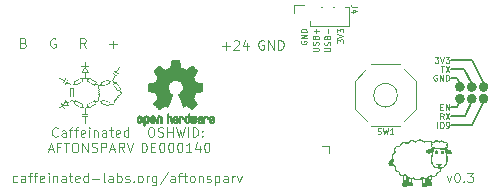
<source format=gbr>
%TF.GenerationSoftware,KiCad,Pcbnew,8.0.6*%
%TF.CreationDate,2024-11-27T12:45:58+01:00*%
%TF.ProjectId,Caffeinated-AFTONSPARV,43616666-6569-46e6-9174-65642d414654,rev?*%
%TF.SameCoordinates,Original*%
%TF.FileFunction,Legend,Top*%
%TF.FilePolarity,Positive*%
%FSLAX46Y46*%
G04 Gerber Fmt 4.6, Leading zero omitted, Abs format (unit mm)*
G04 Created by KiCad (PCBNEW 8.0.6) date 2024-11-27 12:45:58*
%MOMM*%
%LPD*%
G01*
G04 APERTURE LIST*
%ADD10C,0.150000*%
%ADD11C,0.428553*%
%ADD12C,0.100000*%
%ADD13C,0.120000*%
%ADD14C,0.000000*%
%ADD15C,0.010000*%
%ADD16R,0.850000X0.850000*%
%ADD17O,0.850000X0.850000*%
%ADD18C,0.990600*%
%ADD19C,0.787400*%
%ADD20R,0.900000X1.000000*%
%ADD21R,1.700000X1.700000*%
%ADD22O,1.700000X1.700000*%
%ADD23R,1.600000X1.600000*%
%ADD24C,1.600000*%
G04 APERTURE END LIST*
D10*
X38050000Y6300000D02*
X39200000Y6300000D01*
D11*
X41014276Y8800000D02*
G75*
G02*
X40585724Y8800000I-214276J0D01*
G01*
X40585724Y8800000D02*
G75*
G02*
X41014276Y8800000I214276J0D01*
G01*
X39014276Y7800000D02*
G75*
G02*
X38585724Y7800000I-214276J0D01*
G01*
X38585724Y7800000D02*
G75*
G02*
X39014276Y7800000I214276J0D01*
G01*
X40014276Y7800000D02*
G75*
G02*
X39585724Y7800000I-214276J0D01*
G01*
X39585724Y7800000D02*
G75*
G02*
X40014276Y7800000I214276J0D01*
G01*
D10*
X38050000Y5550000D02*
X39800000Y5550000D01*
X39800000Y11050000D02*
X40800000Y9050000D01*
X38800000Y7600000D02*
X38550000Y7100000D01*
X38050000Y10300000D02*
X39175000Y10300000D01*
X38550000Y9550000D02*
X38800000Y9050000D01*
X38050000Y11050000D02*
X39800000Y11050000D01*
X40800000Y7600000D02*
X39800000Y5550000D01*
X38300000Y9550000D02*
X38550000Y9550000D01*
X38050000Y7100000D02*
X38550000Y7100000D01*
D11*
X39014276Y8800000D02*
G75*
G02*
X38585724Y8800000I-214276J0D01*
G01*
X38585724Y8800000D02*
G75*
G02*
X39014276Y8800000I214276J0D01*
G01*
X41014276Y7800000D02*
G75*
G02*
X40585724Y7800000I-214276J0D01*
G01*
X40585724Y7800000D02*
G75*
G02*
X41014276Y7800000I214276J0D01*
G01*
D10*
X39175000Y10300000D02*
X39800000Y9050000D01*
D11*
X40014276Y8800000D02*
G75*
G02*
X39585724Y8800000I-214276J0D01*
G01*
X39585724Y8800000D02*
G75*
G02*
X40014276Y8800000I214276J0D01*
G01*
D10*
X38050000Y9550000D02*
X38550000Y9550000D01*
X39800000Y7600000D02*
X39200000Y6300000D01*
D12*
X27326109Y11834211D02*
X27730871Y11834211D01*
X27730871Y11834211D02*
X27778490Y11858021D01*
X27778490Y11858021D02*
X27802300Y11881830D01*
X27802300Y11881830D02*
X27826109Y11929449D01*
X27826109Y11929449D02*
X27826109Y12024687D01*
X27826109Y12024687D02*
X27802300Y12072306D01*
X27802300Y12072306D02*
X27778490Y12096116D01*
X27778490Y12096116D02*
X27730871Y12119925D01*
X27730871Y12119925D02*
X27326109Y12119925D01*
X27802300Y12334212D02*
X27826109Y12405640D01*
X27826109Y12405640D02*
X27826109Y12524688D01*
X27826109Y12524688D02*
X27802300Y12572307D01*
X27802300Y12572307D02*
X27778490Y12596116D01*
X27778490Y12596116D02*
X27730871Y12619926D01*
X27730871Y12619926D02*
X27683252Y12619926D01*
X27683252Y12619926D02*
X27635633Y12596116D01*
X27635633Y12596116D02*
X27611823Y12572307D01*
X27611823Y12572307D02*
X27588014Y12524688D01*
X27588014Y12524688D02*
X27564204Y12429450D01*
X27564204Y12429450D02*
X27540395Y12381831D01*
X27540395Y12381831D02*
X27516585Y12358021D01*
X27516585Y12358021D02*
X27468966Y12334212D01*
X27468966Y12334212D02*
X27421347Y12334212D01*
X27421347Y12334212D02*
X27373728Y12358021D01*
X27373728Y12358021D02*
X27349919Y12381831D01*
X27349919Y12381831D02*
X27326109Y12429450D01*
X27326109Y12429450D02*
X27326109Y12548497D01*
X27326109Y12548497D02*
X27349919Y12619926D01*
X27564204Y13000878D02*
X27588014Y13072306D01*
X27588014Y13072306D02*
X27611823Y13096116D01*
X27611823Y13096116D02*
X27659442Y13119925D01*
X27659442Y13119925D02*
X27730871Y13119925D01*
X27730871Y13119925D02*
X27778490Y13096116D01*
X27778490Y13096116D02*
X27802300Y13072306D01*
X27802300Y13072306D02*
X27826109Y13024687D01*
X27826109Y13024687D02*
X27826109Y12834211D01*
X27826109Y12834211D02*
X27326109Y12834211D01*
X27326109Y12834211D02*
X27326109Y13000878D01*
X27326109Y13000878D02*
X27349919Y13048497D01*
X27349919Y13048497D02*
X27373728Y13072306D01*
X27373728Y13072306D02*
X27421347Y13096116D01*
X27421347Y13096116D02*
X27468966Y13096116D01*
X27468966Y13096116D02*
X27516585Y13072306D01*
X27516585Y13072306D02*
X27540395Y13048497D01*
X27540395Y13048497D02*
X27564204Y13000878D01*
X27564204Y13000878D02*
X27564204Y12834211D01*
X27635633Y13334211D02*
X27635633Y13715163D01*
X36865163Y5323891D02*
X36865163Y5823891D01*
X37198496Y5823891D02*
X37293734Y5823891D01*
X37293734Y5823891D02*
X37341353Y5800081D01*
X37341353Y5800081D02*
X37388972Y5752462D01*
X37388972Y5752462D02*
X37412782Y5657224D01*
X37412782Y5657224D02*
X37412782Y5490558D01*
X37412782Y5490558D02*
X37388972Y5395320D01*
X37388972Y5395320D02*
X37341353Y5347700D01*
X37341353Y5347700D02*
X37293734Y5323891D01*
X37293734Y5323891D02*
X37198496Y5323891D01*
X37198496Y5323891D02*
X37150877Y5347700D01*
X37150877Y5347700D02*
X37103258Y5395320D01*
X37103258Y5395320D02*
X37079449Y5490558D01*
X37079449Y5490558D02*
X37079449Y5657224D01*
X37079449Y5657224D02*
X37103258Y5752462D01*
X37103258Y5752462D02*
X37150877Y5800081D01*
X37150877Y5800081D02*
X37198496Y5823891D01*
X37650878Y5323891D02*
X37746116Y5323891D01*
X37746116Y5323891D02*
X37793735Y5347700D01*
X37793735Y5347700D02*
X37817544Y5371510D01*
X37817544Y5371510D02*
X37865163Y5442939D01*
X37865163Y5442939D02*
X37888973Y5538177D01*
X37888973Y5538177D02*
X37888973Y5728653D01*
X37888973Y5728653D02*
X37865163Y5776272D01*
X37865163Y5776272D02*
X37841354Y5800081D01*
X37841354Y5800081D02*
X37793735Y5823891D01*
X37793735Y5823891D02*
X37698497Y5823891D01*
X37698497Y5823891D02*
X37650878Y5800081D01*
X37650878Y5800081D02*
X37627068Y5776272D01*
X37627068Y5776272D02*
X37603259Y5728653D01*
X37603259Y5728653D02*
X37603259Y5609605D01*
X37603259Y5609605D02*
X37627068Y5561986D01*
X37627068Y5561986D02*
X37650878Y5538177D01*
X37650878Y5538177D02*
X37698497Y5514367D01*
X37698497Y5514367D02*
X37793735Y5514367D01*
X37793735Y5514367D02*
X37841354Y5538177D01*
X37841354Y5538177D02*
X37865163Y5561986D01*
X37865163Y5561986D02*
X37888973Y5609605D01*
X18689333Y12272867D02*
X19298857Y12272867D01*
X18994095Y11968105D02*
X18994095Y12577629D01*
X19641713Y12691915D02*
X19679809Y12730010D01*
X19679809Y12730010D02*
X19755999Y12768105D01*
X19755999Y12768105D02*
X19946475Y12768105D01*
X19946475Y12768105D02*
X20022666Y12730010D01*
X20022666Y12730010D02*
X20060761Y12691915D01*
X20060761Y12691915D02*
X20098856Y12615724D01*
X20098856Y12615724D02*
X20098856Y12539534D01*
X20098856Y12539534D02*
X20060761Y12425248D01*
X20060761Y12425248D02*
X19603618Y11968105D01*
X19603618Y11968105D02*
X20098856Y11968105D01*
X20784571Y12501439D02*
X20784571Y11968105D01*
X20594095Y12806200D02*
X20403618Y12234772D01*
X20403618Y12234772D02*
X20898857Y12234772D01*
X9115238Y12425867D02*
X9724762Y12425867D01*
X9420000Y12121105D02*
X9420000Y12730629D01*
X4738095Y4655273D02*
X4699999Y4617177D01*
X4699999Y4617177D02*
X4585714Y4579082D01*
X4585714Y4579082D02*
X4509523Y4579082D01*
X4509523Y4579082D02*
X4395237Y4617177D01*
X4395237Y4617177D02*
X4319047Y4693368D01*
X4319047Y4693368D02*
X4280952Y4769558D01*
X4280952Y4769558D02*
X4242856Y4921939D01*
X4242856Y4921939D02*
X4242856Y5036225D01*
X4242856Y5036225D02*
X4280952Y5188606D01*
X4280952Y5188606D02*
X4319047Y5264797D01*
X4319047Y5264797D02*
X4395237Y5340987D01*
X4395237Y5340987D02*
X4509523Y5379082D01*
X4509523Y5379082D02*
X4585714Y5379082D01*
X4585714Y5379082D02*
X4699999Y5340987D01*
X4699999Y5340987D02*
X4738095Y5302892D01*
X5423809Y4579082D02*
X5423809Y4998130D01*
X5423809Y4998130D02*
X5385714Y5074320D01*
X5385714Y5074320D02*
X5309523Y5112416D01*
X5309523Y5112416D02*
X5157142Y5112416D01*
X5157142Y5112416D02*
X5080952Y5074320D01*
X5423809Y4617177D02*
X5347618Y4579082D01*
X5347618Y4579082D02*
X5157142Y4579082D01*
X5157142Y4579082D02*
X5080952Y4617177D01*
X5080952Y4617177D02*
X5042856Y4693368D01*
X5042856Y4693368D02*
X5042856Y4769558D01*
X5042856Y4769558D02*
X5080952Y4845749D01*
X5080952Y4845749D02*
X5157142Y4883844D01*
X5157142Y4883844D02*
X5347618Y4883844D01*
X5347618Y4883844D02*
X5423809Y4921939D01*
X5690476Y5112416D02*
X5995238Y5112416D01*
X5804762Y4579082D02*
X5804762Y5264797D01*
X5804762Y5264797D02*
X5842857Y5340987D01*
X5842857Y5340987D02*
X5919047Y5379082D01*
X5919047Y5379082D02*
X5995238Y5379082D01*
X6147619Y5112416D02*
X6452381Y5112416D01*
X6261905Y4579082D02*
X6261905Y5264797D01*
X6261905Y5264797D02*
X6300000Y5340987D01*
X6300000Y5340987D02*
X6376190Y5379082D01*
X6376190Y5379082D02*
X6452381Y5379082D01*
X7023810Y4617177D02*
X6947619Y4579082D01*
X6947619Y4579082D02*
X6795238Y4579082D01*
X6795238Y4579082D02*
X6719048Y4617177D01*
X6719048Y4617177D02*
X6680952Y4693368D01*
X6680952Y4693368D02*
X6680952Y4998130D01*
X6680952Y4998130D02*
X6719048Y5074320D01*
X6719048Y5074320D02*
X6795238Y5112416D01*
X6795238Y5112416D02*
X6947619Y5112416D01*
X6947619Y5112416D02*
X7023810Y5074320D01*
X7023810Y5074320D02*
X7061905Y4998130D01*
X7061905Y4998130D02*
X7061905Y4921939D01*
X7061905Y4921939D02*
X6680952Y4845749D01*
X7404762Y4579082D02*
X7404762Y5112416D01*
X7404762Y5379082D02*
X7366666Y5340987D01*
X7366666Y5340987D02*
X7404762Y5302892D01*
X7404762Y5302892D02*
X7442857Y5340987D01*
X7442857Y5340987D02*
X7404762Y5379082D01*
X7404762Y5379082D02*
X7404762Y5302892D01*
X7785714Y5112416D02*
X7785714Y4579082D01*
X7785714Y5036225D02*
X7823809Y5074320D01*
X7823809Y5074320D02*
X7899999Y5112416D01*
X7899999Y5112416D02*
X8014285Y5112416D01*
X8014285Y5112416D02*
X8090476Y5074320D01*
X8090476Y5074320D02*
X8128571Y4998130D01*
X8128571Y4998130D02*
X8128571Y4579082D01*
X8852381Y4579082D02*
X8852381Y4998130D01*
X8852381Y4998130D02*
X8814286Y5074320D01*
X8814286Y5074320D02*
X8738095Y5112416D01*
X8738095Y5112416D02*
X8585714Y5112416D01*
X8585714Y5112416D02*
X8509524Y5074320D01*
X8852381Y4617177D02*
X8776190Y4579082D01*
X8776190Y4579082D02*
X8585714Y4579082D01*
X8585714Y4579082D02*
X8509524Y4617177D01*
X8509524Y4617177D02*
X8471428Y4693368D01*
X8471428Y4693368D02*
X8471428Y4769558D01*
X8471428Y4769558D02*
X8509524Y4845749D01*
X8509524Y4845749D02*
X8585714Y4883844D01*
X8585714Y4883844D02*
X8776190Y4883844D01*
X8776190Y4883844D02*
X8852381Y4921939D01*
X9119048Y5112416D02*
X9423810Y5112416D01*
X9233334Y5379082D02*
X9233334Y4693368D01*
X9233334Y4693368D02*
X9271429Y4617177D01*
X9271429Y4617177D02*
X9347619Y4579082D01*
X9347619Y4579082D02*
X9423810Y4579082D01*
X9995239Y4617177D02*
X9919048Y4579082D01*
X9919048Y4579082D02*
X9766667Y4579082D01*
X9766667Y4579082D02*
X9690477Y4617177D01*
X9690477Y4617177D02*
X9652381Y4693368D01*
X9652381Y4693368D02*
X9652381Y4998130D01*
X9652381Y4998130D02*
X9690477Y5074320D01*
X9690477Y5074320D02*
X9766667Y5112416D01*
X9766667Y5112416D02*
X9919048Y5112416D01*
X9919048Y5112416D02*
X9995239Y5074320D01*
X9995239Y5074320D02*
X10033334Y4998130D01*
X10033334Y4998130D02*
X10033334Y4921939D01*
X10033334Y4921939D02*
X9652381Y4845749D01*
X10719048Y4579082D02*
X10719048Y5379082D01*
X10719048Y4617177D02*
X10642857Y4579082D01*
X10642857Y4579082D02*
X10490476Y4579082D01*
X10490476Y4579082D02*
X10414286Y4617177D01*
X10414286Y4617177D02*
X10376191Y4655273D01*
X10376191Y4655273D02*
X10338095Y4731463D01*
X10338095Y4731463D02*
X10338095Y4960035D01*
X10338095Y4960035D02*
X10376191Y5036225D01*
X10376191Y5036225D02*
X10414286Y5074320D01*
X10414286Y5074320D02*
X10490476Y5112416D01*
X10490476Y5112416D02*
X10642857Y5112416D01*
X10642857Y5112416D02*
X10719048Y5074320D01*
X3957143Y3519699D02*
X4338096Y3519699D01*
X3880953Y3291127D02*
X4147620Y4091127D01*
X4147620Y4091127D02*
X4414286Y3291127D01*
X4947619Y3710175D02*
X4680953Y3710175D01*
X4680953Y3291127D02*
X4680953Y4091127D01*
X4680953Y4091127D02*
X5061905Y4091127D01*
X5252381Y4091127D02*
X5709524Y4091127D01*
X5480952Y3291127D02*
X5480952Y4091127D01*
X6128572Y4091127D02*
X6280953Y4091127D01*
X6280953Y4091127D02*
X6357143Y4053032D01*
X6357143Y4053032D02*
X6433334Y3976842D01*
X6433334Y3976842D02*
X6471429Y3824461D01*
X6471429Y3824461D02*
X6471429Y3557794D01*
X6471429Y3557794D02*
X6433334Y3405413D01*
X6433334Y3405413D02*
X6357143Y3329222D01*
X6357143Y3329222D02*
X6280953Y3291127D01*
X6280953Y3291127D02*
X6128572Y3291127D01*
X6128572Y3291127D02*
X6052381Y3329222D01*
X6052381Y3329222D02*
X5976191Y3405413D01*
X5976191Y3405413D02*
X5938095Y3557794D01*
X5938095Y3557794D02*
X5938095Y3824461D01*
X5938095Y3824461D02*
X5976191Y3976842D01*
X5976191Y3976842D02*
X6052381Y4053032D01*
X6052381Y4053032D02*
X6128572Y4091127D01*
X6814286Y3291127D02*
X6814286Y4091127D01*
X6814286Y4091127D02*
X7271429Y3291127D01*
X7271429Y3291127D02*
X7271429Y4091127D01*
X7614285Y3329222D02*
X7728571Y3291127D01*
X7728571Y3291127D02*
X7919047Y3291127D01*
X7919047Y3291127D02*
X7995238Y3329222D01*
X7995238Y3329222D02*
X8033333Y3367318D01*
X8033333Y3367318D02*
X8071428Y3443508D01*
X8071428Y3443508D02*
X8071428Y3519699D01*
X8071428Y3519699D02*
X8033333Y3595889D01*
X8033333Y3595889D02*
X7995238Y3633984D01*
X7995238Y3633984D02*
X7919047Y3672080D01*
X7919047Y3672080D02*
X7766666Y3710175D01*
X7766666Y3710175D02*
X7690476Y3748270D01*
X7690476Y3748270D02*
X7652381Y3786365D01*
X7652381Y3786365D02*
X7614285Y3862556D01*
X7614285Y3862556D02*
X7614285Y3938746D01*
X7614285Y3938746D02*
X7652381Y4014937D01*
X7652381Y4014937D02*
X7690476Y4053032D01*
X7690476Y4053032D02*
X7766666Y4091127D01*
X7766666Y4091127D02*
X7957143Y4091127D01*
X7957143Y4091127D02*
X8071428Y4053032D01*
X8414286Y3291127D02*
X8414286Y4091127D01*
X8414286Y4091127D02*
X8719048Y4091127D01*
X8719048Y4091127D02*
X8795238Y4053032D01*
X8795238Y4053032D02*
X8833333Y4014937D01*
X8833333Y4014937D02*
X8871429Y3938746D01*
X8871429Y3938746D02*
X8871429Y3824461D01*
X8871429Y3824461D02*
X8833333Y3748270D01*
X8833333Y3748270D02*
X8795238Y3710175D01*
X8795238Y3710175D02*
X8719048Y3672080D01*
X8719048Y3672080D02*
X8414286Y3672080D01*
X9176190Y3519699D02*
X9557143Y3519699D01*
X9100000Y3291127D02*
X9366667Y4091127D01*
X9366667Y4091127D02*
X9633333Y3291127D01*
X10357143Y3291127D02*
X10090476Y3672080D01*
X9900000Y3291127D02*
X9900000Y4091127D01*
X9900000Y4091127D02*
X10204762Y4091127D01*
X10204762Y4091127D02*
X10280952Y4053032D01*
X10280952Y4053032D02*
X10319047Y4014937D01*
X10319047Y4014937D02*
X10357143Y3938746D01*
X10357143Y3938746D02*
X10357143Y3824461D01*
X10357143Y3824461D02*
X10319047Y3748270D01*
X10319047Y3748270D02*
X10280952Y3710175D01*
X10280952Y3710175D02*
X10204762Y3672080D01*
X10204762Y3672080D02*
X9900000Y3672080D01*
X10585714Y4091127D02*
X10852381Y3291127D01*
X10852381Y3291127D02*
X11119047Y4091127D01*
X12585715Y5379082D02*
X12738096Y5379082D01*
X12738096Y5379082D02*
X12814286Y5340987D01*
X12814286Y5340987D02*
X12890477Y5264797D01*
X12890477Y5264797D02*
X12928572Y5112416D01*
X12928572Y5112416D02*
X12928572Y4845749D01*
X12928572Y4845749D02*
X12890477Y4693368D01*
X12890477Y4693368D02*
X12814286Y4617177D01*
X12814286Y4617177D02*
X12738096Y4579082D01*
X12738096Y4579082D02*
X12585715Y4579082D01*
X12585715Y4579082D02*
X12509524Y4617177D01*
X12509524Y4617177D02*
X12433334Y4693368D01*
X12433334Y4693368D02*
X12395238Y4845749D01*
X12395238Y4845749D02*
X12395238Y5112416D01*
X12395238Y5112416D02*
X12433334Y5264797D01*
X12433334Y5264797D02*
X12509524Y5340987D01*
X12509524Y5340987D02*
X12585715Y5379082D01*
X13233333Y4617177D02*
X13347619Y4579082D01*
X13347619Y4579082D02*
X13538095Y4579082D01*
X13538095Y4579082D02*
X13614286Y4617177D01*
X13614286Y4617177D02*
X13652381Y4655273D01*
X13652381Y4655273D02*
X13690476Y4731463D01*
X13690476Y4731463D02*
X13690476Y4807654D01*
X13690476Y4807654D02*
X13652381Y4883844D01*
X13652381Y4883844D02*
X13614286Y4921939D01*
X13614286Y4921939D02*
X13538095Y4960035D01*
X13538095Y4960035D02*
X13385714Y4998130D01*
X13385714Y4998130D02*
X13309524Y5036225D01*
X13309524Y5036225D02*
X13271429Y5074320D01*
X13271429Y5074320D02*
X13233333Y5150511D01*
X13233333Y5150511D02*
X13233333Y5226701D01*
X13233333Y5226701D02*
X13271429Y5302892D01*
X13271429Y5302892D02*
X13309524Y5340987D01*
X13309524Y5340987D02*
X13385714Y5379082D01*
X13385714Y5379082D02*
X13576191Y5379082D01*
X13576191Y5379082D02*
X13690476Y5340987D01*
X14033334Y4579082D02*
X14033334Y5379082D01*
X14033334Y4998130D02*
X14490477Y4998130D01*
X14490477Y4579082D02*
X14490477Y5379082D01*
X14795238Y5379082D02*
X14985714Y4579082D01*
X14985714Y4579082D02*
X15138095Y5150511D01*
X15138095Y5150511D02*
X15290476Y4579082D01*
X15290476Y4579082D02*
X15480953Y5379082D01*
X15785715Y4579082D02*
X15785715Y5379082D01*
X16166667Y4579082D02*
X16166667Y5379082D01*
X16166667Y5379082D02*
X16357143Y5379082D01*
X16357143Y5379082D02*
X16471429Y5340987D01*
X16471429Y5340987D02*
X16547619Y5264797D01*
X16547619Y5264797D02*
X16585714Y5188606D01*
X16585714Y5188606D02*
X16623810Y5036225D01*
X16623810Y5036225D02*
X16623810Y4921939D01*
X16623810Y4921939D02*
X16585714Y4769558D01*
X16585714Y4769558D02*
X16547619Y4693368D01*
X16547619Y4693368D02*
X16471429Y4617177D01*
X16471429Y4617177D02*
X16357143Y4579082D01*
X16357143Y4579082D02*
X16166667Y4579082D01*
X16966667Y4655273D02*
X17004762Y4617177D01*
X17004762Y4617177D02*
X16966667Y4579082D01*
X16966667Y4579082D02*
X16928571Y4617177D01*
X16928571Y4617177D02*
X16966667Y4655273D01*
X16966667Y4655273D02*
X16966667Y4579082D01*
X16966667Y5074320D02*
X17004762Y5036225D01*
X17004762Y5036225D02*
X16966667Y4998130D01*
X16966667Y4998130D02*
X16928571Y5036225D01*
X16928571Y5036225D02*
X16966667Y5074320D01*
X16966667Y5074320D02*
X16966667Y4998130D01*
X11842856Y3291127D02*
X11842856Y4091127D01*
X11842856Y4091127D02*
X12033332Y4091127D01*
X12033332Y4091127D02*
X12147618Y4053032D01*
X12147618Y4053032D02*
X12223808Y3976842D01*
X12223808Y3976842D02*
X12261903Y3900651D01*
X12261903Y3900651D02*
X12299999Y3748270D01*
X12299999Y3748270D02*
X12299999Y3633984D01*
X12299999Y3633984D02*
X12261903Y3481603D01*
X12261903Y3481603D02*
X12223808Y3405413D01*
X12223808Y3405413D02*
X12147618Y3329222D01*
X12147618Y3329222D02*
X12033332Y3291127D01*
X12033332Y3291127D02*
X11842856Y3291127D01*
X12642856Y3710175D02*
X12909522Y3710175D01*
X13023808Y3291127D02*
X12642856Y3291127D01*
X12642856Y3291127D02*
X12642856Y4091127D01*
X12642856Y4091127D02*
X13023808Y4091127D01*
X13519047Y4091127D02*
X13595237Y4091127D01*
X13595237Y4091127D02*
X13671428Y4053032D01*
X13671428Y4053032D02*
X13709523Y4014937D01*
X13709523Y4014937D02*
X13747618Y3938746D01*
X13747618Y3938746D02*
X13785713Y3786365D01*
X13785713Y3786365D02*
X13785713Y3595889D01*
X13785713Y3595889D02*
X13747618Y3443508D01*
X13747618Y3443508D02*
X13709523Y3367318D01*
X13709523Y3367318D02*
X13671428Y3329222D01*
X13671428Y3329222D02*
X13595237Y3291127D01*
X13595237Y3291127D02*
X13519047Y3291127D01*
X13519047Y3291127D02*
X13442856Y3329222D01*
X13442856Y3329222D02*
X13404761Y3367318D01*
X13404761Y3367318D02*
X13366666Y3443508D01*
X13366666Y3443508D02*
X13328570Y3595889D01*
X13328570Y3595889D02*
X13328570Y3786365D01*
X13328570Y3786365D02*
X13366666Y3938746D01*
X13366666Y3938746D02*
X13404761Y4014937D01*
X13404761Y4014937D02*
X13442856Y4053032D01*
X13442856Y4053032D02*
X13519047Y4091127D01*
X14280952Y4091127D02*
X14357142Y4091127D01*
X14357142Y4091127D02*
X14433333Y4053032D01*
X14433333Y4053032D02*
X14471428Y4014937D01*
X14471428Y4014937D02*
X14509523Y3938746D01*
X14509523Y3938746D02*
X14547618Y3786365D01*
X14547618Y3786365D02*
X14547618Y3595889D01*
X14547618Y3595889D02*
X14509523Y3443508D01*
X14509523Y3443508D02*
X14471428Y3367318D01*
X14471428Y3367318D02*
X14433333Y3329222D01*
X14433333Y3329222D02*
X14357142Y3291127D01*
X14357142Y3291127D02*
X14280952Y3291127D01*
X14280952Y3291127D02*
X14204761Y3329222D01*
X14204761Y3329222D02*
X14166666Y3367318D01*
X14166666Y3367318D02*
X14128571Y3443508D01*
X14128571Y3443508D02*
X14090475Y3595889D01*
X14090475Y3595889D02*
X14090475Y3786365D01*
X14090475Y3786365D02*
X14128571Y3938746D01*
X14128571Y3938746D02*
X14166666Y4014937D01*
X14166666Y4014937D02*
X14204761Y4053032D01*
X14204761Y4053032D02*
X14280952Y4091127D01*
X15042857Y4091127D02*
X15119047Y4091127D01*
X15119047Y4091127D02*
X15195238Y4053032D01*
X15195238Y4053032D02*
X15233333Y4014937D01*
X15233333Y4014937D02*
X15271428Y3938746D01*
X15271428Y3938746D02*
X15309523Y3786365D01*
X15309523Y3786365D02*
X15309523Y3595889D01*
X15309523Y3595889D02*
X15271428Y3443508D01*
X15271428Y3443508D02*
X15233333Y3367318D01*
X15233333Y3367318D02*
X15195238Y3329222D01*
X15195238Y3329222D02*
X15119047Y3291127D01*
X15119047Y3291127D02*
X15042857Y3291127D01*
X15042857Y3291127D02*
X14966666Y3329222D01*
X14966666Y3329222D02*
X14928571Y3367318D01*
X14928571Y3367318D02*
X14890476Y3443508D01*
X14890476Y3443508D02*
X14852380Y3595889D01*
X14852380Y3595889D02*
X14852380Y3786365D01*
X14852380Y3786365D02*
X14890476Y3938746D01*
X14890476Y3938746D02*
X14928571Y4014937D01*
X14928571Y4014937D02*
X14966666Y4053032D01*
X14966666Y4053032D02*
X15042857Y4091127D01*
X16071428Y3291127D02*
X15614285Y3291127D01*
X15842857Y3291127D02*
X15842857Y4091127D01*
X15842857Y4091127D02*
X15766666Y3976842D01*
X15766666Y3976842D02*
X15690476Y3900651D01*
X15690476Y3900651D02*
X15614285Y3862556D01*
X16757143Y3824461D02*
X16757143Y3291127D01*
X16566667Y4129222D02*
X16376190Y3557794D01*
X16376190Y3557794D02*
X16871429Y3557794D01*
X17328572Y4091127D02*
X17404762Y4091127D01*
X17404762Y4091127D02*
X17480953Y4053032D01*
X17480953Y4053032D02*
X17519048Y4014937D01*
X17519048Y4014937D02*
X17557143Y3938746D01*
X17557143Y3938746D02*
X17595238Y3786365D01*
X17595238Y3786365D02*
X17595238Y3595889D01*
X17595238Y3595889D02*
X17557143Y3443508D01*
X17557143Y3443508D02*
X17519048Y3367318D01*
X17519048Y3367318D02*
X17480953Y3329222D01*
X17480953Y3329222D02*
X17404762Y3291127D01*
X17404762Y3291127D02*
X17328572Y3291127D01*
X17328572Y3291127D02*
X17252381Y3329222D01*
X17252381Y3329222D02*
X17214286Y3367318D01*
X17214286Y3367318D02*
X17176191Y3443508D01*
X17176191Y3443508D02*
X17138095Y3595889D01*
X17138095Y3595889D02*
X17138095Y3786365D01*
X17138095Y3786365D02*
X17176191Y3938746D01*
X17176191Y3938746D02*
X17214286Y4014937D01*
X17214286Y4014937D02*
X17252381Y4053032D01*
X17252381Y4053032D02*
X17328572Y4091127D01*
X25349919Y12691354D02*
X25326109Y12643735D01*
X25326109Y12643735D02*
X25326109Y12572306D01*
X25326109Y12572306D02*
X25349919Y12500878D01*
X25349919Y12500878D02*
X25397538Y12453259D01*
X25397538Y12453259D02*
X25445157Y12429449D01*
X25445157Y12429449D02*
X25540395Y12405640D01*
X25540395Y12405640D02*
X25611823Y12405640D01*
X25611823Y12405640D02*
X25707061Y12429449D01*
X25707061Y12429449D02*
X25754680Y12453259D01*
X25754680Y12453259D02*
X25802300Y12500878D01*
X25802300Y12500878D02*
X25826109Y12572306D01*
X25826109Y12572306D02*
X25826109Y12619925D01*
X25826109Y12619925D02*
X25802300Y12691354D01*
X25802300Y12691354D02*
X25778490Y12715163D01*
X25778490Y12715163D02*
X25611823Y12715163D01*
X25611823Y12715163D02*
X25611823Y12619925D01*
X25826109Y12929449D02*
X25326109Y12929449D01*
X25326109Y12929449D02*
X25826109Y13215163D01*
X25826109Y13215163D02*
X25326109Y13215163D01*
X25826109Y13453259D02*
X25326109Y13453259D01*
X25326109Y13453259D02*
X25326109Y13572307D01*
X25326109Y13572307D02*
X25349919Y13643735D01*
X25349919Y13643735D02*
X25397538Y13691354D01*
X25397538Y13691354D02*
X25445157Y13715164D01*
X25445157Y13715164D02*
X25540395Y13738973D01*
X25540395Y13738973D02*
X25611823Y13738973D01*
X25611823Y13738973D02*
X25707061Y13715164D01*
X25707061Y13715164D02*
X25754680Y13691354D01*
X25754680Y13691354D02*
X25802300Y13643735D01*
X25802300Y13643735D02*
X25826109Y13572307D01*
X25826109Y13572307D02*
X25826109Y13453259D01*
X7127619Y12121105D02*
X6860952Y12502058D01*
X6670476Y12121105D02*
X6670476Y12921105D01*
X6670476Y12921105D02*
X6975238Y12921105D01*
X6975238Y12921105D02*
X7051428Y12883010D01*
X7051428Y12883010D02*
X7089523Y12844915D01*
X7089523Y12844915D02*
X7127619Y12768724D01*
X7127619Y12768724D02*
X7127619Y12654439D01*
X7127619Y12654439D02*
X7089523Y12578248D01*
X7089523Y12578248D02*
X7051428Y12540153D01*
X7051428Y12540153D02*
X6975238Y12502058D01*
X6975238Y12502058D02*
X6670476Y12502058D01*
X4549523Y12883010D02*
X4473333Y12921105D01*
X4473333Y12921105D02*
X4359047Y12921105D01*
X4359047Y12921105D02*
X4244761Y12883010D01*
X4244761Y12883010D02*
X4168571Y12806820D01*
X4168571Y12806820D02*
X4130476Y12730629D01*
X4130476Y12730629D02*
X4092380Y12578248D01*
X4092380Y12578248D02*
X4092380Y12463962D01*
X4092380Y12463962D02*
X4130476Y12311581D01*
X4130476Y12311581D02*
X4168571Y12235391D01*
X4168571Y12235391D02*
X4244761Y12159200D01*
X4244761Y12159200D02*
X4359047Y12121105D01*
X4359047Y12121105D02*
X4435238Y12121105D01*
X4435238Y12121105D02*
X4549523Y12159200D01*
X4549523Y12159200D02*
X4587619Y12197296D01*
X4587619Y12197296D02*
X4587619Y12463962D01*
X4587619Y12463962D02*
X4435238Y12463962D01*
X37680074Y1268439D02*
X37870550Y735105D01*
X37870550Y735105D02*
X38061027Y1268439D01*
X38518170Y1535105D02*
X38594360Y1535105D01*
X38594360Y1535105D02*
X38670551Y1497010D01*
X38670551Y1497010D02*
X38708646Y1458915D01*
X38708646Y1458915D02*
X38746741Y1382724D01*
X38746741Y1382724D02*
X38784836Y1230343D01*
X38784836Y1230343D02*
X38784836Y1039867D01*
X38784836Y1039867D02*
X38746741Y887486D01*
X38746741Y887486D02*
X38708646Y811296D01*
X38708646Y811296D02*
X38670551Y773200D01*
X38670551Y773200D02*
X38594360Y735105D01*
X38594360Y735105D02*
X38518170Y735105D01*
X38518170Y735105D02*
X38441979Y773200D01*
X38441979Y773200D02*
X38403884Y811296D01*
X38403884Y811296D02*
X38365789Y887486D01*
X38365789Y887486D02*
X38327693Y1039867D01*
X38327693Y1039867D02*
X38327693Y1230343D01*
X38327693Y1230343D02*
X38365789Y1382724D01*
X38365789Y1382724D02*
X38403884Y1458915D01*
X38403884Y1458915D02*
X38441979Y1497010D01*
X38441979Y1497010D02*
X38518170Y1535105D01*
X39127694Y811296D02*
X39165789Y773200D01*
X39165789Y773200D02*
X39127694Y735105D01*
X39127694Y735105D02*
X39089598Y773200D01*
X39089598Y773200D02*
X39127694Y811296D01*
X39127694Y811296D02*
X39127694Y735105D01*
X39432455Y1535105D02*
X39927693Y1535105D01*
X39927693Y1535105D02*
X39661027Y1230343D01*
X39661027Y1230343D02*
X39775312Y1230343D01*
X39775312Y1230343D02*
X39851503Y1192248D01*
X39851503Y1192248D02*
X39889598Y1154153D01*
X39889598Y1154153D02*
X39927693Y1077962D01*
X39927693Y1077962D02*
X39927693Y887486D01*
X39927693Y887486D02*
X39889598Y811296D01*
X39889598Y811296D02*
X39851503Y773200D01*
X39851503Y773200D02*
X39775312Y735105D01*
X39775312Y735105D02*
X39546741Y735105D01*
X39546741Y735105D02*
X39470550Y773200D01*
X39470550Y773200D02*
X39432455Y811296D01*
X36841353Y9800081D02*
X36793734Y9823891D01*
X36793734Y9823891D02*
X36722305Y9823891D01*
X36722305Y9823891D02*
X36650877Y9800081D01*
X36650877Y9800081D02*
X36603258Y9752462D01*
X36603258Y9752462D02*
X36579448Y9704843D01*
X36579448Y9704843D02*
X36555639Y9609605D01*
X36555639Y9609605D02*
X36555639Y9538177D01*
X36555639Y9538177D02*
X36579448Y9442939D01*
X36579448Y9442939D02*
X36603258Y9395320D01*
X36603258Y9395320D02*
X36650877Y9347700D01*
X36650877Y9347700D02*
X36722305Y9323891D01*
X36722305Y9323891D02*
X36769924Y9323891D01*
X36769924Y9323891D02*
X36841353Y9347700D01*
X36841353Y9347700D02*
X36865162Y9371510D01*
X36865162Y9371510D02*
X36865162Y9538177D01*
X36865162Y9538177D02*
X36769924Y9538177D01*
X37079448Y9323891D02*
X37079448Y9823891D01*
X37079448Y9823891D02*
X37365162Y9323891D01*
X37365162Y9323891D02*
X37365162Y9823891D01*
X37603258Y9323891D02*
X37603258Y9823891D01*
X37603258Y9823891D02*
X37722306Y9823891D01*
X37722306Y9823891D02*
X37793734Y9800081D01*
X37793734Y9800081D02*
X37841353Y9752462D01*
X37841353Y9752462D02*
X37865163Y9704843D01*
X37865163Y9704843D02*
X37888972Y9609605D01*
X37888972Y9609605D02*
X37888972Y9538177D01*
X37888972Y9538177D02*
X37865163Y9442939D01*
X37865163Y9442939D02*
X37841353Y9395320D01*
X37841353Y9395320D02*
X37793734Y9347700D01*
X37793734Y9347700D02*
X37722306Y9323891D01*
X37722306Y9323891D02*
X37603258Y9323891D01*
X28426109Y12524689D02*
X28426109Y12834213D01*
X28426109Y12834213D02*
X28616585Y12667546D01*
X28616585Y12667546D02*
X28616585Y12738975D01*
X28616585Y12738975D02*
X28640395Y12786594D01*
X28640395Y12786594D02*
X28664204Y12810403D01*
X28664204Y12810403D02*
X28711823Y12834213D01*
X28711823Y12834213D02*
X28830871Y12834213D01*
X28830871Y12834213D02*
X28878490Y12810403D01*
X28878490Y12810403D02*
X28902300Y12786594D01*
X28902300Y12786594D02*
X28926109Y12738975D01*
X28926109Y12738975D02*
X28926109Y12596118D01*
X28926109Y12596118D02*
X28902300Y12548499D01*
X28902300Y12548499D02*
X28878490Y12524689D01*
X28426109Y12977070D02*
X28926109Y13143736D01*
X28926109Y13143736D02*
X28426109Y13310403D01*
X28426109Y13429450D02*
X28426109Y13738974D01*
X28426109Y13738974D02*
X28616585Y13572307D01*
X28616585Y13572307D02*
X28616585Y13643736D01*
X28616585Y13643736D02*
X28640395Y13691355D01*
X28640395Y13691355D02*
X28664204Y13715164D01*
X28664204Y13715164D02*
X28711823Y13738974D01*
X28711823Y13738974D02*
X28830871Y13738974D01*
X28830871Y13738974D02*
X28878490Y13715164D01*
X28878490Y13715164D02*
X28902300Y13691355D01*
X28902300Y13691355D02*
X28926109Y13643736D01*
X28926109Y13643736D02*
X28926109Y13500879D01*
X28926109Y13500879D02*
X28902300Y13453260D01*
X28902300Y13453260D02*
X28878490Y13429450D01*
X1857142Y12540153D02*
X1971428Y12502058D01*
X1971428Y12502058D02*
X2009523Y12463962D01*
X2009523Y12463962D02*
X2047619Y12387772D01*
X2047619Y12387772D02*
X2047619Y12273486D01*
X2047619Y12273486D02*
X2009523Y12197296D01*
X2009523Y12197296D02*
X1971428Y12159200D01*
X1971428Y12159200D02*
X1895238Y12121105D01*
X1895238Y12121105D02*
X1590476Y12121105D01*
X1590476Y12121105D02*
X1590476Y12921105D01*
X1590476Y12921105D02*
X1857142Y12921105D01*
X1857142Y12921105D02*
X1933333Y12883010D01*
X1933333Y12883010D02*
X1971428Y12844915D01*
X1971428Y12844915D02*
X2009523Y12768724D01*
X2009523Y12768724D02*
X2009523Y12692534D01*
X2009523Y12692534D02*
X1971428Y12616343D01*
X1971428Y12616343D02*
X1933333Y12578248D01*
X1933333Y12578248D02*
X1857142Y12540153D01*
X1857142Y12540153D02*
X1590476Y12540153D01*
X26326109Y11834211D02*
X26730871Y11834211D01*
X26730871Y11834211D02*
X26778490Y11858021D01*
X26778490Y11858021D02*
X26802300Y11881830D01*
X26802300Y11881830D02*
X26826109Y11929449D01*
X26826109Y11929449D02*
X26826109Y12024687D01*
X26826109Y12024687D02*
X26802300Y12072306D01*
X26802300Y12072306D02*
X26778490Y12096116D01*
X26778490Y12096116D02*
X26730871Y12119925D01*
X26730871Y12119925D02*
X26326109Y12119925D01*
X26802300Y12334212D02*
X26826109Y12405640D01*
X26826109Y12405640D02*
X26826109Y12524688D01*
X26826109Y12524688D02*
X26802300Y12572307D01*
X26802300Y12572307D02*
X26778490Y12596116D01*
X26778490Y12596116D02*
X26730871Y12619926D01*
X26730871Y12619926D02*
X26683252Y12619926D01*
X26683252Y12619926D02*
X26635633Y12596116D01*
X26635633Y12596116D02*
X26611823Y12572307D01*
X26611823Y12572307D02*
X26588014Y12524688D01*
X26588014Y12524688D02*
X26564204Y12429450D01*
X26564204Y12429450D02*
X26540395Y12381831D01*
X26540395Y12381831D02*
X26516585Y12358021D01*
X26516585Y12358021D02*
X26468966Y12334212D01*
X26468966Y12334212D02*
X26421347Y12334212D01*
X26421347Y12334212D02*
X26373728Y12358021D01*
X26373728Y12358021D02*
X26349919Y12381831D01*
X26349919Y12381831D02*
X26326109Y12429450D01*
X26326109Y12429450D02*
X26326109Y12548497D01*
X26326109Y12548497D02*
X26349919Y12619926D01*
X26564204Y13000878D02*
X26588014Y13072306D01*
X26588014Y13072306D02*
X26611823Y13096116D01*
X26611823Y13096116D02*
X26659442Y13119925D01*
X26659442Y13119925D02*
X26730871Y13119925D01*
X26730871Y13119925D02*
X26778490Y13096116D01*
X26778490Y13096116D02*
X26802300Y13072306D01*
X26802300Y13072306D02*
X26826109Y13024687D01*
X26826109Y13024687D02*
X26826109Y12834211D01*
X26826109Y12834211D02*
X26326109Y12834211D01*
X26326109Y12834211D02*
X26326109Y13000878D01*
X26326109Y13000878D02*
X26349919Y13048497D01*
X26349919Y13048497D02*
X26373728Y13072306D01*
X26373728Y13072306D02*
X26421347Y13096116D01*
X26421347Y13096116D02*
X26468966Y13096116D01*
X26468966Y13096116D02*
X26516585Y13072306D01*
X26516585Y13072306D02*
X26540395Y13048497D01*
X26540395Y13048497D02*
X26564204Y13000878D01*
X26564204Y13000878D02*
X26564204Y12834211D01*
X26635633Y13334211D02*
X26635633Y13715163D01*
X26826109Y13524687D02*
X26445157Y13524687D01*
X36674688Y11323891D02*
X36984212Y11323891D01*
X36984212Y11323891D02*
X36817545Y11133415D01*
X36817545Y11133415D02*
X36888974Y11133415D01*
X36888974Y11133415D02*
X36936593Y11109605D01*
X36936593Y11109605D02*
X36960402Y11085796D01*
X36960402Y11085796D02*
X36984212Y11038177D01*
X36984212Y11038177D02*
X36984212Y10919129D01*
X36984212Y10919129D02*
X36960402Y10871510D01*
X36960402Y10871510D02*
X36936593Y10847700D01*
X36936593Y10847700D02*
X36888974Y10823891D01*
X36888974Y10823891D02*
X36746117Y10823891D01*
X36746117Y10823891D02*
X36698498Y10847700D01*
X36698498Y10847700D02*
X36674688Y10871510D01*
X37127069Y11323891D02*
X37293735Y10823891D01*
X37293735Y10823891D02*
X37460402Y11323891D01*
X37579449Y11323891D02*
X37888973Y11323891D01*
X37888973Y11323891D02*
X37722306Y11133415D01*
X37722306Y11133415D02*
X37793735Y11133415D01*
X37793735Y11133415D02*
X37841354Y11109605D01*
X37841354Y11109605D02*
X37865163Y11085796D01*
X37865163Y11085796D02*
X37888973Y11038177D01*
X37888973Y11038177D02*
X37888973Y10919129D01*
X37888973Y10919129D02*
X37865163Y10871510D01*
X37865163Y10871510D02*
X37841354Y10847700D01*
X37841354Y10847700D02*
X37793735Y10823891D01*
X37793735Y10823891D02*
X37650878Y10823891D01*
X37650878Y10823891D02*
X37603259Y10847700D01*
X37603259Y10847700D02*
X37579449Y10871510D01*
X1299122Y773200D02*
X1222931Y735105D01*
X1222931Y735105D02*
X1070550Y735105D01*
X1070550Y735105D02*
X994360Y773200D01*
X994360Y773200D02*
X956265Y811296D01*
X956265Y811296D02*
X918169Y887486D01*
X918169Y887486D02*
X918169Y1116058D01*
X918169Y1116058D02*
X956265Y1192248D01*
X956265Y1192248D02*
X994360Y1230343D01*
X994360Y1230343D02*
X1070550Y1268439D01*
X1070550Y1268439D02*
X1222931Y1268439D01*
X1222931Y1268439D02*
X1299122Y1230343D01*
X1984836Y735105D02*
X1984836Y1154153D01*
X1984836Y1154153D02*
X1946741Y1230343D01*
X1946741Y1230343D02*
X1870550Y1268439D01*
X1870550Y1268439D02*
X1718169Y1268439D01*
X1718169Y1268439D02*
X1641979Y1230343D01*
X1984836Y773200D02*
X1908645Y735105D01*
X1908645Y735105D02*
X1718169Y735105D01*
X1718169Y735105D02*
X1641979Y773200D01*
X1641979Y773200D02*
X1603883Y849391D01*
X1603883Y849391D02*
X1603883Y925581D01*
X1603883Y925581D02*
X1641979Y1001772D01*
X1641979Y1001772D02*
X1718169Y1039867D01*
X1718169Y1039867D02*
X1908645Y1039867D01*
X1908645Y1039867D02*
X1984836Y1077962D01*
X2251503Y1268439D02*
X2556265Y1268439D01*
X2365789Y735105D02*
X2365789Y1420820D01*
X2365789Y1420820D02*
X2403884Y1497010D01*
X2403884Y1497010D02*
X2480074Y1535105D01*
X2480074Y1535105D02*
X2556265Y1535105D01*
X2708646Y1268439D02*
X3013408Y1268439D01*
X2822932Y735105D02*
X2822932Y1420820D01*
X2822932Y1420820D02*
X2861027Y1497010D01*
X2861027Y1497010D02*
X2937217Y1535105D01*
X2937217Y1535105D02*
X3013408Y1535105D01*
X3584837Y773200D02*
X3508646Y735105D01*
X3508646Y735105D02*
X3356265Y735105D01*
X3356265Y735105D02*
X3280075Y773200D01*
X3280075Y773200D02*
X3241979Y849391D01*
X3241979Y849391D02*
X3241979Y1154153D01*
X3241979Y1154153D02*
X3280075Y1230343D01*
X3280075Y1230343D02*
X3356265Y1268439D01*
X3356265Y1268439D02*
X3508646Y1268439D01*
X3508646Y1268439D02*
X3584837Y1230343D01*
X3584837Y1230343D02*
X3622932Y1154153D01*
X3622932Y1154153D02*
X3622932Y1077962D01*
X3622932Y1077962D02*
X3241979Y1001772D01*
X3965789Y735105D02*
X3965789Y1268439D01*
X3965789Y1535105D02*
X3927693Y1497010D01*
X3927693Y1497010D02*
X3965789Y1458915D01*
X3965789Y1458915D02*
X4003884Y1497010D01*
X4003884Y1497010D02*
X3965789Y1535105D01*
X3965789Y1535105D02*
X3965789Y1458915D01*
X4346741Y1268439D02*
X4346741Y735105D01*
X4346741Y1192248D02*
X4384836Y1230343D01*
X4384836Y1230343D02*
X4461026Y1268439D01*
X4461026Y1268439D02*
X4575312Y1268439D01*
X4575312Y1268439D02*
X4651503Y1230343D01*
X4651503Y1230343D02*
X4689598Y1154153D01*
X4689598Y1154153D02*
X4689598Y735105D01*
X5413408Y735105D02*
X5413408Y1154153D01*
X5413408Y1154153D02*
X5375313Y1230343D01*
X5375313Y1230343D02*
X5299122Y1268439D01*
X5299122Y1268439D02*
X5146741Y1268439D01*
X5146741Y1268439D02*
X5070551Y1230343D01*
X5413408Y773200D02*
X5337217Y735105D01*
X5337217Y735105D02*
X5146741Y735105D01*
X5146741Y735105D02*
X5070551Y773200D01*
X5070551Y773200D02*
X5032455Y849391D01*
X5032455Y849391D02*
X5032455Y925581D01*
X5032455Y925581D02*
X5070551Y1001772D01*
X5070551Y1001772D02*
X5146741Y1039867D01*
X5146741Y1039867D02*
X5337217Y1039867D01*
X5337217Y1039867D02*
X5413408Y1077962D01*
X5680075Y1268439D02*
X5984837Y1268439D01*
X5794361Y1535105D02*
X5794361Y849391D01*
X5794361Y849391D02*
X5832456Y773200D01*
X5832456Y773200D02*
X5908646Y735105D01*
X5908646Y735105D02*
X5984837Y735105D01*
X6556266Y773200D02*
X6480075Y735105D01*
X6480075Y735105D02*
X6327694Y735105D01*
X6327694Y735105D02*
X6251504Y773200D01*
X6251504Y773200D02*
X6213408Y849391D01*
X6213408Y849391D02*
X6213408Y1154153D01*
X6213408Y1154153D02*
X6251504Y1230343D01*
X6251504Y1230343D02*
X6327694Y1268439D01*
X6327694Y1268439D02*
X6480075Y1268439D01*
X6480075Y1268439D02*
X6556266Y1230343D01*
X6556266Y1230343D02*
X6594361Y1154153D01*
X6594361Y1154153D02*
X6594361Y1077962D01*
X6594361Y1077962D02*
X6213408Y1001772D01*
X7280075Y735105D02*
X7280075Y1535105D01*
X7280075Y773200D02*
X7203884Y735105D01*
X7203884Y735105D02*
X7051503Y735105D01*
X7051503Y735105D02*
X6975313Y773200D01*
X6975313Y773200D02*
X6937218Y811296D01*
X6937218Y811296D02*
X6899122Y887486D01*
X6899122Y887486D02*
X6899122Y1116058D01*
X6899122Y1116058D02*
X6937218Y1192248D01*
X6937218Y1192248D02*
X6975313Y1230343D01*
X6975313Y1230343D02*
X7051503Y1268439D01*
X7051503Y1268439D02*
X7203884Y1268439D01*
X7203884Y1268439D02*
X7280075Y1230343D01*
X7661028Y1039867D02*
X8270552Y1039867D01*
X8765789Y735105D02*
X8689599Y773200D01*
X8689599Y773200D02*
X8651504Y849391D01*
X8651504Y849391D02*
X8651504Y1535105D01*
X9413409Y735105D02*
X9413409Y1154153D01*
X9413409Y1154153D02*
X9375314Y1230343D01*
X9375314Y1230343D02*
X9299123Y1268439D01*
X9299123Y1268439D02*
X9146742Y1268439D01*
X9146742Y1268439D02*
X9070552Y1230343D01*
X9413409Y773200D02*
X9337218Y735105D01*
X9337218Y735105D02*
X9146742Y735105D01*
X9146742Y735105D02*
X9070552Y773200D01*
X9070552Y773200D02*
X9032456Y849391D01*
X9032456Y849391D02*
X9032456Y925581D01*
X9032456Y925581D02*
X9070552Y1001772D01*
X9070552Y1001772D02*
X9146742Y1039867D01*
X9146742Y1039867D02*
X9337218Y1039867D01*
X9337218Y1039867D02*
X9413409Y1077962D01*
X9794362Y735105D02*
X9794362Y1535105D01*
X9794362Y1230343D02*
X9870552Y1268439D01*
X9870552Y1268439D02*
X10022933Y1268439D01*
X10022933Y1268439D02*
X10099124Y1230343D01*
X10099124Y1230343D02*
X10137219Y1192248D01*
X10137219Y1192248D02*
X10175314Y1116058D01*
X10175314Y1116058D02*
X10175314Y887486D01*
X10175314Y887486D02*
X10137219Y811296D01*
X10137219Y811296D02*
X10099124Y773200D01*
X10099124Y773200D02*
X10022933Y735105D01*
X10022933Y735105D02*
X9870552Y735105D01*
X9870552Y735105D02*
X9794362Y773200D01*
X10480076Y773200D02*
X10556267Y735105D01*
X10556267Y735105D02*
X10708648Y735105D01*
X10708648Y735105D02*
X10784838Y773200D01*
X10784838Y773200D02*
X10822934Y849391D01*
X10822934Y849391D02*
X10822934Y887486D01*
X10822934Y887486D02*
X10784838Y963677D01*
X10784838Y963677D02*
X10708648Y1001772D01*
X10708648Y1001772D02*
X10594362Y1001772D01*
X10594362Y1001772D02*
X10518172Y1039867D01*
X10518172Y1039867D02*
X10480076Y1116058D01*
X10480076Y1116058D02*
X10480076Y1154153D01*
X10480076Y1154153D02*
X10518172Y1230343D01*
X10518172Y1230343D02*
X10594362Y1268439D01*
X10594362Y1268439D02*
X10708648Y1268439D01*
X10708648Y1268439D02*
X10784838Y1230343D01*
X11165791Y811296D02*
X11203886Y773200D01*
X11203886Y773200D02*
X11165791Y735105D01*
X11165791Y735105D02*
X11127695Y773200D01*
X11127695Y773200D02*
X11165791Y811296D01*
X11165791Y811296D02*
X11165791Y735105D01*
X11661028Y735105D02*
X11584838Y773200D01*
X11584838Y773200D02*
X11546743Y811296D01*
X11546743Y811296D02*
X11508647Y887486D01*
X11508647Y887486D02*
X11508647Y1116058D01*
X11508647Y1116058D02*
X11546743Y1192248D01*
X11546743Y1192248D02*
X11584838Y1230343D01*
X11584838Y1230343D02*
X11661028Y1268439D01*
X11661028Y1268439D02*
X11775314Y1268439D01*
X11775314Y1268439D02*
X11851505Y1230343D01*
X11851505Y1230343D02*
X11889600Y1192248D01*
X11889600Y1192248D02*
X11927695Y1116058D01*
X11927695Y1116058D02*
X11927695Y887486D01*
X11927695Y887486D02*
X11889600Y811296D01*
X11889600Y811296D02*
X11851505Y773200D01*
X11851505Y773200D02*
X11775314Y735105D01*
X11775314Y735105D02*
X11661028Y735105D01*
X12270553Y735105D02*
X12270553Y1268439D01*
X12270553Y1116058D02*
X12308648Y1192248D01*
X12308648Y1192248D02*
X12346743Y1230343D01*
X12346743Y1230343D02*
X12422934Y1268439D01*
X12422934Y1268439D02*
X12499124Y1268439D01*
X13108648Y1268439D02*
X13108648Y620820D01*
X13108648Y620820D02*
X13070553Y544629D01*
X13070553Y544629D02*
X13032457Y506534D01*
X13032457Y506534D02*
X12956267Y468439D01*
X12956267Y468439D02*
X12841981Y468439D01*
X12841981Y468439D02*
X12765791Y506534D01*
X13108648Y773200D02*
X13032457Y735105D01*
X13032457Y735105D02*
X12880076Y735105D01*
X12880076Y735105D02*
X12803886Y773200D01*
X12803886Y773200D02*
X12765791Y811296D01*
X12765791Y811296D02*
X12727695Y887486D01*
X12727695Y887486D02*
X12727695Y1116058D01*
X12727695Y1116058D02*
X12765791Y1192248D01*
X12765791Y1192248D02*
X12803886Y1230343D01*
X12803886Y1230343D02*
X12880076Y1268439D01*
X12880076Y1268439D02*
X13032457Y1268439D01*
X13032457Y1268439D02*
X13108648Y1230343D01*
X14061029Y1573200D02*
X13375315Y544629D01*
X14670553Y735105D02*
X14670553Y1154153D01*
X14670553Y1154153D02*
X14632458Y1230343D01*
X14632458Y1230343D02*
X14556267Y1268439D01*
X14556267Y1268439D02*
X14403886Y1268439D01*
X14403886Y1268439D02*
X14327696Y1230343D01*
X14670553Y773200D02*
X14594362Y735105D01*
X14594362Y735105D02*
X14403886Y735105D01*
X14403886Y735105D02*
X14327696Y773200D01*
X14327696Y773200D02*
X14289600Y849391D01*
X14289600Y849391D02*
X14289600Y925581D01*
X14289600Y925581D02*
X14327696Y1001772D01*
X14327696Y1001772D02*
X14403886Y1039867D01*
X14403886Y1039867D02*
X14594362Y1039867D01*
X14594362Y1039867D02*
X14670553Y1077962D01*
X14937220Y1268439D02*
X15241982Y1268439D01*
X15051506Y735105D02*
X15051506Y1420820D01*
X15051506Y1420820D02*
X15089601Y1497010D01*
X15089601Y1497010D02*
X15165791Y1535105D01*
X15165791Y1535105D02*
X15241982Y1535105D01*
X15394363Y1268439D02*
X15699125Y1268439D01*
X15508649Y1535105D02*
X15508649Y849391D01*
X15508649Y849391D02*
X15546744Y773200D01*
X15546744Y773200D02*
X15622934Y735105D01*
X15622934Y735105D02*
X15699125Y735105D01*
X16080077Y735105D02*
X16003887Y773200D01*
X16003887Y773200D02*
X15965792Y811296D01*
X15965792Y811296D02*
X15927696Y887486D01*
X15927696Y887486D02*
X15927696Y1116058D01*
X15927696Y1116058D02*
X15965792Y1192248D01*
X15965792Y1192248D02*
X16003887Y1230343D01*
X16003887Y1230343D02*
X16080077Y1268439D01*
X16080077Y1268439D02*
X16194363Y1268439D01*
X16194363Y1268439D02*
X16270554Y1230343D01*
X16270554Y1230343D02*
X16308649Y1192248D01*
X16308649Y1192248D02*
X16346744Y1116058D01*
X16346744Y1116058D02*
X16346744Y887486D01*
X16346744Y887486D02*
X16308649Y811296D01*
X16308649Y811296D02*
X16270554Y773200D01*
X16270554Y773200D02*
X16194363Y735105D01*
X16194363Y735105D02*
X16080077Y735105D01*
X16689602Y1268439D02*
X16689602Y735105D01*
X16689602Y1192248D02*
X16727697Y1230343D01*
X16727697Y1230343D02*
X16803887Y1268439D01*
X16803887Y1268439D02*
X16918173Y1268439D01*
X16918173Y1268439D02*
X16994364Y1230343D01*
X16994364Y1230343D02*
X17032459Y1154153D01*
X17032459Y1154153D02*
X17032459Y735105D01*
X17375316Y773200D02*
X17451507Y735105D01*
X17451507Y735105D02*
X17603888Y735105D01*
X17603888Y735105D02*
X17680078Y773200D01*
X17680078Y773200D02*
X17718174Y849391D01*
X17718174Y849391D02*
X17718174Y887486D01*
X17718174Y887486D02*
X17680078Y963677D01*
X17680078Y963677D02*
X17603888Y1001772D01*
X17603888Y1001772D02*
X17489602Y1001772D01*
X17489602Y1001772D02*
X17413412Y1039867D01*
X17413412Y1039867D02*
X17375316Y1116058D01*
X17375316Y1116058D02*
X17375316Y1154153D01*
X17375316Y1154153D02*
X17413412Y1230343D01*
X17413412Y1230343D02*
X17489602Y1268439D01*
X17489602Y1268439D02*
X17603888Y1268439D01*
X17603888Y1268439D02*
X17680078Y1230343D01*
X18061031Y1268439D02*
X18061031Y468439D01*
X18061031Y1230343D02*
X18137221Y1268439D01*
X18137221Y1268439D02*
X18289602Y1268439D01*
X18289602Y1268439D02*
X18365793Y1230343D01*
X18365793Y1230343D02*
X18403888Y1192248D01*
X18403888Y1192248D02*
X18441983Y1116058D01*
X18441983Y1116058D02*
X18441983Y887486D01*
X18441983Y887486D02*
X18403888Y811296D01*
X18403888Y811296D02*
X18365793Y773200D01*
X18365793Y773200D02*
X18289602Y735105D01*
X18289602Y735105D02*
X18137221Y735105D01*
X18137221Y735105D02*
X18061031Y773200D01*
X19127698Y735105D02*
X19127698Y1154153D01*
X19127698Y1154153D02*
X19089603Y1230343D01*
X19089603Y1230343D02*
X19013412Y1268439D01*
X19013412Y1268439D02*
X18861031Y1268439D01*
X18861031Y1268439D02*
X18784841Y1230343D01*
X19127698Y773200D02*
X19051507Y735105D01*
X19051507Y735105D02*
X18861031Y735105D01*
X18861031Y735105D02*
X18784841Y773200D01*
X18784841Y773200D02*
X18746745Y849391D01*
X18746745Y849391D02*
X18746745Y925581D01*
X18746745Y925581D02*
X18784841Y1001772D01*
X18784841Y1001772D02*
X18861031Y1039867D01*
X18861031Y1039867D02*
X19051507Y1039867D01*
X19051507Y1039867D02*
X19127698Y1077962D01*
X19508651Y735105D02*
X19508651Y1268439D01*
X19508651Y1116058D02*
X19546746Y1192248D01*
X19546746Y1192248D02*
X19584841Y1230343D01*
X19584841Y1230343D02*
X19661032Y1268439D01*
X19661032Y1268439D02*
X19737222Y1268439D01*
X19927698Y1268439D02*
X20118174Y735105D01*
X20118174Y735105D02*
X20308651Y1268439D01*
X22194476Y12730010D02*
X22118286Y12768105D01*
X22118286Y12768105D02*
X22004000Y12768105D01*
X22004000Y12768105D02*
X21889714Y12730010D01*
X21889714Y12730010D02*
X21813524Y12653820D01*
X21813524Y12653820D02*
X21775429Y12577629D01*
X21775429Y12577629D02*
X21737333Y12425248D01*
X21737333Y12425248D02*
X21737333Y12310962D01*
X21737333Y12310962D02*
X21775429Y12158581D01*
X21775429Y12158581D02*
X21813524Y12082391D01*
X21813524Y12082391D02*
X21889714Y12006200D01*
X21889714Y12006200D02*
X22004000Y11968105D01*
X22004000Y11968105D02*
X22080191Y11968105D01*
X22080191Y11968105D02*
X22194476Y12006200D01*
X22194476Y12006200D02*
X22232572Y12044296D01*
X22232572Y12044296D02*
X22232572Y12310962D01*
X22232572Y12310962D02*
X22080191Y12310962D01*
X22575429Y11968105D02*
X22575429Y12768105D01*
X22575429Y12768105D02*
X23032572Y11968105D01*
X23032572Y11968105D02*
X23032572Y12768105D01*
X23413524Y11968105D02*
X23413524Y12768105D01*
X23413524Y12768105D02*
X23604000Y12768105D01*
X23604000Y12768105D02*
X23718286Y12730010D01*
X23718286Y12730010D02*
X23794476Y12653820D01*
X23794476Y12653820D02*
X23832571Y12577629D01*
X23832571Y12577629D02*
X23870667Y12425248D01*
X23870667Y12425248D02*
X23870667Y12310962D01*
X23870667Y12310962D02*
X23832571Y12158581D01*
X23832571Y12158581D02*
X23794476Y12082391D01*
X23794476Y12082391D02*
X23718286Y12006200D01*
X23718286Y12006200D02*
X23604000Y11968105D01*
X23604000Y11968105D02*
X23413524Y11968105D01*
X37412782Y6073891D02*
X37246116Y6311986D01*
X37127068Y6073891D02*
X37127068Y6573891D01*
X37127068Y6573891D02*
X37317544Y6573891D01*
X37317544Y6573891D02*
X37365163Y6550081D01*
X37365163Y6550081D02*
X37388973Y6526272D01*
X37388973Y6526272D02*
X37412782Y6478653D01*
X37412782Y6478653D02*
X37412782Y6407224D01*
X37412782Y6407224D02*
X37388973Y6359605D01*
X37388973Y6359605D02*
X37365163Y6335796D01*
X37365163Y6335796D02*
X37317544Y6311986D01*
X37317544Y6311986D02*
X37127068Y6311986D01*
X37579449Y6573891D02*
X37912782Y6073891D01*
X37912782Y6573891D02*
X37579449Y6073891D01*
X37127067Y7135796D02*
X37293734Y7135796D01*
X37365162Y6873891D02*
X37127067Y6873891D01*
X37127067Y6873891D02*
X37127067Y7373891D01*
X37127067Y7373891D02*
X37365162Y7373891D01*
X37579448Y6873891D02*
X37579448Y7373891D01*
X37579448Y7373891D02*
X37865162Y6873891D01*
X37865162Y6873891D02*
X37865162Y7373891D01*
X37174688Y10573891D02*
X37460402Y10573891D01*
X37317545Y10073891D02*
X37317545Y10573891D01*
X37579449Y10573891D02*
X37912782Y10073891D01*
X37912782Y10573891D02*
X37579449Y10073891D01*
X30073890Y15566667D02*
X29716747Y15566667D01*
X29716747Y15566667D02*
X29645319Y15590476D01*
X29645319Y15590476D02*
X29597700Y15638095D01*
X29597700Y15638095D02*
X29573890Y15709524D01*
X29573890Y15709524D02*
X29573890Y15757143D01*
X29907223Y15114286D02*
X29573890Y15114286D01*
X30097700Y15233334D02*
X29740557Y15352381D01*
X29740557Y15352381D02*
X29740557Y15042858D01*
X31833334Y4847700D02*
X31904762Y4823891D01*
X31904762Y4823891D02*
X32023810Y4823891D01*
X32023810Y4823891D02*
X32071429Y4847700D01*
X32071429Y4847700D02*
X32095238Y4871510D01*
X32095238Y4871510D02*
X32119048Y4919129D01*
X32119048Y4919129D02*
X32119048Y4966748D01*
X32119048Y4966748D02*
X32095238Y5014367D01*
X32095238Y5014367D02*
X32071429Y5038177D01*
X32071429Y5038177D02*
X32023810Y5061986D01*
X32023810Y5061986D02*
X31928572Y5085796D01*
X31928572Y5085796D02*
X31880953Y5109605D01*
X31880953Y5109605D02*
X31857143Y5133415D01*
X31857143Y5133415D02*
X31833334Y5181034D01*
X31833334Y5181034D02*
X31833334Y5228653D01*
X31833334Y5228653D02*
X31857143Y5276272D01*
X31857143Y5276272D02*
X31880953Y5300081D01*
X31880953Y5300081D02*
X31928572Y5323891D01*
X31928572Y5323891D02*
X32047619Y5323891D01*
X32047619Y5323891D02*
X32119048Y5300081D01*
X32285714Y5323891D02*
X32404762Y4823891D01*
X32404762Y4823891D02*
X32500000Y5181034D01*
X32500000Y5181034D02*
X32595238Y4823891D01*
X32595238Y4823891D02*
X32714286Y5323891D01*
X33166667Y4823891D02*
X32880953Y4823891D01*
X33023810Y4823891D02*
X33023810Y5323891D01*
X33023810Y5323891D02*
X32976191Y5252462D01*
X32976191Y5252462D02*
X32928572Y5204843D01*
X32928572Y5204843D02*
X32880953Y5181034D01*
D13*
%TO.C,J4*%
X24790000Y15750000D02*
X25600000Y15750000D01*
X24790000Y15065000D02*
X24790000Y15750000D01*
X26100000Y13965000D02*
X26100000Y14380000D01*
X26100000Y13965000D02*
X29410000Y13965000D01*
X27045898Y15585000D02*
X27154102Y15585000D01*
X28045898Y15585000D02*
X28154102Y15585000D01*
X29045898Y15585000D02*
X29410000Y15585000D01*
X29410000Y13965000D02*
X29410000Y15585000D01*
D14*
%TO.C,sheep*%
G36*
X36861564Y3415979D02*
G01*
X36869902Y3411067D01*
X36904574Y3377984D01*
X36927864Y3331528D01*
X36939430Y3277258D01*
X36938931Y3220731D01*
X36926025Y3167506D01*
X36900372Y3123142D01*
X36888333Y3110748D01*
X36852056Y3091480D01*
X36807082Y3085652D01*
X36762794Y3094322D01*
X36758581Y3096110D01*
X36726480Y3121538D01*
X36700554Y3163533D01*
X36683578Y3217012D01*
X36679946Y3240205D01*
X36682234Y3291094D01*
X36698049Y3341234D01*
X36724248Y3383853D01*
X36757688Y3412181D01*
X36760419Y3413550D01*
X36798830Y3428329D01*
X36829440Y3429209D01*
X36861564Y3415979D01*
G37*
G36*
X37374549Y3422706D02*
G01*
X37410318Y3399790D01*
X37439631Y3368765D01*
X37450443Y3349659D01*
X37460028Y3315229D01*
X37465626Y3272894D01*
X37466221Y3256407D01*
X37458593Y3190427D01*
X37436031Y3139150D01*
X37399015Y3103661D01*
X37398394Y3103279D01*
X37359347Y3085288D01*
X37322912Y3084008D01*
X37285027Y3096432D01*
X37253521Y3121182D01*
X37229632Y3161267D01*
X37214587Y3211059D01*
X37209611Y3264929D01*
X37215931Y3317251D01*
X37229176Y3352771D01*
X37254164Y3385635D01*
X37288464Y3413017D01*
X37324250Y3429357D01*
X37340207Y3431648D01*
X37374549Y3422706D01*
G37*
G36*
X35462576Y4359938D02*
G01*
X35566460Y4333740D01*
X35672266Y4286001D01*
X35732638Y4249569D01*
X35822836Y4190227D01*
X35907621Y4218416D01*
X35947494Y4230675D01*
X35983830Y4238889D01*
X36022983Y4243867D01*
X36071308Y4246416D01*
X36135157Y4247342D01*
X36135402Y4247343D01*
X36278397Y4248081D01*
X36360035Y4207941D01*
X36409086Y4185684D01*
X36450061Y4172653D01*
X36493239Y4166101D01*
X36523722Y4164169D01*
X36605770Y4160537D01*
X36630747Y4213147D01*
X36652738Y4250657D01*
X36679507Y4274834D01*
X36702107Y4286812D01*
X36753474Y4303019D01*
X36809358Y4305824D01*
X36872846Y4294784D01*
X36947030Y4269456D01*
X37006734Y4243102D01*
X37073682Y4211441D01*
X37123445Y4243000D01*
X37188140Y4272668D01*
X37253190Y4280856D01*
X37316694Y4267883D01*
X37376751Y4234068D01*
X37420194Y4193186D01*
X37461003Y4146824D01*
X37564971Y4141727D01*
X37638235Y4135027D01*
X37693280Y4122307D01*
X37733266Y4102367D01*
X37761353Y4074009D01*
X37767172Y4064981D01*
X37780364Y4021746D01*
X37776027Y3968578D01*
X37754980Y3909621D01*
X37744161Y3883641D01*
X37744398Y3865855D01*
X37756393Y3845141D01*
X37759327Y3840985D01*
X37777350Y3809169D01*
X37792882Y3771421D01*
X37794787Y3765414D01*
X37799935Y3714821D01*
X37786310Y3668340D01*
X37755945Y3631328D01*
X37739799Y3620503D01*
X37703254Y3599695D01*
X37684799Y3585587D01*
X37683361Y3574247D01*
X37697866Y3561742D01*
X37720091Y3548338D01*
X37756194Y3530914D01*
X37803561Y3512946D01*
X37851991Y3498303D01*
X37852374Y3498204D01*
X37946518Y3467854D01*
X38023979Y3429583D01*
X38082528Y3384493D01*
X38082919Y3384102D01*
X38126937Y3329204D01*
X38150110Y3275519D01*
X38153489Y3225196D01*
X38138126Y3180384D01*
X38105072Y3143231D01*
X38055378Y3115885D01*
X37990095Y3100494D01*
X37942882Y3097894D01*
X37880966Y3103530D01*
X37823247Y3121496D01*
X37763159Y3154208D01*
X37731945Y3175571D01*
X37720302Y3183591D01*
X37712734Y3186059D01*
X37709230Y3180169D01*
X37709780Y3163114D01*
X37714371Y3132086D01*
X37722991Y3084279D01*
X37731389Y3039477D01*
X37741326Y2981026D01*
X37748262Y2924923D01*
X37752654Y2865037D01*
X37754960Y2795235D01*
X37755633Y2713999D01*
X37755435Y2641033D01*
X37754396Y2585031D01*
X37752037Y2541049D01*
X37747876Y2504139D01*
X37741435Y2469354D01*
X37732231Y2431748D01*
X37725969Y2408621D01*
X37682492Y2283179D01*
X37626096Y2175386D01*
X37556807Y2085275D01*
X37474652Y2012874D01*
X37379656Y1958214D01*
X37318747Y1934673D01*
X37278469Y1920446D01*
X37254315Y1906988D01*
X37241286Y1889233D01*
X37234381Y1862111D01*
X37232128Y1846877D01*
X37209976Y1763445D01*
X37168632Y1687554D01*
X37110283Y1621915D01*
X37037114Y1569240D01*
X36989698Y1546091D01*
X36960091Y1533040D01*
X36939304Y1520043D01*
X36922842Y1502173D01*
X36906210Y1474504D01*
X36884913Y1432108D01*
X36883991Y1430220D01*
X36834068Y1341930D01*
X36779879Y1274157D01*
X36719741Y1225659D01*
X36651975Y1195190D01*
X36574899Y1181506D01*
X36546644Y1180458D01*
X36463589Y1179918D01*
X36434164Y1119651D01*
X36405344Y1042174D01*
X36387211Y952776D01*
X36381406Y865932D01*
X36384819Y821641D01*
X36397087Y780748D01*
X36416036Y741832D01*
X36437827Y690606D01*
X36451824Y634775D01*
X36458027Y578825D01*
X36456437Y527242D01*
X36447054Y484511D01*
X36429877Y455118D01*
X36416015Y445821D01*
X36385177Y436696D01*
X36340910Y426753D01*
X36291576Y417534D01*
X36245535Y410584D01*
X36211147Y407446D01*
X36207935Y407399D01*
X36151316Y417678D01*
X36102808Y447935D01*
X36063765Y497300D01*
X36061357Y501565D01*
X36031688Y555328D01*
X36038447Y799137D01*
X36040403Y886934D01*
X36040816Y943447D01*
X36140336Y943447D01*
X36141002Y879102D01*
X36143952Y832605D01*
X36150619Y799906D01*
X36162433Y776956D01*
X36180825Y759703D01*
X36207225Y744098D01*
X36211561Y741855D01*
X36242836Y728475D01*
X36262245Y728750D01*
X36272046Y744936D01*
X36274496Y779292D01*
X36273671Y803964D01*
X36275654Y894775D01*
X36288994Y993782D01*
X36312235Y1091404D01*
X36321967Y1122085D01*
X36337681Y1170221D01*
X36345832Y1201875D01*
X36346793Y1220991D01*
X36340943Y1231513D01*
X36332821Y1235945D01*
X36318824Y1231719D01*
X36293127Y1216269D01*
X36260286Y1193065D01*
X36224860Y1165578D01*
X36191407Y1137277D01*
X36164485Y1111634D01*
X36154033Y1099820D01*
X36147265Y1080423D01*
X36142823Y1041619D01*
X36140622Y982452D01*
X36140336Y943447D01*
X36040816Y943447D01*
X36040908Y956008D01*
X36039975Y1005547D01*
X36037617Y1034737D01*
X36034414Y1042947D01*
X36016497Y1033755D01*
X35994556Y1009857D01*
X35973011Y976769D01*
X35960267Y950449D01*
X35950053Y916628D01*
X35941109Y871358D01*
X35935905Y829674D01*
X35933257Y790192D01*
X35934471Y760934D01*
X35941300Y733948D01*
X35955497Y701278D01*
X35971077Y670145D01*
X35991998Y626845D01*
X36004922Y591817D01*
X36012114Y556114D01*
X36015839Y510787D01*
X36016801Y489582D01*
X36017882Y429898D01*
X36013918Y387772D01*
X36002591Y359018D01*
X35981581Y339446D01*
X35948569Y324871D01*
X35920903Y316464D01*
X35870404Y305129D01*
X35815467Y296994D01*
X35782279Y294459D01*
X35727252Y297690D01*
X35685944Y313496D01*
X35653116Y345081D01*
X35626459Y389708D01*
X35618610Y406086D01*
X35612474Y422084D01*
X35607814Y440590D01*
X35604389Y464491D01*
X35601961Y496676D01*
X35600292Y540031D01*
X35599142Y597446D01*
X35598272Y671807D01*
X35597685Y737513D01*
X35596821Y815759D01*
X35595752Y881044D01*
X35702027Y881044D01*
X35702027Y716765D01*
X35746623Y676476D01*
X35780926Y650392D01*
X35808149Y639549D01*
X35814258Y639589D01*
X35823693Y642175D01*
X35830243Y649049D01*
X35834547Y663794D01*
X35837243Y689994D01*
X35838970Y731232D01*
X35840249Y785440D01*
X35841645Y843575D01*
X35843288Y897794D01*
X35844980Y942186D01*
X35846518Y970839D01*
X35846579Y971647D01*
X35847599Y999724D01*
X35841012Y1013344D01*
X35821071Y1019665D01*
X35806126Y1022048D01*
X35769098Y1028626D01*
X35735812Y1036035D01*
X35732161Y1037008D01*
X35702027Y1045323D01*
X35702027Y881044D01*
X35595752Y881044D01*
X35595661Y886632D01*
X35594283Y947238D01*
X35592764Y994677D01*
X35591183Y1026054D01*
X35589617Y1038471D01*
X35589586Y1038506D01*
X35578412Y1035713D01*
X35554021Y1023208D01*
X35521343Y1003563D01*
X35515859Y1000048D01*
X35412737Y943552D01*
X35311885Y908794D01*
X35213397Y895774D01*
X35117367Y904493D01*
X35023889Y934953D01*
X34933056Y987154D01*
X34923238Y994218D01*
X34891409Y1016181D01*
X34867866Y1026809D01*
X34844015Y1028738D01*
X34819835Y1025923D01*
X34783511Y1015671D01*
X34758437Y995602D01*
X34742941Y962622D01*
X34735355Y913636D01*
X34733852Y866634D01*
X34735773Y813554D01*
X34742703Y774176D01*
X34756069Y740580D01*
X34756891Y738989D01*
X34784382Y673925D01*
X34801813Y606298D01*
X34808528Y541530D01*
X34803875Y485041D01*
X34791757Y449882D01*
X34773195Y434674D01*
X34737886Y421331D01*
X34690960Y410458D01*
X34637550Y402661D01*
X34582787Y398547D01*
X34531804Y398722D01*
X34489730Y403793D01*
X34466551Y411458D01*
X34440065Y430060D01*
X34412659Y456655D01*
X34389853Y484942D01*
X34377169Y508619D01*
X34376143Y514624D01*
X34368056Y531019D01*
X34364313Y533952D01*
X34356549Y530143D01*
X34354920Y505488D01*
X34355273Y498986D01*
X34356726Y434544D01*
X34351014Y388272D01*
X34337766Y357502D01*
X34335052Y353995D01*
X34310756Y337077D01*
X34270449Y321379D01*
X34220035Y308036D01*
X34165420Y298182D01*
X34112507Y292953D01*
X34067200Y293486D01*
X34043240Y297874D01*
X33998953Y321344D01*
X33962458Y362814D01*
X33937896Y409683D01*
X33930212Y428155D01*
X33924472Y445279D01*
X33920670Y463997D01*
X33918800Y487251D01*
X33918857Y517985D01*
X33920835Y559140D01*
X33924727Y613659D01*
X33930529Y684485D01*
X33937193Y762455D01*
X33941615Y829247D01*
X33943191Y868209D01*
X34048215Y868209D01*
X34048301Y806484D01*
X34049008Y760928D01*
X34050582Y728670D01*
X34053268Y706837D01*
X34057312Y692556D01*
X34062961Y682954D01*
X34070459Y675160D01*
X34072066Y673689D01*
X34110622Y647115D01*
X34146491Y638326D01*
X34176182Y647997D01*
X34181441Y652571D01*
X34188517Y664347D01*
X34191485Y684315D01*
X34190535Y717007D01*
X34186084Y764812D01*
X34184805Y812929D01*
X34289562Y812929D01*
X34291535Y759195D01*
X34298392Y713350D01*
X34311320Y668450D01*
X34331505Y617554D01*
X34339561Y599159D01*
X34359030Y555328D01*
X34366445Y621074D01*
X34370976Y659142D01*
X34377519Y711448D01*
X34385126Y770517D01*
X34388883Y798976D01*
X34497501Y798976D01*
X34498538Y765936D01*
X34505684Y746119D01*
X34522986Y730928D01*
X34532291Y725053D01*
X34573500Y706723D01*
X34607178Y705516D01*
X34625177Y715605D01*
X34631690Y735097D01*
X34633569Y775753D01*
X34631782Y822443D01*
X34630382Y872721D01*
X34631843Y920933D01*
X34635835Y958203D01*
X34637045Y964161D01*
X34642968Y993765D01*
X34641111Y1009399D01*
X34629300Y1018279D01*
X34619552Y1022225D01*
X34586814Y1029235D01*
X34557596Y1029786D01*
X34540934Y1027280D01*
X34530181Y1020706D01*
X34523005Y1005491D01*
X34517073Y977060D01*
X34511232Y938848D01*
X34504777Y888943D01*
X34499888Y839767D01*
X34497550Y801350D01*
X34497501Y798976D01*
X34388883Y798976D01*
X34391435Y818313D01*
X34402147Y898440D01*
X34410091Y959676D01*
X34415278Y1004868D01*
X34417720Y1036864D01*
X34417425Y1058511D01*
X34414406Y1072657D01*
X34408672Y1082149D01*
X34400234Y1089834D01*
X34392467Y1095866D01*
X34368266Y1111985D01*
X34349580Y1119567D01*
X34348301Y1119651D01*
X34333074Y1109134D01*
X34319223Y1079319D01*
X34307373Y1032811D01*
X34298146Y972214D01*
X34292166Y900134D01*
X34291286Y881491D01*
X34289562Y812929D01*
X34184805Y812929D01*
X34182747Y890332D01*
X34198314Y1017717D01*
X34229442Y1132564D01*
X34257965Y1213475D01*
X34226786Y1265094D01*
X34208250Y1293355D01*
X34191744Y1307849D01*
X34171816Y1309264D01*
X34143017Y1298288D01*
X34108152Y1280089D01*
X34076337Y1257163D01*
X34058198Y1232256D01*
X34057195Y1229228D01*
X34054966Y1210658D01*
X34052898Y1173683D01*
X34051101Y1121814D01*
X34049684Y1058563D01*
X34048755Y987439D01*
X34048504Y948977D01*
X34048215Y868209D01*
X33943191Y868209D01*
X33944814Y908322D01*
X33946504Y990066D01*
X33946399Y1064868D01*
X33946329Y1068980D01*
X33943313Y1234124D01*
X33895447Y1242284D01*
X33823710Y1262213D01*
X33765418Y1296310D01*
X33718510Y1346513D01*
X33680925Y1414760D01*
X33663628Y1460249D01*
X33648232Y1504094D01*
X33635259Y1531977D01*
X33620577Y1548849D01*
X33600059Y1559663D01*
X33573620Y1568180D01*
X33513689Y1591612D01*
X33453794Y1624846D01*
X33402253Y1662857D01*
X33378772Y1685896D01*
X33338661Y1740752D01*
X33314488Y1798397D01*
X33304251Y1865006D01*
X33304128Y1916177D01*
X33307765Y2005930D01*
X33223868Y2083253D01*
X33184306Y2121773D01*
X33147499Y2161220D01*
X33118900Y2195592D01*
X33108811Y2209895D01*
X33090003Y2237489D01*
X33075158Y2255397D01*
X33069657Y2259234D01*
X33060288Y2250390D01*
X33046067Y2228085D01*
X33039772Y2216346D01*
X33006504Y2169723D01*
X32963741Y2137177D01*
X32916008Y2120847D01*
X32867831Y2122872D01*
X32852666Y2127908D01*
X32820059Y2151945D01*
X32790332Y2193814D01*
X32765954Y2249435D01*
X32754283Y2290439D01*
X32746030Y2371381D01*
X32753830Y2417277D01*
X33148463Y2417277D01*
X33154641Y2362054D01*
X33171963Y2317106D01*
X33200228Y2271162D01*
X33241721Y2219399D01*
X33291142Y2167700D01*
X33343189Y2121949D01*
X33358012Y2110637D01*
X33396081Y2080883D01*
X33418059Y2056150D01*
X33426441Y2029846D01*
X33423722Y1995379D01*
X33415520Y1958673D01*
X33405989Y1914175D01*
X33403508Y1881833D01*
X33407709Y1853181D01*
X33410509Y1843062D01*
X33439815Y1783204D01*
X33489302Y1731622D01*
X33558805Y1688450D01*
X33644369Y1654989D01*
X33691192Y1639010D01*
X33720308Y1624709D01*
X33735483Y1609388D01*
X33740484Y1590345D01*
X33740595Y1586001D01*
X33747567Y1538168D01*
X33765912Y1484185D01*
X33791775Y1433661D01*
X33813619Y1404003D01*
X33853936Y1370001D01*
X33899476Y1348357D01*
X33943672Y1341677D01*
X33963028Y1344709D01*
X34001597Y1357644D01*
X34048651Y1375771D01*
X34096525Y1395893D01*
X34137553Y1414812D01*
X34160628Y1427134D01*
X34196804Y1445222D01*
X34225450Y1448341D01*
X34249864Y1434852D01*
X34273346Y1403113D01*
X34295185Y1360239D01*
X34329760Y1304140D01*
X34378719Y1248784D01*
X34435335Y1200794D01*
X34490579Y1167835D01*
X34556762Y1143117D01*
X34626379Y1129254D01*
X34705119Y1125541D01*
X34791054Y1130532D01*
X34839560Y1134260D01*
X34880425Y1135824D01*
X34908422Y1135114D01*
X34917592Y1133189D01*
X34932434Y1122757D01*
X34958881Y1103155D01*
X34991210Y1078625D01*
X34991222Y1078615D01*
X35029400Y1051905D01*
X35068020Y1028963D01*
X35094796Y1016380D01*
X35160410Y1002074D01*
X35233958Y1002109D01*
X35307010Y1016254D01*
X35326314Y1022745D01*
X35376502Y1045323D01*
X35406360Y1058755D01*
X35477178Y1105307D01*
X35525860Y1146849D01*
X35564738Y1181803D01*
X35593558Y1202452D01*
X35618019Y1209723D01*
X35643816Y1204546D01*
X35676647Y1187851D01*
X35698305Y1174977D01*
X35754321Y1144359D01*
X35802233Y1126789D01*
X35849880Y1120279D01*
X35904245Y1122753D01*
X35976678Y1140045D01*
X36053124Y1177575D01*
X36134206Y1235697D01*
X36189002Y1284036D01*
X36227075Y1318644D01*
X36260589Y1346806D01*
X36285756Y1365483D01*
X36298333Y1371678D01*
X36315033Y1366803D01*
X36345352Y1353814D01*
X36383713Y1335169D01*
X36397843Y1327848D01*
X36446581Y1303966D01*
X36484635Y1290317D01*
X36519305Y1284610D01*
X36537354Y1284017D01*
X36607455Y1294392D01*
X36670415Y1325260D01*
X36725744Y1376230D01*
X36772956Y1446913D01*
X36792492Y1487500D01*
X36814458Y1537336D01*
X36831322Y1571165D01*
X36846530Y1593160D01*
X36863533Y1607491D01*
X36885780Y1618332D01*
X36907377Y1626462D01*
X36987137Y1664834D01*
X37051329Y1715588D01*
X37098259Y1776992D01*
X37126235Y1847316D01*
X37127116Y1851079D01*
X37135181Y1886691D01*
X37043911Y1886691D01*
X36926931Y1895271D01*
X36814759Y1920103D01*
X36711079Y1959831D01*
X36619577Y2013097D01*
X36555492Y2066643D01*
X36485751Y2151097D01*
X36430185Y2251334D01*
X36389017Y2366235D01*
X36362471Y2494680D01*
X36350772Y2635552D01*
X36350964Y2644211D01*
X36450396Y2644211D01*
X36460150Y2534759D01*
X36480488Y2429328D01*
X36510345Y2333254D01*
X36548657Y2251870D01*
X36553883Y2243164D01*
X36593238Y2189220D01*
X36642585Y2135655D01*
X36694171Y2090513D01*
X36715617Y2075368D01*
X36757419Y2052565D01*
X36808353Y2030675D01*
X36861055Y2012313D01*
X36908165Y2000096D01*
X36937511Y1996500D01*
X36973123Y1996269D01*
X36973123Y2068375D01*
X36973123Y2140482D01*
X36926553Y2158576D01*
X36888306Y2174668D01*
X36844495Y2194810D01*
X36825194Y2204265D01*
X36792995Y2222175D01*
X36776446Y2237442D01*
X36770735Y2255272D01*
X36770405Y2263539D01*
X36776628Y2294856D01*
X36795918Y2309771D01*
X36829210Y2308651D01*
X36860487Y2298853D01*
X36902197Y2283164D01*
X36950330Y2265563D01*
X36974817Y2256812D01*
X37036779Y2234925D01*
X37128225Y2275709D01*
X37185995Y2300498D01*
X37227716Y2315659D01*
X37256678Y2321882D01*
X37276166Y2319857D01*
X37289469Y2310273D01*
X37290005Y2309639D01*
X37301907Y2286729D01*
X37297801Y2263828D01*
X37276370Y2239312D01*
X37236294Y2211555D01*
X37189424Y2185667D01*
X37088179Y2133240D01*
X37088179Y2067494D01*
X37088179Y2001747D01*
X37151206Y2004588D01*
X37242638Y2019260D01*
X37331491Y2053420D01*
X37414219Y2104660D01*
X37487278Y2170573D01*
X37547121Y2248754D01*
X37569399Y2288500D01*
X37595834Y2344218D01*
X37615582Y2394218D01*
X37629709Y2443617D01*
X37639280Y2497531D01*
X37645362Y2561077D01*
X37649020Y2639373D01*
X37650035Y2675647D01*
X37651447Y2754311D01*
X37651092Y2817565D01*
X37648596Y2871874D01*
X37643586Y2923700D01*
X37635689Y2979506D01*
X37630719Y3009858D01*
X37613589Y3102503D01*
X37593413Y3196974D01*
X37571532Y3287802D01*
X37549289Y3369518D01*
X37528025Y3436654D01*
X37521843Y3453646D01*
X37504782Y3497688D01*
X37491743Y3524008D01*
X37478753Y3535290D01*
X37461839Y3534217D01*
X37437028Y3523472D01*
X37426275Y3518185D01*
X37366303Y3498623D01*
X37292363Y3490529D01*
X37209119Y3493837D01*
X37121235Y3508477D01*
X37065682Y3523458D01*
X37018990Y3537706D01*
X36986837Y3545831D01*
X36962882Y3548374D01*
X36940786Y3545872D01*
X36914209Y3538864D01*
X36907546Y3536894D01*
X36839957Y3523080D01*
X36773098Y3520534D01*
X36714497Y3529292D01*
X36695391Y3535829D01*
X36668630Y3546379D01*
X36651461Y3551987D01*
X36649619Y3552265D01*
X36640618Y3542358D01*
X36626809Y3515026D01*
X36609622Y3473852D01*
X36590489Y3422421D01*
X36570841Y3364315D01*
X36557614Y3321815D01*
X36539551Y3254563D01*
X36520537Y3171741D01*
X36501725Y3079590D01*
X36484271Y2984356D01*
X36469329Y2892280D01*
X36458054Y2809605D01*
X36452289Y2752351D01*
X36450396Y2644211D01*
X36350964Y2644211D01*
X36354144Y2787730D01*
X36372810Y2950096D01*
X36375390Y2966027D01*
X36386593Y3031867D01*
X36398009Y3096034D01*
X36408577Y3152770D01*
X36417241Y3196315D01*
X36420337Y3210516D01*
X36430871Y3258864D01*
X36434828Y3287864D01*
X36431081Y3299395D01*
X36418504Y3295335D01*
X36395969Y3277565D01*
X36385564Y3268491D01*
X36346694Y3238463D01*
X36299957Y3208110D01*
X36268758Y3190855D01*
X36224130Y3171084D01*
X36184505Y3161031D01*
X36137693Y3157850D01*
X36127264Y3157787D01*
X36058491Y3164724D01*
X35998897Y3184344D01*
X35952611Y3214863D01*
X35929400Y3243335D01*
X35913612Y3281567D01*
X35913295Y3320362D01*
X35928527Y3366777D01*
X35930821Y3371916D01*
X35967653Y3426861D01*
X36023977Y3473567D01*
X36098726Y3511400D01*
X36190837Y3539723D01*
X36222936Y3546508D01*
X36272456Y3558444D01*
X36322631Y3574689D01*
X36368616Y3593179D01*
X36405564Y3611852D01*
X36428631Y3628647D01*
X36433596Y3636165D01*
X36427167Y3648552D01*
X36406593Y3665410D01*
X36393333Y3673572D01*
X36353963Y3705325D01*
X36326550Y3746640D01*
X36316133Y3788677D01*
X36428885Y3788677D01*
X36447973Y3767500D01*
X36487070Y3748601D01*
X36544322Y3732748D01*
X36580290Y3726021D01*
X36623756Y3717944D01*
X36653167Y3708477D01*
X36676258Y3693875D01*
X36700764Y3670397D01*
X36705425Y3665469D01*
X36732231Y3639628D01*
X36757194Y3624318D01*
X36785425Y3618906D01*
X36822037Y3622758D01*
X36872140Y3635238D01*
X36895144Y3641923D01*
X36976052Y3665904D01*
X37060869Y3635768D01*
X37141515Y3610204D01*
X37210206Y3596079D01*
X37273222Y3592678D01*
X37336846Y3599286D01*
X37353703Y3602443D01*
X37377335Y3612646D01*
X37406069Y3631988D01*
X37413971Y3638507D01*
X37435248Y3654717D01*
X37457800Y3664912D01*
X37488306Y3671080D01*
X37533442Y3675206D01*
X37538503Y3675549D01*
X37587532Y3681189D01*
X37632552Y3690561D01*
X37668740Y3702210D01*
X37691271Y3714683D01*
X37696333Y3723112D01*
X37689649Y3741995D01*
X37672257Y3770789D01*
X37648143Y3803144D01*
X37639937Y3812892D01*
X37616431Y3847364D01*
X37611141Y3879375D01*
X37624151Y3914364D01*
X37641849Y3940477D01*
X37660953Y3968605D01*
X37672670Y3991405D01*
X37674417Y3998564D01*
X37663955Y4016006D01*
X37634171Y4029945D01*
X37587469Y4039754D01*
X37526253Y4044807D01*
X37494861Y4045363D01*
X37391304Y4045363D01*
X37367887Y4083252D01*
X37328879Y4135339D01*
X37288866Y4165725D01*
X37246544Y4174623D01*
X37200607Y4162247D01*
X37149751Y4128809D01*
X37139847Y4120460D01*
X37114836Y4101172D01*
X37095133Y4090173D01*
X37090759Y4089194D01*
X37075967Y4093903D01*
X37046527Y4106605D01*
X37007222Y4125155D01*
X36977352Y4139990D01*
X36902371Y4173702D01*
X36838971Y4193325D01*
X36788502Y4198608D01*
X36752312Y4189300D01*
X36744090Y4183311D01*
X36729726Y4160960D01*
X36719255Y4128260D01*
X36717726Y4119265D01*
X36706460Y4078301D01*
X36684389Y4055364D01*
X36648720Y4048367D01*
X36625215Y4050153D01*
X36566924Y4057649D01*
X36526422Y4062122D01*
X36499818Y4063757D01*
X36483222Y4062738D01*
X36472745Y4059250D01*
X36469880Y4057531D01*
X36462871Y4048216D01*
X36468132Y4033732D01*
X36487487Y4009324D01*
X36489056Y4007531D01*
X36514152Y3972856D01*
X36522279Y3941874D01*
X36512947Y3909972D01*
X36485666Y3872534D01*
X36473279Y3858860D01*
X36445567Y3825902D01*
X36430472Y3800569D01*
X36428885Y3788677D01*
X36316133Y3788677D01*
X36315686Y3790479D01*
X36315660Y3792604D01*
X36321938Y3826550D01*
X36337848Y3867271D01*
X36359002Y3904700D01*
X36371295Y3920250D01*
X36383609Y3934687D01*
X36386750Y3947251D01*
X36380124Y3965158D01*
X36365425Y3991625D01*
X36348899Y4027429D01*
X36338975Y4062217D01*
X36337707Y4074590D01*
X36335432Y4096189D01*
X36325257Y4110409D01*
X36301847Y4122850D01*
X36285526Y4129379D01*
X36219992Y4145625D01*
X36141690Y4150365D01*
X36056340Y4143863D01*
X35969664Y4126381D01*
X35925360Y4112828D01*
X35879622Y4097764D01*
X35839725Y4086019D01*
X35811502Y4079245D01*
X35803279Y4078236D01*
X35783495Y4084972D01*
X35754462Y4102477D01*
X35727875Y4122612D01*
X35692661Y4148423D01*
X35645980Y4177919D01*
X35596359Y4205806D01*
X35582282Y4213014D01*
X35537392Y4234777D01*
X35503794Y4248288D01*
X35473371Y4255475D01*
X35438008Y4258267D01*
X35390522Y4258598D01*
X35331674Y4256192D01*
X35283256Y4247957D01*
X35239449Y4231486D01*
X35194432Y4204374D01*
X35142384Y4164215D01*
X35123131Y4148079D01*
X35089924Y4120937D01*
X35062456Y4100408D01*
X35045358Y4089890D01*
X35042864Y4089194D01*
X35028871Y4094468D01*
X35001483Y4108465D01*
X34965985Y4128439D01*
X34956431Y4134064D01*
X34891814Y4168016D01*
X34825324Y4195225D01*
X34763218Y4213503D01*
X34711752Y4220658D01*
X34708941Y4220686D01*
X34652353Y4210069D01*
X34597691Y4179572D01*
X34547363Y4131222D01*
X34503776Y4067050D01*
X34487057Y4033672D01*
X34464655Y3986332D01*
X34446100Y3957082D01*
X34426759Y3943802D01*
X34401997Y3944376D01*
X34367178Y3956684D01*
X34342375Y3967548D01*
X34234870Y4008385D01*
X34137830Y4030011D01*
X34051112Y4032393D01*
X33974575Y4015496D01*
X33908075Y3979288D01*
X33851469Y3923734D01*
X33804614Y3848801D01*
X33800021Y3839313D01*
X33780734Y3798583D01*
X33764356Y3764230D01*
X33753662Y3742068D01*
X33751917Y3738546D01*
X33743355Y3730787D01*
X33724601Y3725738D01*
X33691994Y3722892D01*
X33641871Y3721744D01*
X33629791Y3721675D01*
X33544250Y3716927D01*
X33476605Y3702578D01*
X33424486Y3677381D01*
X33385528Y3640089D01*
X33357364Y3589453D01*
X33351966Y3575230D01*
X33340766Y3534139D01*
X33336059Y3489335D01*
X33337755Y3435426D01*
X33345767Y3367022D01*
X33348241Y3350324D01*
X33361467Y3263440D01*
X33329137Y3240825D01*
X33272339Y3194914D01*
X33223243Y3143397D01*
X33186060Y3091273D01*
X33166027Y3047189D01*
X33151818Y2967387D01*
X33152988Y2882243D01*
X33168717Y2799183D01*
X33198185Y2725632D01*
X33202322Y2718283D01*
X33219323Y2681342D01*
X33231018Y2642440D01*
X33231408Y2640401D01*
X33233838Y2616587D01*
X33229757Y2594776D01*
X33216890Y2568419D01*
X33193860Y2532314D01*
X33161385Y2472547D01*
X33148463Y2417277D01*
X32753830Y2417277D01*
X32759178Y2448741D01*
X32793408Y2521864D01*
X32848399Y2590095D01*
X32923834Y2652777D01*
X32933868Y2659642D01*
X32971334Y2684878D01*
X33007576Y2709441D01*
X33026101Y2722087D01*
X33062210Y2746873D01*
X33054439Y2823577D01*
X33048608Y2933141D01*
X33055583Y3026974D01*
X33076121Y3107646D01*
X33110978Y3177730D01*
X33160910Y3239799D01*
X33182926Y3260861D01*
X33240102Y3312266D01*
X33241060Y3456921D01*
X33241752Y3516955D01*
X33243408Y3560094D01*
X33246795Y3591359D01*
X33252680Y3615767D01*
X33261830Y3638340D01*
X33271775Y3657994D01*
X33311700Y3717745D01*
X33361938Y3762913D01*
X33424972Y3794832D01*
X33503281Y3814837D01*
X33578764Y3823171D01*
X33674440Y3829225D01*
X33714128Y3909547D01*
X33765108Y3991624D01*
X33828027Y4056485D01*
X33901648Y4102859D01*
X33902554Y4103281D01*
X33927696Y4113638D01*
X33953484Y4120507D01*
X33985153Y4124534D01*
X34027937Y4126368D01*
X34087071Y4126657D01*
X34091242Y4126639D01*
X34154939Y4125637D01*
X34202598Y4122824D01*
X34240071Y4117491D01*
X34273208Y4108925D01*
X34292936Y4102126D01*
X34329242Y4089540D01*
X34358435Y4080885D01*
X34372286Y4078236D01*
X34384894Y4087121D01*
X34403256Y4110286D01*
X34421189Y4138970D01*
X34464641Y4204535D01*
X34512941Y4253105D01*
X34571174Y4289597D01*
X34582596Y4295031D01*
X34614916Y4308439D01*
X34644011Y4315976D01*
X34677623Y4318762D01*
X34723493Y4317917D01*
X34736738Y4317320D01*
X34784420Y4314087D01*
X34822200Y4308240D01*
X34858151Y4297624D01*
X34900343Y4280080D01*
X34932928Y4264897D01*
X35033633Y4217039D01*
X35074711Y4249318D01*
X35166680Y4309284D01*
X35262263Y4347709D01*
X35361036Y4364594D01*
X35462576Y4359938D01*
G37*
D13*
%TO.C,J3*%
X27100000Y3835000D02*
X27735000Y3835000D01*
X27735000Y3835000D02*
X27735000Y3200000D01*
D14*
%TO.C,G\u002A\u002A\u002A*%
G36*
X7312459Y6269290D02*
G01*
X7312459Y6237056D01*
X7206968Y6237056D01*
X7101476Y6237056D01*
X7101476Y5970397D01*
X7101476Y5703738D01*
X7069243Y5703738D01*
X7037009Y5703738D01*
X7037009Y5970397D01*
X7037009Y6237056D01*
X6928587Y6237056D01*
X6820166Y6237056D01*
X6820166Y6269290D01*
X6820166Y6301523D01*
X7066312Y6301523D01*
X7312459Y6301523D01*
X7312459Y6269290D01*
G37*
G36*
X9965668Y10523740D02*
G01*
X9981535Y10516978D01*
X9993359Y10511984D01*
X9995166Y10511232D01*
X10001717Y10506139D01*
X10002169Y10504438D01*
X9999606Y10498557D01*
X9992398Y10483223D01*
X9981063Y10459508D01*
X9966117Y10428484D01*
X9948077Y10391220D01*
X9927461Y10348789D01*
X9904786Y10302262D01*
X9885757Y10263314D01*
X9769667Y10025958D01*
X9864102Y9979073D01*
X9894426Y9964023D01*
X9920903Y9950893D01*
X9941836Y9940523D01*
X9955529Y9933754D01*
X9960270Y9931431D01*
X9959707Y9926119D01*
X9954615Y9914611D01*
X9946986Y9900450D01*
X9938809Y9887183D01*
X9932073Y9878355D01*
X9929531Y9876664D01*
X9923076Y9879187D01*
X9907254Y9886323D01*
X9883221Y9897525D01*
X9852132Y9912242D01*
X9815145Y9929927D01*
X9773415Y9950031D01*
X9728098Y9972006D01*
X9712390Y9979655D01*
X9666148Y10002252D01*
X9623167Y10023366D01*
X9584599Y10042421D01*
X9551595Y10058846D01*
X9525304Y10072066D01*
X9506878Y10081509D01*
X9497468Y10086600D01*
X9496537Y10087228D01*
X9496645Y10094040D01*
X9500614Y10107297D01*
X9506900Y10123043D01*
X9513959Y10137324D01*
X9519081Y10144985D01*
X9524558Y10143074D01*
X9538807Y10136661D01*
X9560149Y10126541D01*
X9586900Y10113512D01*
X9615319Y10099402D01*
X9709974Y10052004D01*
X9804151Y10244103D01*
X9826847Y10290467D01*
X9848868Y10335578D01*
X9869440Y10377843D01*
X9887791Y10415672D01*
X9903150Y10447474D01*
X9914743Y10471657D01*
X9920912Y10484713D01*
X9943496Y10533223D01*
X9965668Y10523740D01*
G37*
G36*
X4841956Y9621664D02*
G01*
X4856523Y9613535D01*
X4879183Y9600702D01*
X4908908Y9583751D01*
X4944674Y9563269D01*
X4985455Y9539841D01*
X5030225Y9514052D01*
X5068213Y9492123D01*
X5115381Y9464932D01*
X5159345Y9439708D01*
X5199087Y9417027D01*
X5233590Y9397464D01*
X5261833Y9381596D01*
X5282798Y9369999D01*
X5295466Y9363247D01*
X5298945Y9361724D01*
X5302251Y9367218D01*
X5310374Y9381171D01*
X5322321Y9401864D01*
X5337098Y9427576D01*
X5349191Y9448685D01*
X5365659Y9477306D01*
X5380303Y9502450D01*
X5392055Y9522310D01*
X5399848Y9535075D01*
X5402395Y9538844D01*
X5409123Y9538897D01*
X5421562Y9534268D01*
X5436155Y9526888D01*
X5449340Y9518685D01*
X5457559Y9511588D01*
X5458523Y9508427D01*
X5447642Y9489053D01*
X5432772Y9462885D01*
X5414668Y9431225D01*
X5394084Y9395376D01*
X5371774Y9356640D01*
X5348495Y9316321D01*
X5325000Y9275721D01*
X5302044Y9236143D01*
X5280381Y9198889D01*
X5260768Y9165262D01*
X5243957Y9136565D01*
X5230705Y9114100D01*
X5221765Y9099170D01*
X5217893Y9093078D01*
X5217874Y9093057D01*
X5211098Y9090279D01*
X5199718Y9093773D01*
X5186188Y9101170D01*
X5170095Y9112440D01*
X5164088Y9121452D01*
X5164530Y9125519D01*
X5168596Y9133613D01*
X5177476Y9149852D01*
X5190067Y9172264D01*
X5205265Y9198876D01*
X5214671Y9215166D01*
X5230543Y9242848D01*
X5244092Y9267051D01*
X5254312Y9285933D01*
X5260200Y9297655D01*
X5261236Y9300488D01*
X5256318Y9304356D01*
X5242245Y9313432D01*
X5220034Y9327105D01*
X5190707Y9344764D01*
X5155282Y9365800D01*
X5114779Y9389602D01*
X5070218Y9415561D01*
X5034137Y9436429D01*
X4987112Y9463559D01*
X4943281Y9488875D01*
X4903674Y9511778D01*
X4869321Y9531673D01*
X4841251Y9547963D01*
X4820494Y9560051D01*
X4808081Y9567340D01*
X4804860Y9569304D01*
X4806330Y9574834D01*
X4812110Y9586581D01*
X4820128Y9600932D01*
X4828312Y9614273D01*
X4834590Y9622990D01*
X4836505Y9624504D01*
X4841956Y9621664D01*
G37*
G36*
X7101476Y10714583D02*
G01*
X7101476Y10532903D01*
X7239201Y10532903D01*
X7376926Y10532903D01*
X7376926Y10500782D01*
X7376926Y10468660D01*
X7248669Y10467083D01*
X7120412Y10465506D01*
X7248669Y10243356D01*
X7275469Y10196892D01*
X7300371Y10153633D01*
X7322779Y10114618D01*
X7342100Y10080887D01*
X7357740Y10053478D01*
X7369103Y10033429D01*
X7375596Y10021780D01*
X7376926Y10019186D01*
X7371335Y10018618D01*
X7355641Y10018112D01*
X7331462Y10017691D01*
X7300416Y10017379D01*
X7264122Y10017201D01*
X7239127Y10017167D01*
X7101328Y10017167D01*
X7102867Y9808341D01*
X7104407Y9599514D01*
X7171804Y9560405D01*
X7200520Y9543773D01*
X7228933Y9527370D01*
X7253772Y9513081D01*
X7271764Y9502792D01*
X7271813Y9502764D01*
X7304426Y9484232D01*
X7341083Y9548508D01*
X7355139Y9572791D01*
X7367157Y9592873D01*
X7375954Y9606823D01*
X7380343Y9612710D01*
X7380518Y9612783D01*
X7385757Y9609956D01*
X7400127Y9601867D01*
X7422600Y9589105D01*
X7452150Y9572261D01*
X7487750Y9551923D01*
X7528375Y9528681D01*
X7572997Y9503125D01*
X7620590Y9475843D01*
X7670127Y9447425D01*
X7720583Y9418460D01*
X7770930Y9389539D01*
X7820142Y9361249D01*
X7867193Y9334182D01*
X7911056Y9308925D01*
X7950705Y9286069D01*
X7985113Y9266203D01*
X8013254Y9249916D01*
X8034101Y9237798D01*
X8046627Y9230438D01*
X8049905Y9228425D01*
X8047903Y9223121D01*
X8041031Y9209706D01*
X8030354Y9190175D01*
X8016936Y9166525D01*
X8016206Y9165259D01*
X8002442Y9140993D01*
X7991148Y9120281D01*
X7983476Y9105290D01*
X7980573Y9098185D01*
X7980572Y9098133D01*
X7985390Y9093833D01*
X7998590Y9084965D01*
X8018290Y9072625D01*
X8042611Y9057907D01*
X8069670Y9041906D01*
X8097588Y9025716D01*
X8124482Y9010433D01*
X8148471Y8997150D01*
X8167676Y8986964D01*
X8180213Y8980967D01*
X8183838Y8979834D01*
X8191076Y8981568D01*
X8207645Y8986400D01*
X8231738Y8993775D01*
X8261548Y9003140D01*
X8295267Y9013940D01*
X8299666Y9015363D01*
X8341314Y9029239D01*
X8373138Y9040689D01*
X8394718Y9049547D01*
X8405634Y9055647D01*
X8406915Y9057853D01*
X8399039Y9081321D01*
X8390884Y9107533D01*
X8383127Y9134048D01*
X8377882Y9153182D01*
X8445104Y9153182D01*
X8446526Y9147664D01*
X8450997Y9133075D01*
X8457850Y9111460D01*
X8466415Y9084863D01*
X8476024Y9055330D01*
X8486009Y9024906D01*
X8495702Y8995635D01*
X8504433Y8969562D01*
X8511536Y8948732D01*
X8516341Y8935190D01*
X8516450Y8934898D01*
X8517085Y8933567D01*
X8518405Y8932668D01*
X8521178Y8932433D01*
X8526174Y8933097D01*
X8534160Y8934892D01*
X8545907Y8938052D01*
X8562183Y8942810D01*
X8583757Y8949400D01*
X8611398Y8958055D01*
X8645875Y8969008D01*
X8687957Y8982492D01*
X8738413Y8998741D01*
X8798012Y9017989D01*
X8867524Y9040468D01*
X8915343Y9055939D01*
X8962218Y9071182D01*
X9005612Y9085446D01*
X9044252Y9098298D01*
X9076861Y9109308D01*
X9102164Y9118045D01*
X9118885Y9124078D01*
X9125749Y9126977D01*
X9125781Y9127004D01*
X9125622Y9133534D01*
X9122288Y9148882D01*
X9116416Y9171044D01*
X9108639Y9198012D01*
X9099594Y9227781D01*
X9089917Y9258344D01*
X9080242Y9287694D01*
X9071205Y9313826D01*
X9063443Y9334733D01*
X9057589Y9348408D01*
X9054281Y9352846D01*
X9054250Y9352830D01*
X9048051Y9350612D01*
X9031735Y9345123D01*
X9006333Y9336701D01*
X8972880Y9325685D01*
X8932407Y9312415D01*
X8885949Y9297229D01*
X8834537Y9280467D01*
X8779207Y9262467D01*
X8748315Y9252434D01*
X8691416Y9233950D01*
X8637966Y9216558D01*
X8588987Y9200592D01*
X8545499Y9186385D01*
X8508523Y9174273D01*
X8479080Y9164589D01*
X8458191Y9157668D01*
X8446875Y9153843D01*
X8445104Y9153182D01*
X8377882Y9153182D01*
X8376445Y9158424D01*
X8371513Y9178221D01*
X8369009Y9190999D01*
X8369059Y9194456D01*
X8375464Y9197185D01*
X8391860Y9203065D01*
X8417104Y9211728D01*
X8450059Y9222807D01*
X8489584Y9235934D01*
X8534539Y9250742D01*
X8583785Y9266862D01*
X8636181Y9283927D01*
X8690588Y9301569D01*
X8745866Y9319420D01*
X8800875Y9337113D01*
X8854475Y9354281D01*
X8905526Y9370554D01*
X8952890Y9385566D01*
X8995425Y9398950D01*
X9031992Y9410336D01*
X9061451Y9419358D01*
X9082663Y9425648D01*
X9094487Y9428838D01*
X9096560Y9429145D01*
X9100733Y9422923D01*
X9107460Y9407763D01*
X9115822Y9385923D01*
X9124899Y9359660D01*
X9125158Y9358873D01*
X9135877Y9328126D01*
X9144750Y9306590D01*
X9151415Y9295076D01*
X9154461Y9293373D01*
X9162066Y9295849D01*
X9178922Y9301312D01*
X9203123Y9309146D01*
X9232767Y9318734D01*
X9264051Y9328846D01*
X9297125Y9339769D01*
X9326535Y9349926D01*
X9350372Y9358620D01*
X9366724Y9365157D01*
X9373561Y9368709D01*
X9377566Y9375281D01*
X9385933Y9390989D01*
X9397992Y9414462D01*
X9413069Y9444327D01*
X9430495Y9479213D01*
X9449596Y9517748D01*
X9469702Y9558560D01*
X9490142Y9600277D01*
X9510242Y9641527D01*
X9529333Y9680939D01*
X9546741Y9717140D01*
X9561797Y9748759D01*
X9573827Y9774425D01*
X9582161Y9792764D01*
X9586127Y9802406D01*
X9586364Y9803400D01*
X9581374Y9807820D01*
X9567508Y9816389D01*
X9546448Y9828165D01*
X9519875Y9842202D01*
X9493194Y9855713D01*
X9400001Y9902018D01*
X9412493Y9928824D01*
X9419862Y9944548D01*
X9424928Y9955192D01*
X9426164Y9957669D01*
X9431432Y9955591D01*
X9445892Y9949000D01*
X9468211Y9938541D01*
X9497057Y9924859D01*
X9531095Y9908600D01*
X9568993Y9890408D01*
X9609418Y9870929D01*
X9651036Y9850809D01*
X9692515Y9830691D01*
X9732522Y9811222D01*
X9769724Y9793047D01*
X9802786Y9776810D01*
X9830378Y9763158D01*
X9851165Y9752735D01*
X9863814Y9746187D01*
X9867133Y9744234D01*
X9866676Y9737542D01*
X9861752Y9724897D01*
X9854346Y9710133D01*
X9846441Y9697082D01*
X9840023Y9689578D01*
X9838518Y9688971D01*
X9831571Y9691475D01*
X9815996Y9698414D01*
X9793623Y9708931D01*
X9766284Y9722169D01*
X9742009Y9734170D01*
X9712324Y9748757D01*
X9686421Y9761070D01*
X9666044Y9770314D01*
X9652934Y9775693D01*
X9648827Y9776660D01*
X9644888Y9769956D01*
X9636718Y9754155D01*
X9624968Y9730621D01*
X9610288Y9700719D01*
X9593328Y9665813D01*
X9574738Y9627269D01*
X9555168Y9586450D01*
X9535268Y9544722D01*
X9515688Y9503449D01*
X9497079Y9463996D01*
X9480091Y9427727D01*
X9465373Y9396006D01*
X9453577Y9370200D01*
X9445351Y9351671D01*
X9441346Y9341785D01*
X9441069Y9340566D01*
X9444959Y9333643D01*
X9454400Y9319412D01*
X9468096Y9299661D01*
X9484747Y9276174D01*
X9503057Y9250738D01*
X9521727Y9225137D01*
X9539460Y9201158D01*
X9554957Y9180587D01*
X9566922Y9165209D01*
X9574055Y9156810D01*
X9575363Y9155782D01*
X9581247Y9158985D01*
X9594575Y9167800D01*
X9613362Y9180873D01*
X9635383Y9196678D01*
X9657705Y9212647D01*
X9676635Y9225685D01*
X9690155Y9234434D01*
X9696221Y9237542D01*
X9700234Y9232923D01*
X9710400Y9219757D01*
X9726020Y9199007D01*
X9746392Y9171633D01*
X9770818Y9138597D01*
X9798596Y9100862D01*
X9829026Y9059389D01*
X9861408Y9015140D01*
X9895041Y8969076D01*
X9929226Y8922160D01*
X9963261Y8875353D01*
X9996447Y8829616D01*
X10028083Y8785912D01*
X10057469Y8745202D01*
X10083904Y8708448D01*
X10106689Y8676612D01*
X10125122Y8650656D01*
X10138504Y8631540D01*
X10146134Y8620228D01*
X10147656Y8617599D01*
X10144018Y8611900D01*
X10132556Y8601001D01*
X10115034Y8586446D01*
X10093213Y8569779D01*
X10092245Y8569067D01*
X10069972Y8552716D01*
X10051405Y8539068D01*
X10038435Y8529515D01*
X10032953Y8525447D01*
X10032917Y8525419D01*
X10035691Y8520487D01*
X10044455Y8507437D01*
X10058272Y8487604D01*
X10076205Y8462326D01*
X10097317Y8432939D01*
X10110913Y8414176D01*
X10136242Y8378777D01*
X10157230Y8348324D01*
X10173214Y8323841D01*
X10183532Y8306350D01*
X10187523Y8296874D01*
X10187462Y8295897D01*
X10182525Y8287274D01*
X10171840Y8271265D01*
X10156478Y8249306D01*
X10137510Y8222837D01*
X10116005Y8193296D01*
X10093033Y8162121D01*
X10069664Y8130751D01*
X10046969Y8100624D01*
X10026017Y8073178D01*
X10007879Y8049852D01*
X9993625Y8032084D01*
X9984324Y8021312D01*
X9981233Y8018690D01*
X9971575Y8023061D01*
X9969888Y8025148D01*
X9962152Y8031576D01*
X9948404Y8038884D01*
X9946100Y8039879D01*
X9930561Y8044884D01*
X9917390Y8043843D01*
X9906180Y8039742D01*
X9886640Y8026249D01*
X9873806Y8006723D01*
X9869724Y7984753D01*
X9870667Y7977483D01*
X9877344Y7963257D01*
X9889713Y7947577D01*
X9895220Y7942277D01*
X9906850Y7930905D01*
X9911514Y7921194D01*
X9909029Y7910110D01*
X9899210Y7894619D01*
X9891722Y7884574D01*
X9881111Y7870601D01*
X9858392Y7886039D01*
X9833996Y7898470D01*
X9812324Y7900032D01*
X9791752Y7890737D01*
X9786528Y7886667D01*
X9770452Y7866651D01*
X9764846Y7844178D01*
X9769514Y7821652D01*
X9784258Y7801472D01*
X9794139Y7793791D01*
X9805249Y7784691D01*
X9808045Y7775387D01*
X9802528Y7762864D01*
X9794141Y7751119D01*
X9782026Y7737094D01*
X9772208Y7732509D01*
X9761067Y7736686D01*
X9752083Y7743240D01*
X9730770Y7753541D01*
X9708358Y7754074D01*
X9687545Y7746163D01*
X9671032Y7731127D01*
X9661519Y7710289D01*
X9660230Y7698276D01*
X9661898Y7683801D01*
X9668441Y7671554D01*
X9682165Y7657468D01*
X9684629Y7655261D01*
X9709027Y7633609D01*
X9691155Y7609306D01*
X9680496Y7595532D01*
X9672664Y7586724D01*
X9670298Y7585003D01*
X9663963Y7588065D01*
X9652554Y7595519D01*
X9651401Y7596334D01*
X9626784Y7609432D01*
X9604237Y7611611D01*
X9587191Y7605931D01*
X9568895Y7592513D01*
X9559427Y7574359D01*
X9557083Y7552477D01*
X9558868Y7537436D01*
X9565780Y7524642D01*
X9580154Y7509797D01*
X9580365Y7509603D01*
X9603648Y7488302D01*
X9510131Y7359368D01*
X9485149Y7325287D01*
X9462040Y7294448D01*
X9441786Y7268105D01*
X9425365Y7247511D01*
X9413758Y7233920D01*
X9407944Y7228586D01*
X9407872Y7228567D01*
X9399810Y7229742D01*
X9382490Y7234119D01*
X9357764Y7241165D01*
X9327487Y7250350D01*
X9293509Y7261144D01*
X9289101Y7262577D01*
X9254138Y7273977D01*
X9222082Y7284428D01*
X9194952Y7293272D01*
X9174768Y7299849D01*
X9163547Y7303503D01*
X9163101Y7303649D01*
X9147131Y7308841D01*
X9125007Y7239001D01*
X9113963Y7205988D01*
X9105123Y7183808D01*
X9098213Y7171839D01*
X9094093Y7169188D01*
X9086197Y7170980D01*
X9068516Y7176090D01*
X9042184Y7184145D01*
X9008335Y7194769D01*
X8968102Y7207588D01*
X8922621Y7222227D01*
X8873026Y7238313D01*
X8820451Y7255471D01*
X8766030Y7273326D01*
X8710898Y7291504D01*
X8656188Y7309631D01*
X8603035Y7327333D01*
X8552574Y7344233D01*
X8505938Y7359960D01*
X8464262Y7374137D01*
X8428680Y7386391D01*
X8400326Y7396348D01*
X8380335Y7403632D01*
X8369841Y7407869D01*
X8368513Y7408695D01*
X8369443Y7416474D01*
X8373554Y7432875D01*
X8378555Y7449931D01*
X8451155Y7449931D01*
X8451545Y7444663D01*
X8460393Y7441557D01*
X8478756Y7435393D01*
X8505396Y7426572D01*
X8539076Y7415495D01*
X8578559Y7402565D01*
X8622609Y7388180D01*
X8669988Y7372744D01*
X8719461Y7356657D01*
X8769789Y7340321D01*
X8819737Y7324136D01*
X8868067Y7308504D01*
X8913542Y7293827D01*
X8954926Y7280504D01*
X8990981Y7268939D01*
X9020472Y7259531D01*
X9042160Y7252683D01*
X9054810Y7248795D01*
X9057624Y7248049D01*
X9059889Y7253731D01*
X9065265Y7268854D01*
X9073172Y7291733D01*
X9083028Y7320684D01*
X9094254Y7354025D01*
X9096720Y7361393D01*
X9134191Y7473472D01*
X9106816Y7481687D01*
X9095851Y7485111D01*
X9074944Y7491766D01*
X9045303Y7501264D01*
X9008134Y7513216D01*
X8964645Y7527234D01*
X8916042Y7542929D01*
X8863531Y7559912D01*
X8808321Y7577795D01*
X8803991Y7579199D01*
X8749543Y7596830D01*
X8698454Y7613336D01*
X8651812Y7628367D01*
X8610707Y7641573D01*
X8576228Y7652607D01*
X8549465Y7661118D01*
X8531508Y7666757D01*
X8523444Y7669175D01*
X8523155Y7669238D01*
X8519360Y7664278D01*
X8513074Y7650110D01*
X8504949Y7628774D01*
X8495634Y7602308D01*
X8485779Y7572750D01*
X8476034Y7542139D01*
X8467049Y7512514D01*
X8459475Y7485911D01*
X8453960Y7464371D01*
X8451155Y7449931D01*
X8378555Y7449931D01*
X8380173Y7455447D01*
X8388111Y7480185D01*
X8397831Y7510710D01*
X8403352Y7531635D01*
X8404936Y7544201D01*
X8402883Y7549625D01*
X8395331Y7552670D01*
X8378453Y7558584D01*
X8354113Y7566743D01*
X8324173Y7576524D01*
X8290497Y7587302D01*
X8288874Y7587816D01*
X8181802Y7621719D01*
X8078307Y7561829D01*
X7974812Y7501938D01*
X7988962Y7477538D01*
X7999032Y7460142D01*
X8012218Y7437321D01*
X8025786Y7413809D01*
X8026701Y7412222D01*
X8050290Y7371305D01*
X8034478Y7361639D01*
X8016039Y7350571D01*
X7989942Y7335201D01*
X7957233Y7316125D01*
X7918957Y7293939D01*
X7876162Y7269241D01*
X7829892Y7242626D01*
X7781195Y7214691D01*
X7731115Y7186033D01*
X7680699Y7157249D01*
X7630994Y7128934D01*
X7583044Y7101685D01*
X7537897Y7076100D01*
X7496597Y7052773D01*
X7460192Y7032303D01*
X7429727Y7015285D01*
X7406248Y7002316D01*
X7390801Y6993992D01*
X7384432Y6990910D01*
X7384394Y6990905D01*
X7376711Y6995753D01*
X7364646Y7010838D01*
X7348560Y7035679D01*
X7340782Y7048754D01*
X7326883Y7072028D01*
X7314806Y7091224D01*
X7305905Y7104252D01*
X7301670Y7109004D01*
X7295292Y7106711D01*
X7280455Y7099351D01*
X7258803Y7087802D01*
X7231980Y7072942D01*
X7201628Y7055649D01*
X7199108Y7054194D01*
X7101476Y6997740D01*
X7101476Y6755123D01*
X7101476Y6512506D01*
X7206968Y6512506D01*
X7312459Y6512506D01*
X7312459Y6480273D01*
X7312459Y6448039D01*
X7066312Y6448039D01*
X6820166Y6448039D01*
X6820166Y6480273D01*
X6820166Y6512506D01*
X6928587Y6512506D01*
X7037009Y6512506D01*
X7037009Y6755112D01*
X7037009Y6997718D01*
X6935913Y7056472D01*
X6901259Y7076497D01*
X6875280Y7091131D01*
X6856593Y7100997D01*
X6843815Y7106718D01*
X6835561Y7108918D01*
X6830446Y7108219D01*
X6827229Y7105433D01*
X6821273Y7096382D01*
X6811218Y7079726D01*
X6798639Y7058112D01*
X6789135Y7041380D01*
X6773786Y7015245D01*
X6762443Y6998819D01*
X6754339Y6991105D01*
X6749838Y6990468D01*
X6742246Y6994340D01*
X6725810Y7003403D01*
X6701556Y7017061D01*
X6670512Y7034719D01*
X6633706Y7055778D01*
X6592166Y7079644D01*
X6546918Y7105720D01*
X6498991Y7133408D01*
X6449412Y7162114D01*
X6399209Y7191239D01*
X6349408Y7220189D01*
X6301038Y7248366D01*
X6255127Y7275174D01*
X6212701Y7300017D01*
X6174789Y7322297D01*
X6142417Y7341420D01*
X6116614Y7356787D01*
X6098407Y7367804D01*
X6088823Y7373873D01*
X6087586Y7374865D01*
X6090345Y7381150D01*
X6097757Y7395268D01*
X6176084Y7395268D01*
X6181459Y7392049D01*
X6196058Y7383521D01*
X6218946Y7370223D01*
X6249191Y7352698D01*
X6285858Y7331485D01*
X6328014Y7307124D01*
X6374724Y7280156D01*
X6425056Y7251121D01*
X6453876Y7234505D01*
X6517100Y7198156D01*
X6570873Y7167455D01*
X6615822Y7142065D01*
X6652574Y7121650D01*
X6681756Y7105872D01*
X6703994Y7094394D01*
X6719915Y7086878D01*
X6730147Y7082988D01*
X6735315Y7082386D01*
X6735937Y7082757D01*
X6740864Y7089911D01*
X6750521Y7105502D01*
X6763854Y7127773D01*
X6779811Y7154967D01*
X6796130Y7183219D01*
X6815649Y7217681D01*
X6829586Y7243422D01*
X6838519Y7261694D01*
X6843022Y7273747D01*
X6843674Y7280834D01*
X6842264Y7283408D01*
X6835773Y7287662D01*
X6820387Y7296970D01*
X6797245Y7310678D01*
X6767485Y7328130D01*
X6732247Y7348672D01*
X6692667Y7371649D01*
X6649885Y7396406D01*
X6605039Y7422287D01*
X6559267Y7448639D01*
X6513709Y7474806D01*
X6469502Y7500134D01*
X6427785Y7523967D01*
X6389696Y7545650D01*
X6356374Y7564530D01*
X6328957Y7579950D01*
X6308584Y7591256D01*
X6296393Y7597793D01*
X6293325Y7599180D01*
X6289374Y7594234D01*
X6280876Y7580989D01*
X6268900Y7561306D01*
X6254516Y7537044D01*
X6238793Y7510064D01*
X6222802Y7482226D01*
X6207611Y7455389D01*
X6194289Y7431414D01*
X6183907Y7412162D01*
X6177534Y7399491D01*
X6176084Y7395268D01*
X6097757Y7395268D01*
X6097865Y7395473D01*
X6109017Y7415739D01*
X6122668Y7439856D01*
X6123411Y7441150D01*
X6136940Y7465146D01*
X6147774Y7485165D01*
X6154862Y7499207D01*
X6157155Y7505271D01*
X6157109Y7505345D01*
X6151609Y7508686D01*
X6137543Y7516953D01*
X6116504Y7529219D01*
X6090082Y7544556D01*
X6059867Y7562038D01*
X6056780Y7563821D01*
X6022416Y7583530D01*
X5996618Y7597889D01*
X5977894Y7607562D01*
X5964752Y7613219D01*
X5955701Y7615526D01*
X5949248Y7615149D01*
X5945428Y7613621D01*
X5937864Y7609397D01*
X5921921Y7600325D01*
X5899029Y7587229D01*
X5870617Y7570930D01*
X5838112Y7552254D01*
X5802944Y7532022D01*
X5766542Y7511058D01*
X5730334Y7490185D01*
X5695749Y7470227D01*
X5664217Y7452006D01*
X5637166Y7436347D01*
X5616024Y7424072D01*
X5602221Y7416005D01*
X5597192Y7412975D01*
X5599695Y7407863D01*
X5607279Y7394090D01*
X5619116Y7373117D01*
X5634378Y7346408D01*
X5652237Y7315423D01*
X5660765Y7300707D01*
X5679801Y7267818D01*
X5696888Y7238116D01*
X5711128Y7213176D01*
X5721626Y7194570D01*
X5727482Y7183874D01*
X5728332Y7182145D01*
X5726723Y7180325D01*
X5719741Y7178778D01*
X5706561Y7177476D01*
X5686357Y7176392D01*
X5658306Y7175496D01*
X5621581Y7174761D01*
X5575357Y7174157D01*
X5518810Y7173656D01*
X5473100Y7173354D01*
X5214905Y7171828D01*
X5279042Y7060476D01*
X5297743Y7027880D01*
X5314297Y6998784D01*
X5327862Y6974686D01*
X5337596Y6957087D01*
X5342657Y6947487D01*
X5343187Y6946193D01*
X5338557Y6941701D01*
X5327235Y6934325D01*
X5313090Y6926266D01*
X5299992Y6919723D01*
X5291809Y6916895D01*
X5291640Y6916890D01*
X5287330Y6921765D01*
X5278175Y6935436D01*
X5265056Y6956473D01*
X5248855Y6983443D01*
X5230454Y7014917D01*
X5219543Y7033929D01*
X5200325Y7067299D01*
X5182861Y7096979D01*
X5168027Y7121536D01*
X5156694Y7139540D01*
X5149736Y7149556D01*
X5148078Y7151142D01*
X5141996Y7148358D01*
X5127075Y7140397D01*
X5104603Y7127980D01*
X5075870Y7111829D01*
X5042165Y7092664D01*
X5004777Y7071208D01*
X4991261Y7063406D01*
X4953010Y7041344D01*
X4918112Y7021309D01*
X4887834Y7004023D01*
X4863445Y6990205D01*
X4846212Y6980576D01*
X4837403Y6975855D01*
X4836543Y6975497D01*
X4832238Y6980024D01*
X4824862Y6991200D01*
X4816487Y7005414D01*
X4809186Y7019058D01*
X4805032Y7028523D01*
X4804860Y7030657D01*
X4810297Y7033952D01*
X4824613Y7042353D01*
X4846532Y7055118D01*
X4874775Y7071504D01*
X4908063Y7090769D01*
X4945120Y7112172D01*
X4956483Y7118727D01*
X4994562Y7140746D01*
X5029376Y7160994D01*
X5059619Y7178699D01*
X5083982Y7193092D01*
X5101158Y7203404D01*
X5109840Y7208865D01*
X5110568Y7209418D01*
X5109078Y7215545D01*
X5102384Y7230298D01*
X5100825Y7233365D01*
X5224915Y7233365D01*
X5424489Y7233365D01*
X5624063Y7233365D01*
X5538727Y7381346D01*
X5516275Y7420284D01*
X5495153Y7456926D01*
X5476237Y7489751D01*
X5460402Y7517239D01*
X5448523Y7537870D01*
X5441478Y7550125D01*
X5440828Y7551259D01*
X5432381Y7564679D01*
X5426014Y7572458D01*
X5424622Y7573236D01*
X5420893Y7568366D01*
X5412106Y7554567D01*
X5399012Y7533089D01*
X5382363Y7505183D01*
X5362909Y7472102D01*
X5341401Y7435095D01*
X5334059Y7422370D01*
X5311515Y7383237D01*
X5290385Y7346574D01*
X5271514Y7313846D01*
X5255748Y7286520D01*
X5243934Y7266062D01*
X5236915Y7253939D01*
X5236027Y7252412D01*
X5224915Y7233365D01*
X5100825Y7233365D01*
X5091246Y7252208D01*
X5076423Y7279811D01*
X5058676Y7311640D01*
X5046845Y7332322D01*
X5027617Y7365845D01*
X5010666Y7395823D01*
X4996780Y7420828D01*
X4986744Y7439434D01*
X4981348Y7450213D01*
X4980670Y7452335D01*
X4990694Y7458677D01*
X5005006Y7466645D01*
X5019488Y7474081D01*
X5030020Y7478824D01*
X5032511Y7479511D01*
X5036774Y7474651D01*
X5045883Y7461051D01*
X5058928Y7440179D01*
X5074998Y7413507D01*
X5093183Y7382503D01*
X5100908Y7369107D01*
X5164275Y7258703D01*
X5292386Y7480459D01*
X5319273Y7526839D01*
X5344431Y7569930D01*
X5367246Y7608699D01*
X5387103Y7642117D01*
X5403387Y7669154D01*
X5415483Y7688779D01*
X5422776Y7699960D01*
X5424674Y7702215D01*
X5428656Y7697354D01*
X5437547Y7683720D01*
X5450473Y7662741D01*
X5466567Y7635842D01*
X5484956Y7604451D01*
X5495955Y7585402D01*
X5563059Y7468588D01*
X5592362Y7485594D01*
X5604990Y7492893D01*
X5626187Y7505111D01*
X5654360Y7521333D01*
X5687915Y7540639D01*
X5725257Y7562113D01*
X5764792Y7584837D01*
X5772423Y7589221D01*
X5923180Y7675843D01*
X5923334Y7794521D01*
X5923488Y7913198D01*
X5850230Y7913198D01*
X5776972Y7913198D01*
X5776972Y8300000D01*
X5835579Y8300000D01*
X5835579Y7977665D01*
X5955722Y7977665D01*
X6075865Y7977665D01*
X6075865Y8300000D01*
X6075865Y8622335D01*
X5955722Y8622335D01*
X5835579Y8622335D01*
X5835579Y8300000D01*
X5776972Y8300000D01*
X5776972Y8622335D01*
X5776972Y8686802D01*
X5850230Y8686802D01*
X5923488Y8686802D01*
X5987713Y8686802D01*
X6064022Y8686802D01*
X6140332Y8686802D01*
X6140332Y8300000D01*
X6140332Y7913198D01*
X6064022Y7913198D01*
X5987713Y7913198D01*
X5989299Y7795071D01*
X5990886Y7676944D01*
X6090516Y7619372D01*
X6124862Y7599634D01*
X6150530Y7585257D01*
X6168922Y7575617D01*
X6181440Y7570093D01*
X6189487Y7568064D01*
X6194464Y7568907D01*
X6197666Y7571854D01*
X6203606Y7581015D01*
X6213668Y7597755D01*
X6226272Y7619412D01*
X6235760Y7636068D01*
X6248650Y7658110D01*
X6259715Y7675568D01*
X6267595Y7686387D01*
X6270654Y7688895D01*
X6277519Y7685442D01*
X6293314Y7676749D01*
X6317016Y7663410D01*
X6347598Y7646021D01*
X6384037Y7625176D01*
X6425307Y7601469D01*
X6470383Y7575497D01*
X6518241Y7547852D01*
X6567855Y7519131D01*
X6618202Y7489929D01*
X6668255Y7460839D01*
X6716991Y7432457D01*
X6763384Y7405377D01*
X6806410Y7380195D01*
X6845043Y7357505D01*
X6878259Y7337903D01*
X6905033Y7321982D01*
X6924340Y7310337D01*
X6935156Y7303564D01*
X6937148Y7302067D01*
X6934441Y7295516D01*
X6926894Y7281012D01*
X6915656Y7260679D01*
X6901871Y7236642D01*
X6901451Y7235921D01*
X6887893Y7212010D01*
X6877217Y7191885D01*
X6870461Y7177599D01*
X6868664Y7171208D01*
X6868717Y7171138D01*
X6874567Y7167349D01*
X6888973Y7158684D01*
X6910322Y7146092D01*
X6937001Y7130527D01*
X6967395Y7112937D01*
X6970507Y7111144D01*
X7069102Y7054344D01*
X7169486Y7112295D01*
X7269869Y7170247D01*
X7232711Y7235364D01*
X7219077Y7260069D01*
X7211228Y7275452D01*
X7289253Y7275452D01*
X7293753Y7262329D01*
X7304640Y7241047D01*
X7310678Y7230363D01*
X7338379Y7182402D01*
X7360732Y7144088D01*
X7378092Y7114831D01*
X7390818Y7094039D01*
X7399266Y7081122D01*
X7403793Y7075489D01*
X7404491Y7075127D01*
X7410070Y7077973D01*
X7424861Y7086155D01*
X7447928Y7099141D01*
X7478338Y7116399D01*
X7515154Y7137395D01*
X7557444Y7161597D01*
X7604272Y7188473D01*
X7654703Y7217490D01*
X7684782Y7234830D01*
X7961635Y7394532D01*
X7948104Y7417975D01*
X7940390Y7431343D01*
X7928239Y7452403D01*
X7913073Y7478693D01*
X7896311Y7507752D01*
X7888710Y7520930D01*
X7842847Y7600443D01*
X7570327Y7442994D01*
X7518526Y7413064D01*
X7469690Y7384842D01*
X7424776Y7358883D01*
X7384746Y7335743D01*
X7350558Y7315975D01*
X7323171Y7300134D01*
X7303546Y7288775D01*
X7292640Y7282452D01*
X7290770Y7281361D01*
X7289253Y7275452D01*
X7211228Y7275452D01*
X7208370Y7281052D01*
X7201558Y7296293D01*
X7199609Y7303772D01*
X7199795Y7304099D01*
X7207455Y7309220D01*
X7224030Y7319318D01*
X7248483Y7333803D01*
X7279776Y7352087D01*
X7316874Y7373583D01*
X7358740Y7397701D01*
X7404337Y7423853D01*
X7452629Y7451451D01*
X7502580Y7479906D01*
X7553152Y7508630D01*
X7603308Y7537035D01*
X7652014Y7564531D01*
X7698231Y7590531D01*
X7740923Y7614446D01*
X7779054Y7635688D01*
X7811588Y7653669D01*
X7837487Y7667799D01*
X7855714Y7677491D01*
X7865234Y7682156D01*
X7866371Y7682483D01*
X7871900Y7676539D01*
X7881612Y7662413D01*
X7894124Y7642238D01*
X7907642Y7618877D01*
X7941749Y7558019D01*
X8043209Y7616592D01*
X8144670Y7675165D01*
X8144670Y7680840D01*
X8144670Y7829346D01*
X8144670Y7983526D01*
X8162440Y7983526D01*
X8190346Y7987824D01*
X8212364Y7999403D01*
X8227498Y8016295D01*
X8234751Y8036529D01*
X8233127Y8058137D01*
X8221631Y8079149D01*
X8214521Y8086518D01*
X8202205Y8093028D01*
X8183684Y8098036D01*
X8174032Y8099409D01*
X8144670Y8102230D01*
X8144670Y8133718D01*
X8144670Y8165206D01*
X8170593Y8165206D01*
X8196028Y8169642D01*
X8216606Y8181563D01*
X8230533Y8198889D01*
X8236015Y8219539D01*
X8232948Y8237494D01*
X8219436Y8259719D01*
X8199067Y8272617D01*
X8172868Y8276558D01*
X8144670Y8276558D01*
X8144670Y8308791D01*
X8144670Y8341025D01*
X8166647Y8341047D01*
X8192661Y8345469D01*
X8214005Y8357323D01*
X8228940Y8374571D01*
X8235724Y8395175D01*
X8232619Y8417098D01*
X8232292Y8417906D01*
X8218108Y8437903D01*
X8196277Y8452014D01*
X8170251Y8458120D01*
X8166647Y8458216D01*
X8144670Y8458238D01*
X8144670Y8490471D01*
X8144670Y8522705D01*
X8172868Y8522705D01*
X8200262Y8527077D01*
X8220273Y8540435D01*
X8232948Y8561768D01*
X8235732Y8583591D01*
X8228598Y8603797D01*
X8213342Y8620303D01*
X8191758Y8631031D01*
X8170593Y8634057D01*
X8144670Y8634057D01*
X8144551Y8779108D01*
X8144437Y8918844D01*
X8209137Y8918844D01*
X8209349Y8807219D01*
X8209561Y8695593D01*
X8233957Y8683872D01*
X8253314Y8671477D01*
X8271666Y8654943D01*
X8275971Y8649956D01*
X8286635Y8634212D01*
X8292612Y8617821D01*
X8295593Y8595749D01*
X8295963Y8590464D01*
X8295247Y8553615D01*
X8288215Y8524243D01*
X8275205Y8503697D01*
X8273831Y8502398D01*
X8267830Y8496119D01*
X8266603Y8489893D01*
X8270703Y8480362D01*
X8279912Y8465378D01*
X8289832Y8447669D01*
X8295036Y8431167D01*
X8296915Y8410541D01*
X8297046Y8399631D01*
X8296131Y8375767D01*
X8292461Y8358215D01*
X8284647Y8341647D01*
X8279912Y8333884D01*
X8270300Y8318180D01*
X8266533Y8308940D01*
X8268059Y8302804D01*
X8273831Y8296864D01*
X8287311Y8277182D01*
X8294885Y8248625D01*
X8296185Y8212651D01*
X8295994Y8209284D01*
X8293044Y8184363D01*
X8286962Y8166117D01*
X8277743Y8151618D01*
X8268753Y8137497D01*
X8266709Y8128546D01*
X8267803Y8127074D01*
X8273909Y8119943D01*
X8282342Y8106263D01*
X8286016Y8099384D01*
X8293173Y8082032D01*
X8296309Y8063636D01*
X8296209Y8039239D01*
X8296043Y8036132D01*
X8289807Y7998479D01*
X8275482Y7968896D01*
X8252523Y7946483D01*
X8235896Y7936828D01*
X8209137Y7923874D01*
X8209137Y7802357D01*
X8209137Y7680840D01*
X8319024Y7645659D01*
X8428910Y7610478D01*
X8453088Y7681254D01*
X8462547Y7707770D01*
X8471103Y7729613D01*
X8477894Y7744725D01*
X8482055Y7751047D01*
X8482392Y7751111D01*
X8489990Y7748951D01*
X8507431Y7743544D01*
X8533575Y7735262D01*
X8567283Y7724476D01*
X8607415Y7711558D01*
X8652833Y7696880D01*
X8702398Y7680814D01*
X8754971Y7663731D01*
X8809413Y7646003D01*
X8864584Y7628003D01*
X8919346Y7610101D01*
X8972560Y7592670D01*
X9023086Y7576082D01*
X9069786Y7560707D01*
X9111520Y7546919D01*
X9147150Y7535088D01*
X9175537Y7525587D01*
X9195540Y7518787D01*
X9206023Y7515060D01*
X9207321Y7514494D01*
X9207504Y7507627D01*
X9204493Y7491939D01*
X9198818Y7469726D01*
X9191006Y7443281D01*
X9190556Y7441849D01*
X9182517Y7415357D01*
X9176343Y7393124D01*
X9172619Y7377400D01*
X9171931Y7370438D01*
X9171992Y7370355D01*
X9178942Y7367056D01*
X9194739Y7361241D01*
X9217273Y7353568D01*
X9244431Y7344695D01*
X9274102Y7335278D01*
X9304174Y7325977D01*
X9332534Y7317448D01*
X9357072Y7310350D01*
X9375675Y7305341D01*
X9386232Y7303077D01*
X9387800Y7303135D01*
X9392251Y7308794D01*
X9402401Y7322371D01*
X9417087Y7342289D01*
X9435141Y7366965D01*
X9453524Y7392236D01*
X9515642Y7477849D01*
X9503756Y7500658D01*
X9495124Y7527434D01*
X9492969Y7558820D01*
X9497049Y7590204D01*
X9507122Y7616969D01*
X9510104Y7621758D01*
X9525688Y7639659D01*
X9545426Y7655779D01*
X9565740Y7667663D01*
X9583053Y7672855D01*
X9584629Y7672912D01*
X9592590Y7674022D01*
X9596599Y7679315D01*
X9597984Y7691736D01*
X9598108Y7702795D01*
X9603475Y7738523D01*
X9618660Y7769880D01*
X9642283Y7794976D01*
X9672965Y7811916D01*
X9679074Y7813936D01*
X9692655Y7818681D01*
X9699373Y7824783D01*
X9701784Y7836096D01*
X9702272Y7848927D01*
X9708602Y7884820D01*
X9725000Y7916196D01*
X9750142Y7941301D01*
X9782704Y7958383D01*
X9785648Y7959369D01*
X9797956Y7964119D01*
X9804082Y7970514D01*
X9806303Y7982365D01*
X9806726Y7994674D01*
X9812658Y8027060D01*
X9827765Y8057581D01*
X9849907Y8082432D01*
X9860319Y8089973D01*
X9875890Y8097852D01*
X9893585Y8102338D01*
X9917564Y8104355D01*
X9926303Y8104610D01*
X9970258Y8105552D01*
X10041570Y8203242D01*
X10112883Y8300933D01*
X10047431Y8391144D01*
X10026746Y8419314D01*
X10008216Y8443907D01*
X9992989Y8463451D01*
X9982214Y8476474D01*
X9977038Y8481503D01*
X9976945Y8481518D01*
X9970448Y8478306D01*
X9956706Y8469476D01*
X9937850Y8456447D01*
X9919711Y8443366D01*
X9897902Y8427593D01*
X9879157Y8414465D01*
X9865725Y8405533D01*
X9860278Y8402436D01*
X9855879Y8406639D01*
X9845342Y8419403D01*
X9829371Y8439769D01*
X9808667Y8466780D01*
X9783933Y8499478D01*
X9755872Y8536905D01*
X9725186Y8578103D01*
X9692579Y8622114D01*
X9658753Y8667981D01*
X9624410Y8714745D01*
X9590253Y8761450D01*
X9556984Y8807136D01*
X9525307Y8850846D01*
X9495925Y8891623D01*
X9469539Y8928508D01*
X9446852Y8960543D01*
X9428567Y8986772D01*
X9415387Y9006235D01*
X9410047Y9014738D01*
X9496269Y9014738D01*
X9498460Y9009133D01*
X9506918Y8995220D01*
X9520887Y8974041D01*
X9539607Y8946638D01*
X9562321Y8914053D01*
X9588269Y8877327D01*
X9616694Y8837502D01*
X9646837Y8795619D01*
X9677940Y8752720D01*
X9709243Y8709848D01*
X9739990Y8668043D01*
X9769421Y8628348D01*
X9796779Y8591803D01*
X9821304Y8559452D01*
X9842238Y8532335D01*
X9858823Y8511494D01*
X9870301Y8497970D01*
X9875913Y8492807D01*
X9876231Y8492836D01*
X9882751Y8497640D01*
X9897160Y8508122D01*
X9917836Y8523108D01*
X9943158Y8541423D01*
X9970258Y8560991D01*
X9998162Y8581127D01*
X10022646Y8598798D01*
X10042181Y8612901D01*
X10055240Y8622334D01*
X10060286Y8625986D01*
X10057254Y8630763D01*
X10048097Y8643979D01*
X10033573Y8664584D01*
X10014436Y8691525D01*
X9991445Y8723754D01*
X9965355Y8760219D01*
X9936923Y8799869D01*
X9906905Y8841655D01*
X9876057Y8884526D01*
X9845136Y8927431D01*
X9814899Y8969319D01*
X9786101Y9009140D01*
X9759499Y9045843D01*
X9735850Y9078379D01*
X9715910Y9105695D01*
X9700435Y9126743D01*
X9690181Y9140470D01*
X9686306Y9145408D01*
X9680961Y9143202D01*
X9667879Y9135353D01*
X9648828Y9123075D01*
X9625575Y9107584D01*
X9599888Y9090096D01*
X9573535Y9071825D01*
X9548283Y9053988D01*
X9525899Y9037799D01*
X9508152Y9024475D01*
X9496809Y9015230D01*
X9496269Y9014738D01*
X9410047Y9014738D01*
X9408014Y9017975D01*
X9406697Y9020757D01*
X9410548Y9028414D01*
X9423934Y9041495D01*
X9446283Y9059483D01*
X9463215Y9072024D01*
X9521794Y9114398D01*
X9454031Y9207335D01*
X9386269Y9300271D01*
X9276131Y9264996D01*
X9165994Y9229722D01*
X9189330Y9159962D01*
X9197804Y9133150D01*
X9204074Y9110368D01*
X9207583Y9093878D01*
X9207775Y9085942D01*
X9207590Y9085706D01*
X9201268Y9083161D01*
X9184741Y9077337D01*
X9158962Y9068550D01*
X9124882Y9057115D01*
X9083455Y9043350D01*
X9035631Y9027570D01*
X8982363Y9010091D01*
X8924603Y8991228D01*
X8863303Y8971299D01*
X8846051Y8965706D01*
X8783900Y8945561D01*
X8724979Y8926452D01*
X8670246Y8908690D01*
X8620658Y8892585D01*
X8577174Y8878450D01*
X8540751Y8866596D01*
X8512347Y8857334D01*
X8492920Y8850976D01*
X8483427Y8847833D01*
X8482691Y8847576D01*
X8477891Y8851834D01*
X8470713Y8866852D01*
X8461436Y8891973D01*
X8453196Y8917275D01*
X8430597Y8989600D01*
X8319867Y8954222D01*
X8209137Y8918844D01*
X8144437Y8918844D01*
X8144433Y8924158D01*
X8044361Y8981717D01*
X8013636Y8999254D01*
X7986566Y9014446D01*
X7964711Y9026440D01*
X7949630Y9034381D01*
X7942882Y9037416D01*
X7942682Y9037393D01*
X7939294Y9031893D01*
X7931215Y9018254D01*
X7919628Y8998482D01*
X7905713Y8974583D01*
X7904568Y8972612D01*
X7889226Y8946470D01*
X7878332Y8929074D01*
X7870599Y8918948D01*
X7864738Y8914618D01*
X7859462Y8914607D01*
X7855454Y8916364D01*
X7845912Y8921648D01*
X7827706Y8931969D01*
X7801876Y8946725D01*
X7769462Y8965315D01*
X7731504Y8987137D01*
X7689042Y9011590D01*
X7643116Y9038072D01*
X7594766Y9065982D01*
X7545032Y9094718D01*
X7494953Y9123679D01*
X7445571Y9152264D01*
X7397924Y9179871D01*
X7353054Y9205898D01*
X7311999Y9229744D01*
X7275800Y9250808D01*
X7245497Y9268488D01*
X7222129Y9282182D01*
X7206737Y9291290D01*
X7200362Y9295209D01*
X7200261Y9295292D01*
X7201613Y9301548D01*
X7208021Y9315801D01*
X7210361Y9320323D01*
X7284453Y9320323D01*
X7563650Y9159167D01*
X7615906Y9129112D01*
X7665101Y9101024D01*
X7710307Y9075421D01*
X7750596Y9052817D01*
X7785039Y9033730D01*
X7812708Y9018674D01*
X7832674Y9008165D01*
X7844009Y9002720D01*
X7846292Y9002109D01*
X7850160Y9008254D01*
X7858889Y9022937D01*
X7871520Y9044519D01*
X7887096Y9071362D01*
X7904657Y9101828D01*
X7906130Y9104391D01*
X7925528Y9138243D01*
X7939673Y9163380D01*
X7949154Y9181247D01*
X7954562Y9193291D01*
X7956489Y9200956D01*
X7955524Y9205687D01*
X7952258Y9208930D01*
X7949570Y9210682D01*
X7937014Y9218275D01*
X7916352Y9230451D01*
X7888715Y9246565D01*
X7855233Y9265969D01*
X7817038Y9288016D01*
X7775262Y9312059D01*
X7731035Y9337452D01*
X7685490Y9363548D01*
X7639756Y9389700D01*
X7594966Y9415261D01*
X7552251Y9439585D01*
X7512742Y9462025D01*
X7477570Y9481933D01*
X7447866Y9498663D01*
X7424762Y9511568D01*
X7409389Y9520002D01*
X7402879Y9523318D01*
X7402738Y9523336D01*
X7399330Y9517887D01*
X7390987Y9503852D01*
X7378627Y9482799D01*
X7363172Y9456296D01*
X7345540Y9425911D01*
X7342605Y9420839D01*
X7284453Y9320323D01*
X7210361Y9320323D01*
X7218480Y9336014D01*
X7231986Y9360152D01*
X7233837Y9363340D01*
X7247808Y9387560D01*
X7259184Y9407747D01*
X7266894Y9421964D01*
X7269866Y9428277D01*
X7269847Y9428417D01*
X7262032Y9433314D01*
X7246415Y9442523D01*
X7224905Y9454964D01*
X7199407Y9469559D01*
X7171829Y9485229D01*
X7144078Y9500896D01*
X7118061Y9515481D01*
X7095685Y9527906D01*
X7078856Y9537091D01*
X7069483Y9541958D01*
X7068230Y9542455D01*
X7061972Y9539666D01*
X7047209Y9531895D01*
X7025573Y9520040D01*
X6998701Y9504997D01*
X6968225Y9487663D01*
X6965106Y9485875D01*
X6925773Y9462833D01*
X6896877Y9444820D01*
X6878308Y9431762D01*
X6869951Y9423583D01*
X6869508Y9421432D01*
X6873544Y9413370D01*
X6882143Y9397616D01*
X6893956Y9376602D01*
X6904952Y9357405D01*
X6917992Y9334445D01*
X6928477Y9315271D01*
X6935217Y9302105D01*
X6937114Y9297310D01*
X6932171Y9293991D01*
X6918090Y9285425D01*
X6895897Y9272205D01*
X6866617Y9254926D01*
X6831274Y9234181D01*
X6790893Y9210566D01*
X6746499Y9184673D01*
X6699117Y9157097D01*
X6649773Y9128431D01*
X6599489Y9099271D01*
X6549293Y9070209D01*
X6500207Y9041840D01*
X6453258Y9014758D01*
X6409470Y8989557D01*
X6369868Y8966830D01*
X6335477Y8947173D01*
X6307321Y8931179D01*
X6286426Y8919442D01*
X6273816Y8912555D01*
X6270582Y8910974D01*
X6266161Y8915145D01*
X6257504Y8927571D01*
X6245964Y8946200D01*
X6235829Y8963719D01*
X6222405Y8987274D01*
X6210402Y9007794D01*
X6201401Y9022606D01*
X6197735Y9028143D01*
X6194410Y9031244D01*
X6189457Y9032110D01*
X6181468Y9030121D01*
X6169037Y9024657D01*
X6150754Y9015098D01*
X6125213Y9000824D01*
X6091005Y8981216D01*
X6090516Y8980935D01*
X5990886Y8923512D01*
X5989299Y8805157D01*
X5987713Y8686802D01*
X5923488Y8686802D01*
X5923319Y8805480D01*
X5923150Y8924158D01*
X5839805Y8971853D01*
X5809633Y8989149D01*
X5772157Y9010677D01*
X5730222Y9034802D01*
X5686670Y9059888D01*
X5644344Y9084298D01*
X5629269Y9093001D01*
X5502078Y9166455D01*
X5450954Y9077540D01*
X5434239Y9048521D01*
X5419581Y9023171D01*
X5407961Y9003181D01*
X5400362Y8990242D01*
X5397802Y8986055D01*
X5391518Y8986410D01*
X5379288Y8991380D01*
X5364830Y8998948D01*
X5351861Y9007096D01*
X5344099Y9013804D01*
X5343285Y9015651D01*
X5346115Y9021970D01*
X5354097Y9037082D01*
X5366470Y9059660D01*
X5382474Y9088377D01*
X5401348Y9121905D01*
X5422331Y9158918D01*
X5444662Y9198088D01*
X5467581Y9238088D01*
X5490327Y9277591D01*
X5512140Y9315270D01*
X5532257Y9349797D01*
X5549920Y9379845D01*
X5564366Y9404087D01*
X5574836Y9421195D01*
X5580568Y9429843D01*
X5580973Y9430330D01*
X5587194Y9434389D01*
X5596070Y9433009D01*
X5610981Y9425600D01*
X5612311Y9424855D01*
X5626505Y9415785D01*
X5635120Y9408171D01*
X5636317Y9405753D01*
X5633531Y9399054D01*
X5625807Y9383993D01*
X5614101Y9362341D01*
X5599367Y9335872D01*
X5586017Y9312374D01*
X5569875Y9283503D01*
X5556450Y9258122D01*
X5546593Y9237959D01*
X5541158Y9224740D01*
X5540597Y9220291D01*
X5546408Y9216663D01*
X5561047Y9207971D01*
X5583179Y9194991D01*
X5611466Y9178493D01*
X5644572Y9159250D01*
X5681159Y9138035D01*
X5719890Y9115620D01*
X5759430Y9092778D01*
X5798441Y9070281D01*
X5835585Y9048902D01*
X5869527Y9029413D01*
X5898930Y9012586D01*
X5922455Y8999195D01*
X5938768Y8990011D01*
X5945428Y8986369D01*
X5950945Y8984499D01*
X5958008Y8984841D01*
X5968109Y8988063D01*
X5982739Y8994831D01*
X6003390Y9005813D01*
X6031554Y9021675D01*
X6056780Y9036180D01*
X6087288Y9053829D01*
X6114167Y9069431D01*
X6135823Y9082059D01*
X6150663Y9090783D01*
X6157095Y9094674D01*
X6157212Y9094759D01*
X6155300Y9100219D01*
X6148457Y9113744D01*
X6137748Y9133328D01*
X6124240Y9156965D01*
X6123514Y9158210D01*
X6109651Y9182336D01*
X6098740Y9201988D01*
X6175611Y9201988D01*
X6178339Y9196216D01*
X6185856Y9182252D01*
X6197057Y9162036D01*
X6210840Y9137509D01*
X6226100Y9110610D01*
X6241734Y9083281D01*
X6256637Y9057461D01*
X6269705Y9035091D01*
X6279836Y9018112D01*
X6284328Y9010877D01*
X6287106Y9007042D01*
X6290540Y9004832D01*
X6295875Y9004804D01*
X6304356Y9007516D01*
X6317229Y9013522D01*
X6335738Y9023381D01*
X6361129Y9037648D01*
X6394647Y9056881D01*
X6420133Y9071587D01*
X6463134Y9096412D01*
X6512839Y9125100D01*
X6565797Y9155661D01*
X6618559Y9186104D01*
X6667673Y9214438D01*
X6688301Y9226337D01*
X6725578Y9247896D01*
X6759893Y9267852D01*
X6789823Y9285371D01*
X6813946Y9299614D01*
X6830839Y9309747D01*
X6839077Y9314932D01*
X6839272Y9315073D01*
X6842415Y9318378D01*
X6843335Y9323261D01*
X6841410Y9331126D01*
X6836017Y9343382D01*
X6826533Y9361432D01*
X6812336Y9386683D01*
X6792802Y9420541D01*
X6791774Y9422312D01*
X6773492Y9453131D01*
X6756891Y9479820D01*
X6742956Y9500898D01*
X6732670Y9514882D01*
X6727016Y9520292D01*
X6726708Y9520298D01*
X6720042Y9517066D01*
X6704531Y9508652D01*
X6681306Y9495709D01*
X6651497Y9478889D01*
X6616234Y9458846D01*
X6576647Y9436232D01*
X6533867Y9411700D01*
X6489024Y9385903D01*
X6443247Y9359493D01*
X6397668Y9333124D01*
X6353416Y9307448D01*
X6311621Y9283118D01*
X6273414Y9260787D01*
X6239924Y9241107D01*
X6212283Y9224731D01*
X6191619Y9212312D01*
X6179064Y9204504D01*
X6175611Y9201988D01*
X6098740Y9201988D01*
X6098273Y9202829D01*
X6090533Y9217558D01*
X6087588Y9224394D01*
X6087586Y9224450D01*
X6092497Y9227941D01*
X6106543Y9236673D01*
X6128698Y9250049D01*
X6157933Y9267472D01*
X6193221Y9288343D01*
X6233534Y9312067D01*
X6277844Y9338045D01*
X6325124Y9365680D01*
X6374345Y9394375D01*
X6424481Y9423532D01*
X6474504Y9452554D01*
X6523385Y9480844D01*
X6570096Y9507805D01*
X6613612Y9532838D01*
X6652902Y9555348D01*
X6686941Y9574735D01*
X6714700Y9590404D01*
X6735151Y9601757D01*
X6747266Y9608195D01*
X6749838Y9609372D01*
X6755893Y9607317D01*
X6764953Y9597214D01*
X6777671Y9578194D01*
X6794109Y9550423D01*
X6808178Y9526607D01*
X6820557Y9507104D01*
X6829942Y9493871D01*
X6835031Y9488864D01*
X6835133Y9488863D01*
X6841726Y9491810D01*
X6856796Y9499731D01*
X6878682Y9511716D01*
X6905726Y9526854D01*
X6936265Y9544235D01*
X6938844Y9545715D01*
X7037009Y9602083D01*
X7037009Y9809625D01*
X7037009Y10017167D01*
X6898657Y10017167D01*
X6853204Y10017295D01*
X6818365Y10017720D01*
X6793039Y10018500D01*
X6776120Y10019695D01*
X6766506Y10021366D01*
X6763092Y10023572D01*
X6763162Y10024493D01*
X6766617Y10030976D01*
X6775327Y10046520D01*
X6788675Y10070045D01*
X6796706Y10084113D01*
X6872911Y10084113D01*
X6878546Y10083525D01*
X6894549Y10082987D01*
X6919566Y10082515D01*
X6952243Y10082128D01*
X6991226Y10081841D01*
X7035163Y10081673D01*
X7069822Y10081634D01*
X7266732Y10081634D01*
X7255620Y10100681D01*
X7249903Y10110545D01*
X7239182Y10129102D01*
X7224302Y10154888D01*
X7206107Y10186439D01*
X7185443Y10222289D01*
X7163154Y10260976D01*
X7157434Y10270906D01*
X7135418Y10308726D01*
X7115147Y10342779D01*
X7097373Y10371860D01*
X7082849Y10394766D01*
X7072328Y10410293D01*
X7066563Y10417237D01*
X7065812Y10417421D01*
X7061927Y10411458D01*
X7053134Y10396896D01*
X7040280Y10375200D01*
X7024211Y10347832D01*
X7005774Y10316256D01*
X6985817Y10281935D01*
X6965185Y10246333D01*
X6944728Y10210913D01*
X6925290Y10177139D01*
X6907719Y10146474D01*
X6892862Y10120381D01*
X6881567Y10100324D01*
X6874679Y10087767D01*
X6872911Y10084113D01*
X6796706Y10084113D01*
X6806041Y10100467D01*
X6826808Y10136706D01*
X6850358Y10177679D01*
X6876072Y10222306D01*
X6892132Y10250127D01*
X7018245Y10468436D01*
X6886972Y10468436D01*
X6755699Y10468436D01*
X6755699Y10500670D01*
X6755699Y10532903D01*
X6896354Y10532903D01*
X7037009Y10532903D01*
X7037009Y10714583D01*
X7037009Y10896263D01*
X7069243Y10896263D01*
X7101476Y10896263D01*
X7101476Y10714583D01*
G37*
D15*
%TO.C,REF\u002A\u002A*%
X17352600Y6341248D02*
X17369948Y6333666D01*
X17411356Y6300872D01*
X17446765Y6253453D01*
X17468664Y6202849D01*
X17472229Y6177902D01*
X17460279Y6143073D01*
X17434067Y6124643D01*
X17405964Y6113484D01*
X17393095Y6111428D01*
X17386829Y6126351D01*
X17374456Y6158825D01*
X17369028Y6173498D01*
X17338590Y6224256D01*
X17294520Y6249573D01*
X17238010Y6248794D01*
X17233825Y6247797D01*
X17203655Y6233493D01*
X17181476Y6205607D01*
X17166327Y6160713D01*
X17157250Y6095385D01*
X17153286Y6006196D01*
X17152914Y5958739D01*
X17152730Y5883929D01*
X17151522Y5832931D01*
X17148309Y5800529D01*
X17142109Y5781505D01*
X17131940Y5770644D01*
X17116819Y5762728D01*
X17115946Y5762330D01*
X17086828Y5750019D01*
X17072403Y5745486D01*
X17070186Y5759191D01*
X17068289Y5797075D01*
X17066847Y5854285D01*
X17065998Y5925973D01*
X17065829Y5978435D01*
X17066692Y6079953D01*
X17070070Y6156968D01*
X17077142Y6213977D01*
X17089088Y6255474D01*
X17107090Y6285957D01*
X17132327Y6309920D01*
X17157247Y6326645D01*
X17217171Y6348903D01*
X17286911Y6353924D01*
X17352600Y6341248D01*
G36*
X17352600Y6341248D02*
G01*
X17369948Y6333666D01*
X17411356Y6300872D01*
X17446765Y6253453D01*
X17468664Y6202849D01*
X17472229Y6177902D01*
X17460279Y6143073D01*
X17434067Y6124643D01*
X17405964Y6113484D01*
X17393095Y6111428D01*
X17386829Y6126351D01*
X17374456Y6158825D01*
X17369028Y6173498D01*
X17338590Y6224256D01*
X17294520Y6249573D01*
X17238010Y6248794D01*
X17233825Y6247797D01*
X17203655Y6233493D01*
X17181476Y6205607D01*
X17166327Y6160713D01*
X17157250Y6095385D01*
X17153286Y6006196D01*
X17152914Y5958739D01*
X17152730Y5883929D01*
X17151522Y5832931D01*
X17148309Y5800529D01*
X17142109Y5781505D01*
X17131940Y5770644D01*
X17116819Y5762728D01*
X17115946Y5762330D01*
X17086828Y5750019D01*
X17072403Y5745486D01*
X17070186Y5759191D01*
X17068289Y5797075D01*
X17066847Y5854285D01*
X17065998Y5925973D01*
X17065829Y5978435D01*
X17066692Y6079953D01*
X17070070Y6156968D01*
X17077142Y6213977D01*
X17089088Y6255474D01*
X17107090Y6285957D01*
X17132327Y6309920D01*
X17157247Y6326645D01*
X17217171Y6348903D01*
X17286911Y6353924D01*
X17352600Y6341248D01*
G37*
X13416093Y6372220D02*
X13462672Y6345277D01*
X13495057Y6318534D01*
X13518742Y6290516D01*
X13535059Y6256252D01*
X13545339Y6210773D01*
X13550914Y6149108D01*
X13553116Y6066289D01*
X13553371Y6006754D01*
X13553371Y5787609D01*
X13491686Y5759956D01*
X13430000Y5732303D01*
X13422743Y5972330D01*
X13419744Y6061972D01*
X13416598Y6127038D01*
X13412701Y6171974D01*
X13407447Y6201230D01*
X13400231Y6219252D01*
X13390450Y6230489D01*
X13387312Y6232921D01*
X13339761Y6251917D01*
X13291697Y6244400D01*
X13263086Y6224457D01*
X13251447Y6210325D01*
X13243391Y6191780D01*
X13238271Y6163666D01*
X13235441Y6120827D01*
X13234256Y6058105D01*
X13234057Y5992739D01*
X13234018Y5910732D01*
X13232614Y5852684D01*
X13227914Y5813535D01*
X13217987Y5788220D01*
X13200903Y5771677D01*
X13174732Y5758844D01*
X13139775Y5745509D01*
X13101596Y5730993D01*
X13106141Y5988611D01*
X13107971Y6081481D01*
X13110112Y6150111D01*
X13113181Y6199289D01*
X13117794Y6233802D01*
X13124568Y6258438D01*
X13134119Y6277984D01*
X13145634Y6295230D01*
X13201190Y6350320D01*
X13268980Y6382178D01*
X13342713Y6389809D01*
X13416093Y6372220D01*
G36*
X13416093Y6372220D02*
G01*
X13462672Y6345277D01*
X13495057Y6318534D01*
X13518742Y6290516D01*
X13535059Y6256252D01*
X13545339Y6210773D01*
X13550914Y6149108D01*
X13553116Y6066289D01*
X13553371Y6006754D01*
X13553371Y5787609D01*
X13491686Y5759956D01*
X13430000Y5732303D01*
X13422743Y5972330D01*
X13419744Y6061972D01*
X13416598Y6127038D01*
X13412701Y6171974D01*
X13407447Y6201230D01*
X13400231Y6219252D01*
X13390450Y6230489D01*
X13387312Y6232921D01*
X13339761Y6251917D01*
X13291697Y6244400D01*
X13263086Y6224457D01*
X13251447Y6210325D01*
X13243391Y6191780D01*
X13238271Y6163666D01*
X13235441Y6120827D01*
X13234256Y6058105D01*
X13234057Y5992739D01*
X13234018Y5910732D01*
X13232614Y5852684D01*
X13227914Y5813535D01*
X13217987Y5788220D01*
X13200903Y5771677D01*
X13174732Y5758844D01*
X13139775Y5745509D01*
X13101596Y5730993D01*
X13106141Y5988611D01*
X13107971Y6081481D01*
X13110112Y6150111D01*
X13113181Y6199289D01*
X13117794Y6233802D01*
X13124568Y6258438D01*
X13134119Y6277984D01*
X13145634Y6295230D01*
X13201190Y6350320D01*
X13268980Y6382178D01*
X13342713Y6389809D01*
X13416093Y6372220D01*
G37*
X15229926Y6350245D02*
X15295858Y6325916D01*
X15349273Y6282883D01*
X15370164Y6252591D01*
X15392939Y6197006D01*
X15392466Y6156814D01*
X15368562Y6129783D01*
X15359717Y6125187D01*
X15321530Y6110856D01*
X15302028Y6114528D01*
X15295422Y6138593D01*
X15295086Y6151886D01*
X15282992Y6200790D01*
X15251471Y6235001D01*
X15207659Y6251524D01*
X15158695Y6247366D01*
X15118894Y6225773D01*
X15105450Y6213456D01*
X15095921Y6198513D01*
X15089485Y6175925D01*
X15085317Y6140672D01*
X15082597Y6087734D01*
X15080502Y6012093D01*
X15079960Y5988143D01*
X15077981Y5906210D01*
X15075731Y5848545D01*
X15072357Y5810392D01*
X15067006Y5786996D01*
X15058824Y5773602D01*
X15046959Y5765455D01*
X15039362Y5761856D01*
X15007102Y5749548D01*
X14988111Y5745486D01*
X14981836Y5759052D01*
X14978006Y5800066D01*
X14976600Y5869001D01*
X14977598Y5966331D01*
X14977908Y5981343D01*
X14980101Y6070141D01*
X14982693Y6134981D01*
X14986382Y6180933D01*
X14991864Y6213065D01*
X14999835Y6236447D01*
X15010993Y6256148D01*
X15016830Y6264590D01*
X15050296Y6301943D01*
X15087727Y6330997D01*
X15092309Y6333533D01*
X15159426Y6353557D01*
X15229926Y6350245D01*
G36*
X15229926Y6350245D02*
G01*
X15295858Y6325916D01*
X15349273Y6282883D01*
X15370164Y6252591D01*
X15392939Y6197006D01*
X15392466Y6156814D01*
X15368562Y6129783D01*
X15359717Y6125187D01*
X15321530Y6110856D01*
X15302028Y6114528D01*
X15295422Y6138593D01*
X15295086Y6151886D01*
X15282992Y6200790D01*
X15251471Y6235001D01*
X15207659Y6251524D01*
X15158695Y6247366D01*
X15118894Y6225773D01*
X15105450Y6213456D01*
X15095921Y6198513D01*
X15089485Y6175925D01*
X15085317Y6140672D01*
X15082597Y6087734D01*
X15080502Y6012093D01*
X15079960Y5988143D01*
X15077981Y5906210D01*
X15075731Y5848545D01*
X15072357Y5810392D01*
X15067006Y5786996D01*
X15058824Y5773602D01*
X15046959Y5765455D01*
X15039362Y5761856D01*
X15007102Y5749548D01*
X14988111Y5745486D01*
X14981836Y5759052D01*
X14978006Y5800066D01*
X14976600Y5869001D01*
X14977598Y5966331D01*
X14977908Y5981343D01*
X14980101Y6070141D01*
X14982693Y6134981D01*
X14986382Y6180933D01*
X14991864Y6213065D01*
X14999835Y6236447D01*
X15010993Y6256148D01*
X15016830Y6264590D01*
X15050296Y6301943D01*
X15087727Y6330997D01*
X15092309Y6333533D01*
X15159426Y6353557D01*
X15229926Y6350245D01*
G37*
X14075886Y6448711D02*
X14080139Y6389387D01*
X14085025Y6354428D01*
X14091795Y6339180D01*
X14101702Y6338985D01*
X14104914Y6340805D01*
X14147644Y6353985D01*
X14203227Y6353215D01*
X14259737Y6339667D01*
X14295082Y6322139D01*
X14331321Y6294139D01*
X14357813Y6262451D01*
X14375999Y6222187D01*
X14387322Y6168457D01*
X14393222Y6096374D01*
X14395143Y6001049D01*
X14395177Y5982763D01*
X14395200Y5777354D01*
X14349491Y5761420D01*
X14317027Y5750580D01*
X14299215Y5745532D01*
X14298691Y5745486D01*
X14296937Y5759172D01*
X14295444Y5796924D01*
X14294326Y5853776D01*
X14293697Y5924766D01*
X14293600Y5967927D01*
X14293398Y6053027D01*
X14292358Y6114019D01*
X14289831Y6155823D01*
X14285164Y6183358D01*
X14277707Y6201544D01*
X14266811Y6215302D01*
X14260007Y6221927D01*
X14213272Y6248625D01*
X14162272Y6250625D01*
X14116001Y6228045D01*
X14107444Y6219893D01*
X14094893Y6204564D01*
X14086188Y6186382D01*
X14080631Y6160091D01*
X14077526Y6120438D01*
X14076176Y6062168D01*
X14075886Y5981827D01*
X14075886Y5777354D01*
X14030177Y5761420D01*
X13997713Y5750580D01*
X13979901Y5745532D01*
X13979377Y5745486D01*
X13978037Y5759377D01*
X13976828Y5798561D01*
X13975801Y5859300D01*
X13975002Y5937859D01*
X13974481Y6030502D01*
X13974286Y6133491D01*
X13974286Y6530658D01*
X14021457Y6550556D01*
X14068629Y6570453D01*
X14075886Y6448711D01*
G36*
X14075886Y6448711D02*
G01*
X14080139Y6389387D01*
X14085025Y6354428D01*
X14091795Y6339180D01*
X14101702Y6338985D01*
X14104914Y6340805D01*
X14147644Y6353985D01*
X14203227Y6353215D01*
X14259737Y6339667D01*
X14295082Y6322139D01*
X14331321Y6294139D01*
X14357813Y6262451D01*
X14375999Y6222187D01*
X14387322Y6168457D01*
X14393222Y6096374D01*
X14395143Y6001049D01*
X14395177Y5982763D01*
X14395200Y5777354D01*
X14349491Y5761420D01*
X14317027Y5750580D01*
X14299215Y5745532D01*
X14298691Y5745486D01*
X14296937Y5759172D01*
X14295444Y5796924D01*
X14294326Y5853776D01*
X14293697Y5924766D01*
X14293600Y5967927D01*
X14293398Y6053027D01*
X14292358Y6114019D01*
X14289831Y6155823D01*
X14285164Y6183358D01*
X14277707Y6201544D01*
X14266811Y6215302D01*
X14260007Y6221927D01*
X14213272Y6248625D01*
X14162272Y6250625D01*
X14116001Y6228045D01*
X14107444Y6219893D01*
X14094893Y6204564D01*
X14086188Y6186382D01*
X14080631Y6160091D01*
X14077526Y6120438D01*
X14076176Y6062168D01*
X14075886Y5981827D01*
X14075886Y5777354D01*
X14030177Y5761420D01*
X13997713Y5750580D01*
X13979901Y5745532D01*
X13979377Y5745486D01*
X13978037Y5759377D01*
X13976828Y5798561D01*
X13975801Y5859300D01*
X13975002Y5937859D01*
X13974481Y6030502D01*
X13974286Y6133491D01*
X13974286Y6530658D01*
X14021457Y6550556D01*
X14068629Y6570453D01*
X14075886Y6448711D01*
G37*
X16479833Y6341337D02*
X16482048Y6303150D01*
X16483784Y6245114D01*
X16484899Y6171820D01*
X16485257Y6094945D01*
X16485257Y5834804D01*
X16439326Y5788873D01*
X16407675Y5760571D01*
X16379890Y5749107D01*
X16341915Y5749832D01*
X16326840Y5751679D01*
X16279726Y5757052D01*
X16240756Y5760131D01*
X16231257Y5760415D01*
X16199233Y5758555D01*
X16153432Y5753886D01*
X16135674Y5751679D01*
X16092057Y5748265D01*
X16062745Y5755680D01*
X16033680Y5778573D01*
X16023188Y5788873D01*
X15977257Y5834804D01*
X15977257Y6321398D01*
X16014226Y6338242D01*
X16046059Y6350718D01*
X16064683Y6355086D01*
X16069458Y6341282D01*
X16073921Y6302714D01*
X16077775Y6243644D01*
X16080722Y6168337D01*
X16082143Y6104714D01*
X16086114Y5854343D01*
X16120759Y5849444D01*
X16152268Y5852869D01*
X16167708Y5863959D01*
X16172023Y5884692D01*
X16175708Y5928855D01*
X16178469Y5990854D01*
X16180012Y6065091D01*
X16180235Y6103294D01*
X16180457Y6323217D01*
X16226166Y6339151D01*
X16258518Y6349985D01*
X16276115Y6355038D01*
X16276623Y6355086D01*
X16278388Y6341352D01*
X16280329Y6303270D01*
X16282282Y6245518D01*
X16284084Y6172773D01*
X16285343Y6104714D01*
X16289314Y5854343D01*
X16376400Y5854343D01*
X16380396Y6082760D01*
X16384392Y6311178D01*
X16426847Y6333132D01*
X16458192Y6348207D01*
X16476744Y6355049D01*
X16477279Y6355086D01*
X16479833Y6341337D01*
G36*
X16479833Y6341337D02*
G01*
X16482048Y6303150D01*
X16483784Y6245114D01*
X16484899Y6171820D01*
X16485257Y6094945D01*
X16485257Y5834804D01*
X16439326Y5788873D01*
X16407675Y5760571D01*
X16379890Y5749107D01*
X16341915Y5749832D01*
X16326840Y5751679D01*
X16279726Y5757052D01*
X16240756Y5760131D01*
X16231257Y5760415D01*
X16199233Y5758555D01*
X16153432Y5753886D01*
X16135674Y5751679D01*
X16092057Y5748265D01*
X16062745Y5755680D01*
X16033680Y5778573D01*
X16023188Y5788873D01*
X15977257Y5834804D01*
X15977257Y6321398D01*
X16014226Y6338242D01*
X16046059Y6350718D01*
X16064683Y6355086D01*
X16069458Y6341282D01*
X16073921Y6302714D01*
X16077775Y6243644D01*
X16080722Y6168337D01*
X16082143Y6104714D01*
X16086114Y5854343D01*
X16120759Y5849444D01*
X16152268Y5852869D01*
X16167708Y5863959D01*
X16172023Y5884692D01*
X16175708Y5928855D01*
X16178469Y5990854D01*
X16180012Y6065091D01*
X16180235Y6103294D01*
X16180457Y6323217D01*
X16226166Y6339151D01*
X16258518Y6349985D01*
X16276115Y6355038D01*
X16276623Y6355086D01*
X16278388Y6341352D01*
X16280329Y6303270D01*
X16282282Y6245518D01*
X16284084Y6172773D01*
X16285343Y6104714D01*
X16289314Y5854343D01*
X16376400Y5854343D01*
X16380396Y6082760D01*
X16384392Y6311178D01*
X16426847Y6333132D01*
X16458192Y6348207D01*
X16476744Y6355049D01*
X16477279Y6355086D01*
X16479833Y6341337D01*
G37*
X11741115Y6378038D02*
X11809145Y6342267D01*
X11859351Y6284699D01*
X11877185Y6247688D01*
X11891063Y6192118D01*
X11898167Y6121904D01*
X11898840Y6045273D01*
X11893427Y5970448D01*
X11882270Y5905658D01*
X11865714Y5859127D01*
X11860626Y5851113D01*
X11800355Y5791293D01*
X11728769Y5755465D01*
X11651092Y5744980D01*
X11572548Y5761190D01*
X11550689Y5770908D01*
X11508122Y5800857D01*
X11470763Y5840567D01*
X11467232Y5845603D01*
X11452881Y5869876D01*
X11443394Y5895822D01*
X11437790Y5929978D01*
X11435086Y5978881D01*
X11434299Y6049065D01*
X11434286Y6064800D01*
X11434322Y6069808D01*
X11579429Y6069808D01*
X11580273Y6003570D01*
X11583596Y5959614D01*
X11590583Y5931221D01*
X11602416Y5911675D01*
X11608457Y5905143D01*
X11643186Y5880320D01*
X11676903Y5881452D01*
X11710995Y5902984D01*
X11731329Y5925971D01*
X11743371Y5959522D01*
X11750134Y6012431D01*
X11750598Y6018601D01*
X11751752Y6114487D01*
X11739688Y6185701D01*
X11714570Y6231806D01*
X11676560Y6252365D01*
X11662992Y6253486D01*
X11627364Y6247848D01*
X11602994Y6228314D01*
X11588093Y6190958D01*
X11580875Y6131850D01*
X11579429Y6069808D01*
X11434322Y6069808D01*
X11434826Y6139587D01*
X11437096Y6191841D01*
X11442068Y6228051D01*
X11450713Y6254701D01*
X11464005Y6278278D01*
X11466943Y6282662D01*
X11516313Y6341751D01*
X11570109Y6376053D01*
X11635602Y6389669D01*
X11657842Y6390335D01*
X11741115Y6378038D01*
G36*
X11741115Y6378038D02*
G01*
X11809145Y6342267D01*
X11859351Y6284699D01*
X11877185Y6247688D01*
X11891063Y6192118D01*
X11898167Y6121904D01*
X11898840Y6045273D01*
X11893427Y5970448D01*
X11882270Y5905658D01*
X11865714Y5859127D01*
X11860626Y5851113D01*
X11800355Y5791293D01*
X11728769Y5755465D01*
X11651092Y5744980D01*
X11572548Y5761190D01*
X11550689Y5770908D01*
X11508122Y5800857D01*
X11470763Y5840567D01*
X11467232Y5845603D01*
X11452881Y5869876D01*
X11443394Y5895822D01*
X11437790Y5929978D01*
X11435086Y5978881D01*
X11434299Y6049065D01*
X11434286Y6064800D01*
X11434322Y6069808D01*
X11579429Y6069808D01*
X11580273Y6003570D01*
X11583596Y5959614D01*
X11590583Y5931221D01*
X11602416Y5911675D01*
X11608457Y5905143D01*
X11643186Y5880320D01*
X11676903Y5881452D01*
X11710995Y5902984D01*
X11731329Y5925971D01*
X11743371Y5959522D01*
X11750134Y6012431D01*
X11750598Y6018601D01*
X11751752Y6114487D01*
X11739688Y6185701D01*
X11714570Y6231806D01*
X11676560Y6252365D01*
X11662992Y6253486D01*
X11627364Y6247848D01*
X11602994Y6228314D01*
X11588093Y6190958D01*
X11580875Y6131850D01*
X11579429Y6069808D01*
X11434322Y6069808D01*
X11434826Y6139587D01*
X11437096Y6191841D01*
X11442068Y6228051D01*
X11450713Y6254701D01*
X11464005Y6278278D01*
X11466943Y6282662D01*
X11516313Y6341751D01*
X11570109Y6376053D01*
X11635602Y6389669D01*
X11657842Y6390335D01*
X11741115Y6378038D01*
G37*
X17853595Y6333034D02*
X17911021Y6295503D01*
X17938719Y6261904D01*
X17960662Y6200936D01*
X17962405Y6152692D01*
X17958457Y6088184D01*
X17809686Y6023066D01*
X17737349Y5989798D01*
X17690084Y5963036D01*
X17665507Y5939856D01*
X17661237Y5917333D01*
X17674889Y5892545D01*
X17689943Y5876114D01*
X17733746Y5849765D01*
X17781389Y5847919D01*
X17825145Y5868454D01*
X17857289Y5909248D01*
X17863038Y5923653D01*
X17890576Y5968644D01*
X17922258Y5987818D01*
X17965714Y6004221D01*
X17965714Y5942034D01*
X17961872Y5899717D01*
X17946823Y5864031D01*
X17915280Y5823057D01*
X17910592Y5817733D01*
X17875506Y5781280D01*
X17845347Y5761717D01*
X17807615Y5752717D01*
X17776335Y5749770D01*
X17720385Y5749035D01*
X17680555Y5758340D01*
X17655708Y5772154D01*
X17616656Y5802533D01*
X17589625Y5835387D01*
X17572517Y5876706D01*
X17563238Y5932479D01*
X17559693Y6008695D01*
X17559410Y6047378D01*
X17560372Y6093753D01*
X17648007Y6093753D01*
X17649023Y6068874D01*
X17651556Y6064800D01*
X17668274Y6070335D01*
X17704249Y6084983D01*
X17752331Y6105810D01*
X17762386Y6110286D01*
X17823152Y6141186D01*
X17856632Y6168343D01*
X17863990Y6193780D01*
X17846391Y6219519D01*
X17831856Y6230891D01*
X17779410Y6253636D01*
X17730322Y6249878D01*
X17689227Y6222116D01*
X17660758Y6172848D01*
X17651631Y6133743D01*
X17648007Y6093753D01*
X17560372Y6093753D01*
X17561285Y6137751D01*
X17568196Y6204616D01*
X17581884Y6253305D01*
X17604096Y6289151D01*
X17636574Y6317487D01*
X17650733Y6326645D01*
X17715053Y6350493D01*
X17785473Y6351994D01*
X17853595Y6333034D01*
G36*
X17853595Y6333034D02*
G01*
X17911021Y6295503D01*
X17938719Y6261904D01*
X17960662Y6200936D01*
X17962405Y6152692D01*
X17958457Y6088184D01*
X17809686Y6023066D01*
X17737349Y5989798D01*
X17690084Y5963036D01*
X17665507Y5939856D01*
X17661237Y5917333D01*
X17674889Y5892545D01*
X17689943Y5876114D01*
X17733746Y5849765D01*
X17781389Y5847919D01*
X17825145Y5868454D01*
X17857289Y5909248D01*
X17863038Y5923653D01*
X17890576Y5968644D01*
X17922258Y5987818D01*
X17965714Y6004221D01*
X17965714Y5942034D01*
X17961872Y5899717D01*
X17946823Y5864031D01*
X17915280Y5823057D01*
X17910592Y5817733D01*
X17875506Y5781280D01*
X17845347Y5761717D01*
X17807615Y5752717D01*
X17776335Y5749770D01*
X17720385Y5749035D01*
X17680555Y5758340D01*
X17655708Y5772154D01*
X17616656Y5802533D01*
X17589625Y5835387D01*
X17572517Y5876706D01*
X17563238Y5932479D01*
X17559693Y6008695D01*
X17559410Y6047378D01*
X17560372Y6093753D01*
X17648007Y6093753D01*
X17649023Y6068874D01*
X17651556Y6064800D01*
X17668274Y6070335D01*
X17704249Y6084983D01*
X17752331Y6105810D01*
X17762386Y6110286D01*
X17823152Y6141186D01*
X17856632Y6168343D01*
X17863990Y6193780D01*
X17846391Y6219519D01*
X17831856Y6230891D01*
X17779410Y6253636D01*
X17730322Y6249878D01*
X17689227Y6222116D01*
X17660758Y6172848D01*
X17651631Y6133743D01*
X17648007Y6093753D01*
X17560372Y6093753D01*
X17561285Y6137751D01*
X17568196Y6204616D01*
X17581884Y6253305D01*
X17604096Y6289151D01*
X17636574Y6317487D01*
X17650733Y6326645D01*
X17715053Y6350493D01*
X17785473Y6351994D01*
X17853595Y6333034D01*
G37*
X15890117Y6234642D02*
X15889933Y6126163D01*
X15889219Y6042713D01*
X15887675Y5980296D01*
X15885001Y5934915D01*
X15880894Y5902571D01*
X15875055Y5879267D01*
X15867182Y5861005D01*
X15861221Y5850582D01*
X15811855Y5794055D01*
X15749264Y5758623D01*
X15680013Y5745910D01*
X15610668Y5757537D01*
X15569375Y5778432D01*
X15526025Y5814578D01*
X15496481Y5858724D01*
X15478655Y5916538D01*
X15470463Y5993687D01*
X15469302Y6050286D01*
X15469458Y6054353D01*
X15570857Y6054353D01*
X15571476Y5989450D01*
X15574314Y5946486D01*
X15580840Y5918378D01*
X15592523Y5898047D01*
X15606483Y5882712D01*
X15653365Y5853110D01*
X15703701Y5850581D01*
X15751276Y5875295D01*
X15754979Y5878644D01*
X15770783Y5896065D01*
X15780693Y5916791D01*
X15786058Y5947638D01*
X15788228Y5995423D01*
X15788571Y6048252D01*
X15787827Y6114619D01*
X15784748Y6158894D01*
X15778061Y6187991D01*
X15766496Y6208827D01*
X15757013Y6219893D01*
X15712960Y6247802D01*
X15662224Y6251157D01*
X15613796Y6229841D01*
X15604450Y6221927D01*
X15588540Y6204353D01*
X15578610Y6183413D01*
X15573278Y6152218D01*
X15571163Y6103878D01*
X15570857Y6054353D01*
X15469458Y6054353D01*
X15472810Y6141432D01*
X15484726Y6209914D01*
X15507135Y6261400D01*
X15542124Y6301557D01*
X15569375Y6322139D01*
X15618907Y6344375D01*
X15676316Y6354696D01*
X15729682Y6351933D01*
X15759543Y6340788D01*
X15771261Y6337617D01*
X15779037Y6349443D01*
X15784465Y6381134D01*
X15788571Y6429407D01*
X15793067Y6483171D01*
X15799313Y6515518D01*
X15810676Y6534015D01*
X15830528Y6546230D01*
X15843000Y6551638D01*
X15890171Y6571399D01*
X15890117Y6234642D01*
G36*
X15890117Y6234642D02*
G01*
X15889933Y6126163D01*
X15889219Y6042713D01*
X15887675Y5980296D01*
X15885001Y5934915D01*
X15880894Y5902571D01*
X15875055Y5879267D01*
X15867182Y5861005D01*
X15861221Y5850582D01*
X15811855Y5794055D01*
X15749264Y5758623D01*
X15680013Y5745910D01*
X15610668Y5757537D01*
X15569375Y5778432D01*
X15526025Y5814578D01*
X15496481Y5858724D01*
X15478655Y5916538D01*
X15470463Y5993687D01*
X15469302Y6050286D01*
X15469458Y6054353D01*
X15570857Y6054353D01*
X15571476Y5989450D01*
X15574314Y5946486D01*
X15580840Y5918378D01*
X15592523Y5898047D01*
X15606483Y5882712D01*
X15653365Y5853110D01*
X15703701Y5850581D01*
X15751276Y5875295D01*
X15754979Y5878644D01*
X15770783Y5896065D01*
X15780693Y5916791D01*
X15786058Y5947638D01*
X15788228Y5995423D01*
X15788571Y6048252D01*
X15787827Y6114619D01*
X15784748Y6158894D01*
X15778061Y6187991D01*
X15766496Y6208827D01*
X15757013Y6219893D01*
X15712960Y6247802D01*
X15662224Y6251157D01*
X15613796Y6229841D01*
X15604450Y6221927D01*
X15588540Y6204353D01*
X15578610Y6183413D01*
X15573278Y6152218D01*
X15571163Y6103878D01*
X15570857Y6054353D01*
X15469458Y6054353D01*
X15472810Y6141432D01*
X15484726Y6209914D01*
X15507135Y6261400D01*
X15542124Y6301557D01*
X15569375Y6322139D01*
X15618907Y6344375D01*
X15676316Y6354696D01*
X15729682Y6351933D01*
X15759543Y6340788D01*
X15771261Y6337617D01*
X15779037Y6349443D01*
X15784465Y6381134D01*
X15788571Y6429407D01*
X15793067Y6483171D01*
X15799313Y6515518D01*
X15810676Y6534015D01*
X15830528Y6546230D01*
X15843000Y6551638D01*
X15890171Y6571399D01*
X15890117Y6234642D01*
G37*
X12868303Y6368761D02*
X12925527Y6330265D01*
X12969749Y6274665D01*
X12996167Y6203914D01*
X13001510Y6151838D01*
X13000903Y6130107D01*
X12995822Y6113469D01*
X12981855Y6098563D01*
X12954589Y6082027D01*
X12909612Y6060502D01*
X12842511Y6030626D01*
X12842171Y6030476D01*
X12780407Y6002187D01*
X12729759Y5977067D01*
X12695404Y5957821D01*
X12682518Y5947152D01*
X12682514Y5947066D01*
X12693872Y5923834D01*
X12720431Y5898226D01*
X12750923Y5879779D01*
X12766370Y5876114D01*
X12808515Y5888788D01*
X12844808Y5920529D01*
X12862517Y5955428D01*
X12879552Y5981155D01*
X12912922Y6010454D01*
X12952149Y6035765D01*
X12986756Y6049529D01*
X12993993Y6050286D01*
X13002139Y6037840D01*
X13002630Y6006028D01*
X12996643Y5963134D01*
X12985357Y5917442D01*
X12969950Y5877239D01*
X12969171Y5875678D01*
X12922804Y5810938D01*
X12862711Y5766903D01*
X12794465Y5745289D01*
X12723638Y5747815D01*
X12655804Y5776196D01*
X12652788Y5778192D01*
X12599427Y5826552D01*
X12564340Y5889648D01*
X12544922Y5972613D01*
X12542316Y5995922D01*
X12537701Y6105945D01*
X12543233Y6157252D01*
X12682514Y6157252D01*
X12684324Y6125247D01*
X12694222Y6115907D01*
X12718898Y6122895D01*
X12757795Y6139413D01*
X12801275Y6160119D01*
X12802356Y6160667D01*
X12839209Y6180051D01*
X12854000Y6192987D01*
X12850353Y6206549D01*
X12834995Y6224368D01*
X12795923Y6250155D01*
X12753846Y6252050D01*
X12716103Y6233283D01*
X12690034Y6197085D01*
X12682514Y6157252D01*
X12543233Y6157252D01*
X12547194Y6193973D01*
X12571550Y6263788D01*
X12605456Y6312698D01*
X12666653Y6362122D01*
X12734063Y6386641D01*
X12802880Y6388203D01*
X12868303Y6368761D01*
G36*
X12868303Y6368761D02*
G01*
X12925527Y6330265D01*
X12969749Y6274665D01*
X12996167Y6203914D01*
X13001510Y6151838D01*
X13000903Y6130107D01*
X12995822Y6113469D01*
X12981855Y6098563D01*
X12954589Y6082027D01*
X12909612Y6060502D01*
X12842511Y6030626D01*
X12842171Y6030476D01*
X12780407Y6002187D01*
X12729759Y5977067D01*
X12695404Y5957821D01*
X12682518Y5947152D01*
X12682514Y5947066D01*
X12693872Y5923834D01*
X12720431Y5898226D01*
X12750923Y5879779D01*
X12766370Y5876114D01*
X12808515Y5888788D01*
X12844808Y5920529D01*
X12862517Y5955428D01*
X12879552Y5981155D01*
X12912922Y6010454D01*
X12952149Y6035765D01*
X12986756Y6049529D01*
X12993993Y6050286D01*
X13002139Y6037840D01*
X13002630Y6006028D01*
X12996643Y5963134D01*
X12985357Y5917442D01*
X12969950Y5877239D01*
X12969171Y5875678D01*
X12922804Y5810938D01*
X12862711Y5766903D01*
X12794465Y5745289D01*
X12723638Y5747815D01*
X12655804Y5776196D01*
X12652788Y5778192D01*
X12599427Y5826552D01*
X12564340Y5889648D01*
X12544922Y5972613D01*
X12542316Y5995922D01*
X12537701Y6105945D01*
X12543233Y6157252D01*
X12682514Y6157252D01*
X12684324Y6125247D01*
X12694222Y6115907D01*
X12718898Y6122895D01*
X12757795Y6139413D01*
X12801275Y6160119D01*
X12802356Y6160667D01*
X12839209Y6180051D01*
X12854000Y6192987D01*
X12850353Y6206549D01*
X12834995Y6224368D01*
X12795923Y6250155D01*
X12753846Y6252050D01*
X12716103Y6233283D01*
X12690034Y6197085D01*
X12682514Y6157252D01*
X12543233Y6157252D01*
X12547194Y6193973D01*
X12571550Y6263788D01*
X12605456Y6312698D01*
X12666653Y6362122D01*
X12734063Y6386641D01*
X12802880Y6388203D01*
X12868303Y6368761D01*
G37*
X14739744Y6349032D02*
X14796616Y6327913D01*
X14797267Y6327507D01*
X14832440Y6301620D01*
X14858407Y6271367D01*
X14876670Y6231942D01*
X14888732Y6178538D01*
X14896096Y6106349D01*
X14900264Y6010568D01*
X14900629Y5996922D01*
X14905876Y5791158D01*
X14861716Y5768322D01*
X14829763Y5752890D01*
X14810470Y5745577D01*
X14809578Y5745486D01*
X14806239Y5758978D01*
X14803587Y5795374D01*
X14801956Y5848548D01*
X14801600Y5891607D01*
X14801592Y5961359D01*
X14798403Y6005163D01*
X14787288Y6026056D01*
X14763501Y6027075D01*
X14722296Y6011259D01*
X14660086Y5982185D01*
X14614341Y5958037D01*
X14590813Y5937087D01*
X14583896Y5914253D01*
X14583886Y5913123D01*
X14595299Y5873788D01*
X14629092Y5852538D01*
X14680809Y5849461D01*
X14718061Y5849994D01*
X14737703Y5839265D01*
X14749952Y5813495D01*
X14757002Y5780663D01*
X14746842Y5762034D01*
X14743017Y5759368D01*
X14707001Y5748660D01*
X14656566Y5747144D01*
X14604626Y5754241D01*
X14567822Y5767212D01*
X14516938Y5810415D01*
X14488014Y5870554D01*
X14482286Y5917538D01*
X14486657Y5959918D01*
X14502475Y5994512D01*
X14533797Y6025237D01*
X14584678Y6056010D01*
X14659176Y6090748D01*
X14663714Y6092712D01*
X14730821Y6123713D01*
X14772232Y6149138D01*
X14789981Y6171986D01*
X14786107Y6195255D01*
X14762643Y6221944D01*
X14755627Y6228086D01*
X14708630Y6251900D01*
X14659933Y6250897D01*
X14617522Y6227549D01*
X14589384Y6184325D01*
X14586769Y6175840D01*
X14561308Y6134692D01*
X14529001Y6114872D01*
X14482286Y6095230D01*
X14482286Y6146050D01*
X14496496Y6219918D01*
X14538675Y6287673D01*
X14560624Y6310339D01*
X14610517Y6339431D01*
X14673967Y6352600D01*
X14739744Y6349032D01*
G36*
X14739744Y6349032D02*
G01*
X14796616Y6327913D01*
X14797267Y6327507D01*
X14832440Y6301620D01*
X14858407Y6271367D01*
X14876670Y6231942D01*
X14888732Y6178538D01*
X14896096Y6106349D01*
X14900264Y6010568D01*
X14900629Y5996922D01*
X14905876Y5791158D01*
X14861716Y5768322D01*
X14829763Y5752890D01*
X14810470Y5745577D01*
X14809578Y5745486D01*
X14806239Y5758978D01*
X14803587Y5795374D01*
X14801956Y5848548D01*
X14801600Y5891607D01*
X14801592Y5961359D01*
X14798403Y6005163D01*
X14787288Y6026056D01*
X14763501Y6027075D01*
X14722296Y6011259D01*
X14660086Y5982185D01*
X14614341Y5958037D01*
X14590813Y5937087D01*
X14583896Y5914253D01*
X14583886Y5913123D01*
X14595299Y5873788D01*
X14629092Y5852538D01*
X14680809Y5849461D01*
X14718061Y5849994D01*
X14737703Y5839265D01*
X14749952Y5813495D01*
X14757002Y5780663D01*
X14746842Y5762034D01*
X14743017Y5759368D01*
X14707001Y5748660D01*
X14656566Y5747144D01*
X14604626Y5754241D01*
X14567822Y5767212D01*
X14516938Y5810415D01*
X14488014Y5870554D01*
X14482286Y5917538D01*
X14486657Y5959918D01*
X14502475Y5994512D01*
X14533797Y6025237D01*
X14584678Y6056010D01*
X14659176Y6090748D01*
X14663714Y6092712D01*
X14730821Y6123713D01*
X14772232Y6149138D01*
X14789981Y6171986D01*
X14786107Y6195255D01*
X14762643Y6221944D01*
X14755627Y6228086D01*
X14708630Y6251900D01*
X14659933Y6250897D01*
X14617522Y6227549D01*
X14589384Y6184325D01*
X14586769Y6175840D01*
X14561308Y6134692D01*
X14529001Y6114872D01*
X14482286Y6095230D01*
X14482286Y6146050D01*
X14496496Y6219918D01*
X14538675Y6287673D01*
X14560624Y6310339D01*
X14610517Y6339431D01*
X14673967Y6352600D01*
X14739744Y6349032D01*
G37*
X12299744Y6380082D02*
X12355201Y6352432D01*
X12404148Y6301520D01*
X12417629Y6282662D01*
X12432314Y6257985D01*
X12441842Y6231184D01*
X12447293Y6195413D01*
X12449747Y6143831D01*
X12450286Y6075733D01*
X12447852Y5982412D01*
X12439394Y5912343D01*
X12423174Y5860069D01*
X12397454Y5820131D01*
X12360497Y5787071D01*
X12357782Y5785114D01*
X12321360Y5765092D01*
X12277502Y5755185D01*
X12221724Y5752743D01*
X12131048Y5752743D01*
X12131010Y5664717D01*
X12130166Y5615692D01*
X12125024Y5586935D01*
X12111587Y5569689D01*
X12085858Y5555192D01*
X12079679Y5552231D01*
X12050764Y5538352D01*
X12028376Y5529586D01*
X12011729Y5528829D01*
X12000036Y5538977D01*
X11992510Y5562927D01*
X11988366Y5603574D01*
X11986815Y5663814D01*
X11987071Y5746545D01*
X11988349Y5854661D01*
X11988748Y5887000D01*
X11990185Y5998476D01*
X11991472Y6071397D01*
X12130971Y6071397D01*
X12131755Y6009501D01*
X12135240Y5969003D01*
X12143124Y5942292D01*
X12157105Y5921756D01*
X12166597Y5911740D01*
X12205404Y5882433D01*
X12239763Y5880048D01*
X12275216Y5904250D01*
X12276114Y5905143D01*
X12290539Y5923847D01*
X12299313Y5949268D01*
X12303739Y5988416D01*
X12305118Y6048303D01*
X12305143Y6061570D01*
X12301812Y6144099D01*
X12290969Y6201309D01*
X12271340Y6236234D01*
X12241650Y6251906D01*
X12224491Y6253486D01*
X12183766Y6246074D01*
X12155832Y6221670D01*
X12139017Y6177020D01*
X12131650Y6108870D01*
X12130971Y6071397D01*
X11991472Y6071397D01*
X11991708Y6084755D01*
X11993677Y6149667D01*
X11996450Y6197042D01*
X12000388Y6230710D01*
X12005849Y6254502D01*
X12013192Y6272247D01*
X12022777Y6287776D01*
X12026887Y6293619D01*
X12081405Y6348815D01*
X12150336Y6380110D01*
X12230072Y6388835D01*
X12299744Y6380082D01*
G36*
X12299744Y6380082D02*
G01*
X12355201Y6352432D01*
X12404148Y6301520D01*
X12417629Y6282662D01*
X12432314Y6257985D01*
X12441842Y6231184D01*
X12447293Y6195413D01*
X12449747Y6143831D01*
X12450286Y6075733D01*
X12447852Y5982412D01*
X12439394Y5912343D01*
X12423174Y5860069D01*
X12397454Y5820131D01*
X12360497Y5787071D01*
X12357782Y5785114D01*
X12321360Y5765092D01*
X12277502Y5755185D01*
X12221724Y5752743D01*
X12131048Y5752743D01*
X12131010Y5664717D01*
X12130166Y5615692D01*
X12125024Y5586935D01*
X12111587Y5569689D01*
X12085858Y5555192D01*
X12079679Y5552231D01*
X12050764Y5538352D01*
X12028376Y5529586D01*
X12011729Y5528829D01*
X12000036Y5538977D01*
X11992510Y5562927D01*
X11988366Y5603574D01*
X11986815Y5663814D01*
X11987071Y5746545D01*
X11988349Y5854661D01*
X11988748Y5887000D01*
X11990185Y5998476D01*
X11991472Y6071397D01*
X12130971Y6071397D01*
X12131755Y6009501D01*
X12135240Y5969003D01*
X12143124Y5942292D01*
X12157105Y5921756D01*
X12166597Y5911740D01*
X12205404Y5882433D01*
X12239763Y5880048D01*
X12275216Y5904250D01*
X12276114Y5905143D01*
X12290539Y5923847D01*
X12299313Y5949268D01*
X12303739Y5988416D01*
X12305118Y6048303D01*
X12305143Y6061570D01*
X12301812Y6144099D01*
X12290969Y6201309D01*
X12271340Y6236234D01*
X12241650Y6251906D01*
X12224491Y6253486D01*
X12183766Y6246074D01*
X12155832Y6221670D01*
X12139017Y6177020D01*
X12131650Y6108870D01*
X12130971Y6071397D01*
X11991472Y6071397D01*
X11991708Y6084755D01*
X11993677Y6149667D01*
X11996450Y6197042D01*
X12000388Y6230710D01*
X12005849Y6254502D01*
X12013192Y6272247D01*
X12022777Y6287776D01*
X12026887Y6293619D01*
X12081405Y6348815D01*
X12150336Y6380110D01*
X12230072Y6388835D01*
X12299744Y6380082D01*
G37*
X16844876Y6343665D02*
X16886667Y6324656D01*
X16919469Y6301622D01*
X16943503Y6275867D01*
X16960097Y6242642D01*
X16970577Y6197200D01*
X16976271Y6134793D01*
X16978507Y6050673D01*
X16978743Y5995279D01*
X16978743Y5779174D01*
X16941774Y5762330D01*
X16912656Y5750019D01*
X16898231Y5745486D01*
X16895472Y5758975D01*
X16893282Y5795347D01*
X16891942Y5848458D01*
X16891657Y5890628D01*
X16890434Y5951553D01*
X16887136Y5999885D01*
X16882321Y6029482D01*
X16878496Y6035771D01*
X16852783Y6029348D01*
X16812418Y6012875D01*
X16765679Y5990542D01*
X16720845Y5966543D01*
X16686193Y5945070D01*
X16670002Y5930315D01*
X16669938Y5930155D01*
X16671330Y5902848D01*
X16683818Y5876781D01*
X16705743Y5855608D01*
X16737743Y5848526D01*
X16765092Y5849351D01*
X16803826Y5849958D01*
X16824158Y5840884D01*
X16836369Y5816908D01*
X16837909Y5812387D01*
X16843203Y5778194D01*
X16829047Y5757432D01*
X16792148Y5747538D01*
X16752289Y5745708D01*
X16680562Y5759273D01*
X16643432Y5778645D01*
X16597576Y5824155D01*
X16573256Y5880017D01*
X16571073Y5939043D01*
X16591629Y5994047D01*
X16622549Y6028514D01*
X16653420Y6047811D01*
X16701942Y6072241D01*
X16758485Y6097015D01*
X16767910Y6100801D01*
X16830019Y6128209D01*
X16865822Y6152366D01*
X16877337Y6176381D01*
X16866580Y6203365D01*
X16848114Y6224457D01*
X16804469Y6250428D01*
X16756446Y6252376D01*
X16712406Y6232363D01*
X16680709Y6192449D01*
X16676549Y6182152D01*
X16652327Y6144276D01*
X16616965Y6116158D01*
X16572343Y6093083D01*
X16572343Y6158515D01*
X16574969Y6198494D01*
X16586230Y6230003D01*
X16611199Y6263622D01*
X16635169Y6289516D01*
X16672441Y6326183D01*
X16701401Y6345879D01*
X16732505Y6353780D01*
X16767713Y6355086D01*
X16844876Y6343665D01*
G36*
X16844876Y6343665D02*
G01*
X16886667Y6324656D01*
X16919469Y6301622D01*
X16943503Y6275867D01*
X16960097Y6242642D01*
X16970577Y6197200D01*
X16976271Y6134793D01*
X16978507Y6050673D01*
X16978743Y5995279D01*
X16978743Y5779174D01*
X16941774Y5762330D01*
X16912656Y5750019D01*
X16898231Y5745486D01*
X16895472Y5758975D01*
X16893282Y5795347D01*
X16891942Y5848458D01*
X16891657Y5890628D01*
X16890434Y5951553D01*
X16887136Y5999885D01*
X16882321Y6029482D01*
X16878496Y6035771D01*
X16852783Y6029348D01*
X16812418Y6012875D01*
X16765679Y5990542D01*
X16720845Y5966543D01*
X16686193Y5945070D01*
X16670002Y5930315D01*
X16669938Y5930155D01*
X16671330Y5902848D01*
X16683818Y5876781D01*
X16705743Y5855608D01*
X16737743Y5848526D01*
X16765092Y5849351D01*
X16803826Y5849958D01*
X16824158Y5840884D01*
X16836369Y5816908D01*
X16837909Y5812387D01*
X16843203Y5778194D01*
X16829047Y5757432D01*
X16792148Y5747538D01*
X16752289Y5745708D01*
X16680562Y5759273D01*
X16643432Y5778645D01*
X16597576Y5824155D01*
X16573256Y5880017D01*
X16571073Y5939043D01*
X16591629Y5994047D01*
X16622549Y6028514D01*
X16653420Y6047811D01*
X16701942Y6072241D01*
X16758485Y6097015D01*
X16767910Y6100801D01*
X16830019Y6128209D01*
X16865822Y6152366D01*
X16877337Y6176381D01*
X16866580Y6203365D01*
X16848114Y6224457D01*
X16804469Y6250428D01*
X16756446Y6252376D01*
X16712406Y6232363D01*
X16680709Y6192449D01*
X16676549Y6182152D01*
X16652327Y6144276D01*
X16616965Y6116158D01*
X16572343Y6093083D01*
X16572343Y6158515D01*
X16574969Y6198494D01*
X16586230Y6230003D01*
X16611199Y6263622D01*
X16635169Y6289516D01*
X16672441Y6326183D01*
X16701401Y6345879D01*
X16732505Y6353780D01*
X16767713Y6355086D01*
X16844876Y6343665D01*
G37*
X14803910Y11057652D02*
X14882454Y11057222D01*
X14939298Y11056058D01*
X14978105Y11053793D01*
X15002538Y11050060D01*
X15016262Y11044494D01*
X15022940Y11036727D01*
X15026236Y11026395D01*
X15026556Y11025057D01*
X15031562Y11000921D01*
X15040829Y10953299D01*
X15053392Y10887259D01*
X15068287Y10807872D01*
X15084551Y10720204D01*
X15085119Y10717125D01*
X15101410Y10631211D01*
X15116652Y10555304D01*
X15129861Y10493955D01*
X15140054Y10451718D01*
X15146248Y10433145D01*
X15146543Y10432816D01*
X15164788Y10423747D01*
X15202405Y10408633D01*
X15251271Y10390738D01*
X15251543Y10390642D01*
X15313093Y10367507D01*
X15385657Y10338035D01*
X15454057Y10308403D01*
X15457294Y10306938D01*
X15568702Y10256374D01*
X15815399Y10424840D01*
X15891077Y10476197D01*
X15959631Y10522111D01*
X16017088Y10559970D01*
X16059476Y10587163D01*
X16082825Y10601079D01*
X16085042Y10602111D01*
X16102010Y10597516D01*
X16133701Y10575345D01*
X16181352Y10534553D01*
X16246198Y10474095D01*
X16312397Y10409773D01*
X16376214Y10346388D01*
X16433329Y10288549D01*
X16480305Y10239825D01*
X16513703Y10203790D01*
X16530085Y10184016D01*
X16530694Y10182998D01*
X16532505Y10169428D01*
X16525683Y10147267D01*
X16508540Y10113522D01*
X16479393Y10065200D01*
X16436555Y9999308D01*
X16379448Y9914483D01*
X16328766Y9839823D01*
X16283461Y9772860D01*
X16246150Y9717484D01*
X16219452Y9677580D01*
X16205985Y9657038D01*
X16205137Y9655644D01*
X16206781Y9635962D01*
X16219245Y9597707D01*
X16240048Y9548111D01*
X16247462Y9532272D01*
X16279814Y9461710D01*
X16314328Y9381647D01*
X16342365Y9312371D01*
X16362568Y9260955D01*
X16378615Y9221881D01*
X16387888Y9201459D01*
X16389041Y9199886D01*
X16406096Y9197279D01*
X16446298Y9190137D01*
X16504302Y9179477D01*
X16574763Y9166315D01*
X16652335Y9151667D01*
X16731672Y9136551D01*
X16807431Y9121982D01*
X16874264Y9108978D01*
X16926828Y9098555D01*
X16959776Y9091730D01*
X16967857Y9089801D01*
X16976205Y9085038D01*
X16982506Y9074282D01*
X16987045Y9053902D01*
X16990104Y9020266D01*
X16991967Y8969745D01*
X16992918Y8898708D01*
X16993240Y8803524D01*
X16993257Y8764508D01*
X16993257Y8447201D01*
X16917057Y8432161D01*
X16874663Y8424005D01*
X16811400Y8412101D01*
X16734962Y8397884D01*
X16653043Y8382790D01*
X16630400Y8378645D01*
X16554806Y8363947D01*
X16488953Y8349495D01*
X16438366Y8336625D01*
X16408574Y8326678D01*
X16403612Y8323713D01*
X16391426Y8302717D01*
X16373953Y8262033D01*
X16354577Y8209678D01*
X16350734Y8198400D01*
X16325339Y8128477D01*
X16293817Y8049582D01*
X16262969Y7978734D01*
X16262817Y7978405D01*
X16211447Y7867267D01*
X16380399Y7618747D01*
X16549352Y7370228D01*
X16332429Y7152942D01*
X16266819Y7088274D01*
X16206979Y7031267D01*
X16156267Y6984967D01*
X16118046Y6952416D01*
X16095675Y6936657D01*
X16092466Y6935657D01*
X16073626Y6943531D01*
X16035180Y6965422D01*
X15981330Y6998733D01*
X15916276Y7040869D01*
X15845940Y7088057D01*
X15774555Y7136190D01*
X15710908Y7178072D01*
X15659041Y7211129D01*
X15622995Y7232782D01*
X15606867Y7240457D01*
X15587189Y7233963D01*
X15549875Y7216850D01*
X15502621Y7192674D01*
X15497612Y7189987D01*
X15433977Y7158073D01*
X15390341Y7142421D01*
X15363202Y7142255D01*
X15349057Y7156796D01*
X15348975Y7157000D01*
X15341905Y7174221D01*
X15325042Y7215101D01*
X15299695Y7276475D01*
X15267171Y7355181D01*
X15228778Y7448053D01*
X15185822Y7551928D01*
X15144222Y7652498D01*
X15098504Y7763484D01*
X15056526Y7866297D01*
X15019548Y7957785D01*
X14988827Y8034799D01*
X14965622Y8094185D01*
X14951190Y8132791D01*
X14946743Y8147200D01*
X14957896Y8163728D01*
X14987069Y8190070D01*
X15025971Y8219113D01*
X15136757Y8310961D01*
X15223351Y8416241D01*
X15284716Y8532734D01*
X15319815Y8658224D01*
X15327608Y8790493D01*
X15321943Y8851543D01*
X15291078Y8978205D01*
X15237920Y9090059D01*
X15165767Y9185999D01*
X15077917Y9264924D01*
X14977665Y9325730D01*
X14868310Y9367313D01*
X14753147Y9388572D01*
X14635475Y9388401D01*
X14518590Y9365699D01*
X14405789Y9319362D01*
X14300369Y9248287D01*
X14256368Y9208089D01*
X14171979Y9104871D01*
X14113222Y8992075D01*
X14079704Y8872990D01*
X14071035Y8750905D01*
X14086823Y8629107D01*
X14126678Y8510884D01*
X14190207Y8399525D01*
X14277021Y8298316D01*
X14374029Y8219113D01*
X14414437Y8188838D01*
X14442982Y8162781D01*
X14453257Y8147175D01*
X14447877Y8130157D01*
X14432575Y8089500D01*
X14408612Y8028358D01*
X14377244Y7949881D01*
X14339732Y7857220D01*
X14297333Y7753528D01*
X14255663Y7652474D01*
X14209690Y7541393D01*
X14167107Y7438459D01*
X14129221Y7346835D01*
X14097340Y7269684D01*
X14072771Y7210169D01*
X14056820Y7171456D01*
X14050910Y7157000D01*
X14036948Y7142315D01*
X14009940Y7142358D01*
X13966413Y7157901D01*
X13902890Y7189716D01*
X13902388Y7189987D01*
X13854560Y7214677D01*
X13815897Y7232662D01*
X13794095Y7240386D01*
X13793133Y7240457D01*
X13776721Y7232622D01*
X13740487Y7210835D01*
X13688474Y7177672D01*
X13624725Y7135709D01*
X13554060Y7088057D01*
X13482116Y7039809D01*
X13417274Y6997849D01*
X13363735Y6964773D01*
X13325697Y6943179D01*
X13307533Y6935657D01*
X13290808Y6945543D01*
X13257180Y6973174D01*
X13210010Y7015505D01*
X13152658Y7069495D01*
X13088484Y7132101D01*
X13067497Y7153017D01*
X12850499Y7370377D01*
X13015668Y7612780D01*
X13065864Y7687219D01*
X13109919Y7754028D01*
X13145362Y7809335D01*
X13169719Y7849271D01*
X13180522Y7869964D01*
X13180838Y7871437D01*
X13175143Y7890942D01*
X13159826Y7930178D01*
X13137537Y7982570D01*
X13121893Y8017645D01*
X13092641Y8084799D01*
X13065094Y8152642D01*
X13043737Y8209966D01*
X13037935Y8227428D01*
X13021452Y8274062D01*
X13005340Y8310095D01*
X12996490Y8323713D01*
X12976960Y8332048D01*
X12934334Y8343863D01*
X12874145Y8357819D01*
X12801922Y8372578D01*
X12769600Y8378645D01*
X12687522Y8393727D01*
X12608795Y8408331D01*
X12541109Y8421020D01*
X12492160Y8430358D01*
X12482943Y8432161D01*
X12406743Y8447201D01*
X12406743Y8764508D01*
X12406914Y8868846D01*
X12407616Y8947787D01*
X12409134Y9004962D01*
X12411749Y9044001D01*
X12415746Y9068535D01*
X12421409Y9082195D01*
X12429020Y9088611D01*
X12432143Y9089801D01*
X12450978Y9094020D01*
X12492588Y9102438D01*
X12551630Y9114039D01*
X12622757Y9127805D01*
X12700625Y9142720D01*
X12779887Y9157768D01*
X12855198Y9171931D01*
X12921213Y9184194D01*
X12972587Y9193539D01*
X13003975Y9198950D01*
X13010959Y9199886D01*
X13017285Y9212404D01*
X13031290Y9245754D01*
X13050355Y9293623D01*
X13057634Y9312371D01*
X13086996Y9384805D01*
X13121571Y9464830D01*
X13152537Y9532272D01*
X13175323Y9583841D01*
X13190482Y9626215D01*
X13195542Y9652166D01*
X13194736Y9655644D01*
X13184041Y9672064D01*
X13159620Y9708583D01*
X13124095Y9761313D01*
X13080087Y9826365D01*
X13030217Y9899849D01*
X13020356Y9914355D01*
X12962492Y10000296D01*
X12919956Y10065739D01*
X12891054Y10113696D01*
X12874090Y10147180D01*
X12867367Y10169205D01*
X12869190Y10182783D01*
X12869236Y10182869D01*
X12883586Y10200703D01*
X12915323Y10235183D01*
X12961010Y10282732D01*
X13017204Y10339778D01*
X13080468Y10402745D01*
X13087602Y10409773D01*
X13167330Y10486980D01*
X13228857Y10543670D01*
X13273421Y10580890D01*
X13302257Y10599685D01*
X13314958Y10602111D01*
X13333494Y10591529D01*
X13371961Y10567084D01*
X13426386Y10531388D01*
X13492798Y10487053D01*
X13567225Y10436689D01*
X13584601Y10424840D01*
X13831297Y10256374D01*
X13942706Y10306938D01*
X14010457Y10336405D01*
X14083183Y10366041D01*
X14145703Y10389670D01*
X14148457Y10390642D01*
X14197360Y10408543D01*
X14235057Y10423680D01*
X14253425Y10432790D01*
X14253456Y10432816D01*
X14259285Y10449283D01*
X14269192Y10489781D01*
X14282195Y10549758D01*
X14297309Y10624660D01*
X14313552Y10709936D01*
X14314881Y10717125D01*
X14331175Y10804986D01*
X14346133Y10884740D01*
X14358791Y10951319D01*
X14368186Y10999653D01*
X14373354Y11024675D01*
X14373444Y11025057D01*
X14376589Y11035701D01*
X14382704Y11043738D01*
X14395453Y11049533D01*
X14418500Y11053453D01*
X14455509Y11055865D01*
X14510144Y11057135D01*
X14586067Y11057629D01*
X14686944Y11057714D01*
X14700000Y11057714D01*
X14803910Y11057652D01*
G36*
X14803910Y11057652D02*
G01*
X14882454Y11057222D01*
X14939298Y11056058D01*
X14978105Y11053793D01*
X15002538Y11050060D01*
X15016262Y11044494D01*
X15022940Y11036727D01*
X15026236Y11026395D01*
X15026556Y11025057D01*
X15031562Y11000921D01*
X15040829Y10953299D01*
X15053392Y10887259D01*
X15068287Y10807872D01*
X15084551Y10720204D01*
X15085119Y10717125D01*
X15101410Y10631211D01*
X15116652Y10555304D01*
X15129861Y10493955D01*
X15140054Y10451718D01*
X15146248Y10433145D01*
X15146543Y10432816D01*
X15164788Y10423747D01*
X15202405Y10408633D01*
X15251271Y10390738D01*
X15251543Y10390642D01*
X15313093Y10367507D01*
X15385657Y10338035D01*
X15454057Y10308403D01*
X15457294Y10306938D01*
X15568702Y10256374D01*
X15815399Y10424840D01*
X15891077Y10476197D01*
X15959631Y10522111D01*
X16017088Y10559970D01*
X16059476Y10587163D01*
X16082825Y10601079D01*
X16085042Y10602111D01*
X16102010Y10597516D01*
X16133701Y10575345D01*
X16181352Y10534553D01*
X16246198Y10474095D01*
X16312397Y10409773D01*
X16376214Y10346388D01*
X16433329Y10288549D01*
X16480305Y10239825D01*
X16513703Y10203790D01*
X16530085Y10184016D01*
X16530694Y10182998D01*
X16532505Y10169428D01*
X16525683Y10147267D01*
X16508540Y10113522D01*
X16479393Y10065200D01*
X16436555Y9999308D01*
X16379448Y9914483D01*
X16328766Y9839823D01*
X16283461Y9772860D01*
X16246150Y9717484D01*
X16219452Y9677580D01*
X16205985Y9657038D01*
X16205137Y9655644D01*
X16206781Y9635962D01*
X16219245Y9597707D01*
X16240048Y9548111D01*
X16247462Y9532272D01*
X16279814Y9461710D01*
X16314328Y9381647D01*
X16342365Y9312371D01*
X16362568Y9260955D01*
X16378615Y9221881D01*
X16387888Y9201459D01*
X16389041Y9199886D01*
X16406096Y9197279D01*
X16446298Y9190137D01*
X16504302Y9179477D01*
X16574763Y9166315D01*
X16652335Y9151667D01*
X16731672Y9136551D01*
X16807431Y9121982D01*
X16874264Y9108978D01*
X16926828Y9098555D01*
X16959776Y9091730D01*
X16967857Y9089801D01*
X16976205Y9085038D01*
X16982506Y9074282D01*
X16987045Y9053902D01*
X16990104Y9020266D01*
X16991967Y8969745D01*
X16992918Y8898708D01*
X16993240Y8803524D01*
X16993257Y8764508D01*
X16993257Y8447201D01*
X16917057Y8432161D01*
X16874663Y8424005D01*
X16811400Y8412101D01*
X16734962Y8397884D01*
X16653043Y8382790D01*
X16630400Y8378645D01*
X16554806Y8363947D01*
X16488953Y8349495D01*
X16438366Y8336625D01*
X16408574Y8326678D01*
X16403612Y8323713D01*
X16391426Y8302717D01*
X16373953Y8262033D01*
X16354577Y8209678D01*
X16350734Y8198400D01*
X16325339Y8128477D01*
X16293817Y8049582D01*
X16262969Y7978734D01*
X16262817Y7978405D01*
X16211447Y7867267D01*
X16380399Y7618747D01*
X16549352Y7370228D01*
X16332429Y7152942D01*
X16266819Y7088274D01*
X16206979Y7031267D01*
X16156267Y6984967D01*
X16118046Y6952416D01*
X16095675Y6936657D01*
X16092466Y6935657D01*
X16073626Y6943531D01*
X16035180Y6965422D01*
X15981330Y6998733D01*
X15916276Y7040869D01*
X15845940Y7088057D01*
X15774555Y7136190D01*
X15710908Y7178072D01*
X15659041Y7211129D01*
X15622995Y7232782D01*
X15606867Y7240457D01*
X15587189Y7233963D01*
X15549875Y7216850D01*
X15502621Y7192674D01*
X15497612Y7189987D01*
X15433977Y7158073D01*
X15390341Y7142421D01*
X15363202Y7142255D01*
X15349057Y7156796D01*
X15348975Y7157000D01*
X15341905Y7174221D01*
X15325042Y7215101D01*
X15299695Y7276475D01*
X15267171Y7355181D01*
X15228778Y7448053D01*
X15185822Y7551928D01*
X15144222Y7652498D01*
X15098504Y7763484D01*
X15056526Y7866297D01*
X15019548Y7957785D01*
X14988827Y8034799D01*
X14965622Y8094185D01*
X14951190Y8132791D01*
X14946743Y8147200D01*
X14957896Y8163728D01*
X14987069Y8190070D01*
X15025971Y8219113D01*
X15136757Y8310961D01*
X15223351Y8416241D01*
X15284716Y8532734D01*
X15319815Y8658224D01*
X15327608Y8790493D01*
X15321943Y8851543D01*
X15291078Y8978205D01*
X15237920Y9090059D01*
X15165767Y9185999D01*
X15077917Y9264924D01*
X14977665Y9325730D01*
X14868310Y9367313D01*
X14753147Y9388572D01*
X14635475Y9388401D01*
X14518590Y9365699D01*
X14405789Y9319362D01*
X14300369Y9248287D01*
X14256368Y9208089D01*
X14171979Y9104871D01*
X14113222Y8992075D01*
X14079704Y8872990D01*
X14071035Y8750905D01*
X14086823Y8629107D01*
X14126678Y8510884D01*
X14190207Y8399525D01*
X14277021Y8298316D01*
X14374029Y8219113D01*
X14414437Y8188838D01*
X14442982Y8162781D01*
X14453257Y8147175D01*
X14447877Y8130157D01*
X14432575Y8089500D01*
X14408612Y8028358D01*
X14377244Y7949881D01*
X14339732Y7857220D01*
X14297333Y7753528D01*
X14255663Y7652474D01*
X14209690Y7541393D01*
X14167107Y7438459D01*
X14129221Y7346835D01*
X14097340Y7269684D01*
X14072771Y7210169D01*
X14056820Y7171456D01*
X14050910Y7157000D01*
X14036948Y7142315D01*
X14009940Y7142358D01*
X13966413Y7157901D01*
X13902890Y7189716D01*
X13902388Y7189987D01*
X13854560Y7214677D01*
X13815897Y7232662D01*
X13794095Y7240386D01*
X13793133Y7240457D01*
X13776721Y7232622D01*
X13740487Y7210835D01*
X13688474Y7177672D01*
X13624725Y7135709D01*
X13554060Y7088057D01*
X13482116Y7039809D01*
X13417274Y6997849D01*
X13363735Y6964773D01*
X13325697Y6943179D01*
X13307533Y6935657D01*
X13290808Y6945543D01*
X13257180Y6973174D01*
X13210010Y7015505D01*
X13152658Y7069495D01*
X13088484Y7132101D01*
X13067497Y7153017D01*
X12850499Y7370377D01*
X13015668Y7612780D01*
X13065864Y7687219D01*
X13109919Y7754028D01*
X13145362Y7809335D01*
X13169719Y7849271D01*
X13180522Y7869964D01*
X13180838Y7871437D01*
X13175143Y7890942D01*
X13159826Y7930178D01*
X13137537Y7982570D01*
X13121893Y8017645D01*
X13092641Y8084799D01*
X13065094Y8152642D01*
X13043737Y8209966D01*
X13037935Y8227428D01*
X13021452Y8274062D01*
X13005340Y8310095D01*
X12996490Y8323713D01*
X12976960Y8332048D01*
X12934334Y8343863D01*
X12874145Y8357819D01*
X12801922Y8372578D01*
X12769600Y8378645D01*
X12687522Y8393727D01*
X12608795Y8408331D01*
X12541109Y8421020D01*
X12492160Y8430358D01*
X12482943Y8432161D01*
X12406743Y8447201D01*
X12406743Y8764508D01*
X12406914Y8868846D01*
X12407616Y8947787D01*
X12409134Y9004962D01*
X12411749Y9044001D01*
X12415746Y9068535D01*
X12421409Y9082195D01*
X12429020Y9088611D01*
X12432143Y9089801D01*
X12450978Y9094020D01*
X12492588Y9102438D01*
X12551630Y9114039D01*
X12622757Y9127805D01*
X12700625Y9142720D01*
X12779887Y9157768D01*
X12855198Y9171931D01*
X12921213Y9184194D01*
X12972587Y9193539D01*
X13003975Y9198950D01*
X13010959Y9199886D01*
X13017285Y9212404D01*
X13031290Y9245754D01*
X13050355Y9293623D01*
X13057634Y9312371D01*
X13086996Y9384805D01*
X13121571Y9464830D01*
X13152537Y9532272D01*
X13175323Y9583841D01*
X13190482Y9626215D01*
X13195542Y9652166D01*
X13194736Y9655644D01*
X13184041Y9672064D01*
X13159620Y9708583D01*
X13124095Y9761313D01*
X13080087Y9826365D01*
X13030217Y9899849D01*
X13020356Y9914355D01*
X12962492Y10000296D01*
X12919956Y10065739D01*
X12891054Y10113696D01*
X12874090Y10147180D01*
X12867367Y10169205D01*
X12869190Y10182783D01*
X12869236Y10182869D01*
X12883586Y10200703D01*
X12915323Y10235183D01*
X12961010Y10282732D01*
X13017204Y10339778D01*
X13080468Y10402745D01*
X13087602Y10409773D01*
X13167330Y10486980D01*
X13228857Y10543670D01*
X13273421Y10580890D01*
X13302257Y10599685D01*
X13314958Y10602111D01*
X13333494Y10591529D01*
X13371961Y10567084D01*
X13426386Y10531388D01*
X13492798Y10487053D01*
X13567225Y10436689D01*
X13584601Y10424840D01*
X13831297Y10256374D01*
X13942706Y10306938D01*
X14010457Y10336405D01*
X14083183Y10366041D01*
X14145703Y10389670D01*
X14148457Y10390642D01*
X14197360Y10408543D01*
X14235057Y10423680D01*
X14253425Y10432790D01*
X14253456Y10432816D01*
X14259285Y10449283D01*
X14269192Y10489781D01*
X14282195Y10549758D01*
X14297309Y10624660D01*
X14313552Y10709936D01*
X14314881Y10717125D01*
X14331175Y10804986D01*
X14346133Y10884740D01*
X14358791Y10951319D01*
X14368186Y10999653D01*
X14373354Y11024675D01*
X14373444Y11025057D01*
X14376589Y11035701D01*
X14382704Y11043738D01*
X14395453Y11049533D01*
X14418500Y11053453D01*
X14455509Y11055865D01*
X14510144Y11057135D01*
X14586067Y11057629D01*
X14686944Y11057714D01*
X14700000Y11057714D01*
X14803910Y11057652D01*
G37*
D13*
%TO.C,SW1*%
X29900000Y9300000D02*
X30800000Y10200000D01*
X29900000Y6900000D02*
X29900000Y9300000D01*
X30900000Y5900000D02*
X29900000Y6900000D01*
X31300000Y10700000D02*
X33700000Y10700000D01*
X33700000Y5500000D02*
X31300000Y5500000D01*
X34100000Y10300000D02*
X35100000Y9300000D01*
X34100000Y5900000D02*
X35100000Y6900000D01*
X35100000Y6900000D02*
X35100000Y9300000D01*
X33500000Y8100000D02*
G75*
G02*
X31500000Y8100000I-1000000J0D01*
G01*
X31500000Y8100000D02*
G75*
G02*
X33500000Y8100000I1000000J0D01*
G01*
%TD*%
%LPC*%
D16*
%TO.C,J4*%
X25600000Y15065000D03*
D17*
X26600000Y15065000D03*
X27600000Y15065000D03*
X28600000Y15065000D03*
%TD*%
D18*
%TO.C,J3*%
X28370000Y2565000D03*
X23290000Y1549000D03*
X23290000Y3581000D03*
D19*
X27100000Y3200000D03*
X27100000Y1930000D03*
X25830000Y3200000D03*
X25830000Y1930000D03*
X24560000Y3200000D03*
X24560000Y1930000D03*
%TD*%
D20*
%TO.C,SW1*%
X30650000Y5200000D03*
X30650000Y11000000D03*
X34350000Y5200000D03*
X34350000Y11000000D03*
%TD*%
D21*
%TO.C,J2*%
X9390000Y14275000D03*
D22*
X6850000Y14275000D03*
X4310000Y14275000D03*
X1770000Y14275000D03*
%TD*%
D21*
%TO.C,J1*%
X22550000Y14325000D03*
D22*
X20010000Y14325000D03*
%TD*%
D23*
%TO.C,C2*%
X15982380Y14300000D03*
D24*
X13482380Y14300000D03*
%TD*%
%LPD*%
M02*

</source>
